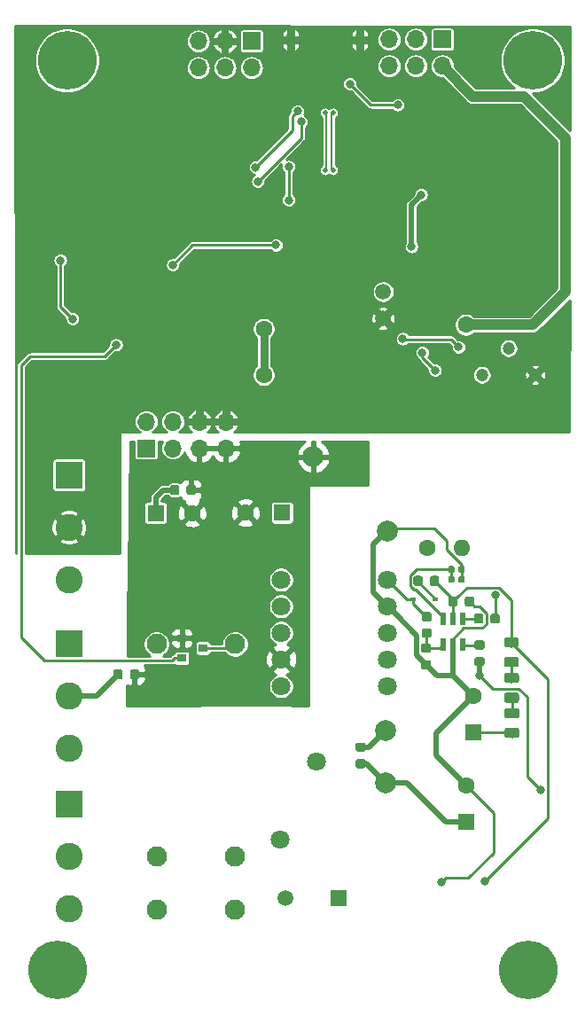
<source format=gbr>
G04 #@! TF.GenerationSoftware,KiCad,Pcbnew,(5.1.0)-1*
G04 #@! TF.CreationDate,2019-11-06T10:51:47-08:00*
G04 #@! TF.ProjectId,SLS_rev1,534c535f-7265-4763-912e-6b696361645f,rev?*
G04 #@! TF.SameCoordinates,Original*
G04 #@! TF.FileFunction,Copper,L2,Bot*
G04 #@! TF.FilePolarity,Positive*
%FSLAX46Y46*%
G04 Gerber Fmt 4.6, Leading zero omitted, Abs format (unit mm)*
G04 Created by KiCad (PCBNEW (5.1.0)-1) date 2019-11-06 10:51:47*
%MOMM*%
%LPD*%
G04 APERTURE LIST*
%ADD10C,1.800000*%
%ADD11C,2.000000*%
%ADD12C,1.500000*%
%ADD13R,1.500000X1.500000*%
%ADD14C,1.200000*%
%ADD15O,1.700000X1.700000*%
%ADD16R,1.700000X1.700000*%
%ADD17C,1.600000*%
%ADD18R,1.600000X1.600000*%
%ADD19C,5.600000*%
%ADD20C,2.600000*%
%ADD21R,2.600000X2.600000*%
%ADD22R,0.600000X1.200000*%
%ADD23C,0.100000*%
%ADD24C,0.590000*%
%ADD25C,0.875000*%
%ADD26O,1.600000X1.600000*%
%ADD27C,0.975000*%
%ADD28R,0.900000X0.800000*%
%ADD29C,1.950000*%
%ADD30O,0.900000X1.600000*%
%ADD31R,0.590000X0.450000*%
%ADD32C,0.800000*%
%ADD33C,0.500000*%
%ADD34C,0.500000*%
%ADD35C,0.250000*%
%ADD36C,0.800000*%
%ADD37C,1.000000*%
%ADD38C,0.200000*%
%ADD39C,0.254000*%
G04 APERTURE END LIST*
D10*
X102754000Y-134037000D03*
X99254000Y-141537000D03*
D11*
X109350000Y-131100000D03*
X109350000Y-136100000D03*
D12*
X99800000Y-147125000D03*
D13*
X104880000Y-147125000D03*
D14*
X123634000Y-97132000D03*
X121094000Y-94592000D03*
X118554000Y-97132000D03*
D15*
X94104000Y-101602000D03*
X94104000Y-104142000D03*
X91564000Y-101602000D03*
X91564000Y-104142000D03*
X89024000Y-101602000D03*
X89024000Y-104142000D03*
X86484000Y-101602000D03*
D16*
X86484000Y-104142000D03*
D17*
X95964000Y-110302000D03*
D18*
X99464000Y-110302000D03*
D15*
X91464000Y-67797000D03*
X91464000Y-65257000D03*
X94004000Y-67797000D03*
X94004000Y-65257000D03*
X96544000Y-67797000D03*
D16*
X96544000Y-65257000D03*
D15*
X109684000Y-67637000D03*
X109684000Y-65097000D03*
X112224000Y-67637000D03*
X112224000Y-65097000D03*
X114764000Y-67637000D03*
D16*
X114764000Y-65097000D03*
D19*
X78926000Y-67107000D03*
X123000000Y-154000000D03*
X123400000Y-67107000D03*
X78000000Y-154000000D03*
D20*
X79104000Y-116692000D03*
X79104000Y-111692000D03*
D21*
X79104000Y-106692000D03*
D20*
X79125000Y-132800000D03*
X79125000Y-127800000D03*
D21*
X79125000Y-122800000D03*
D20*
X79135000Y-148125000D03*
X79135000Y-143125000D03*
D21*
X79135000Y-138125000D03*
D22*
X114825000Y-122895000D03*
X115775000Y-122895000D03*
X116725000Y-122895000D03*
X116725000Y-120395000D03*
X115775000Y-120395000D03*
X114825000Y-120395000D03*
D12*
X109124000Y-89202000D03*
X109124000Y-91742000D03*
D23*
G36*
X116761958Y-115395710D02*
G01*
X116776276Y-115397834D01*
X116790317Y-115401351D01*
X116803946Y-115406228D01*
X116817031Y-115412417D01*
X116829447Y-115419858D01*
X116841073Y-115428481D01*
X116851798Y-115438202D01*
X116861519Y-115448927D01*
X116870142Y-115460553D01*
X116877583Y-115472969D01*
X116883772Y-115486054D01*
X116888649Y-115499683D01*
X116892166Y-115513724D01*
X116894290Y-115528042D01*
X116895000Y-115542500D01*
X116895000Y-115887500D01*
X116894290Y-115901958D01*
X116892166Y-115916276D01*
X116888649Y-115930317D01*
X116883772Y-115943946D01*
X116877583Y-115957031D01*
X116870142Y-115969447D01*
X116861519Y-115981073D01*
X116851798Y-115991798D01*
X116841073Y-116001519D01*
X116829447Y-116010142D01*
X116817031Y-116017583D01*
X116803946Y-116023772D01*
X116790317Y-116028649D01*
X116776276Y-116032166D01*
X116761958Y-116034290D01*
X116747500Y-116035000D01*
X116452500Y-116035000D01*
X116438042Y-116034290D01*
X116423724Y-116032166D01*
X116409683Y-116028649D01*
X116396054Y-116023772D01*
X116382969Y-116017583D01*
X116370553Y-116010142D01*
X116358927Y-116001519D01*
X116348202Y-115991798D01*
X116338481Y-115981073D01*
X116329858Y-115969447D01*
X116322417Y-115957031D01*
X116316228Y-115943946D01*
X116311351Y-115930317D01*
X116307834Y-115916276D01*
X116305710Y-115901958D01*
X116305000Y-115887500D01*
X116305000Y-115542500D01*
X116305710Y-115528042D01*
X116307834Y-115513724D01*
X116311351Y-115499683D01*
X116316228Y-115486054D01*
X116322417Y-115472969D01*
X116329858Y-115460553D01*
X116338481Y-115448927D01*
X116348202Y-115438202D01*
X116358927Y-115428481D01*
X116370553Y-115419858D01*
X116382969Y-115412417D01*
X116396054Y-115406228D01*
X116409683Y-115401351D01*
X116423724Y-115397834D01*
X116438042Y-115395710D01*
X116452500Y-115395000D01*
X116747500Y-115395000D01*
X116761958Y-115395710D01*
X116761958Y-115395710D01*
G37*
D24*
X116600000Y-115715000D03*
D23*
G36*
X115791958Y-115395710D02*
G01*
X115806276Y-115397834D01*
X115820317Y-115401351D01*
X115833946Y-115406228D01*
X115847031Y-115412417D01*
X115859447Y-115419858D01*
X115871073Y-115428481D01*
X115881798Y-115438202D01*
X115891519Y-115448927D01*
X115900142Y-115460553D01*
X115907583Y-115472969D01*
X115913772Y-115486054D01*
X115918649Y-115499683D01*
X115922166Y-115513724D01*
X115924290Y-115528042D01*
X115925000Y-115542500D01*
X115925000Y-115887500D01*
X115924290Y-115901958D01*
X115922166Y-115916276D01*
X115918649Y-115930317D01*
X115913772Y-115943946D01*
X115907583Y-115957031D01*
X115900142Y-115969447D01*
X115891519Y-115981073D01*
X115881798Y-115991798D01*
X115871073Y-116001519D01*
X115859447Y-116010142D01*
X115847031Y-116017583D01*
X115833946Y-116023772D01*
X115820317Y-116028649D01*
X115806276Y-116032166D01*
X115791958Y-116034290D01*
X115777500Y-116035000D01*
X115482500Y-116035000D01*
X115468042Y-116034290D01*
X115453724Y-116032166D01*
X115439683Y-116028649D01*
X115426054Y-116023772D01*
X115412969Y-116017583D01*
X115400553Y-116010142D01*
X115388927Y-116001519D01*
X115378202Y-115991798D01*
X115368481Y-115981073D01*
X115359858Y-115969447D01*
X115352417Y-115957031D01*
X115346228Y-115943946D01*
X115341351Y-115930317D01*
X115337834Y-115916276D01*
X115335710Y-115901958D01*
X115335000Y-115887500D01*
X115335000Y-115542500D01*
X115335710Y-115528042D01*
X115337834Y-115513724D01*
X115341351Y-115499683D01*
X115346228Y-115486054D01*
X115352417Y-115472969D01*
X115359858Y-115460553D01*
X115368481Y-115448927D01*
X115378202Y-115438202D01*
X115388927Y-115428481D01*
X115400553Y-115419858D01*
X115412969Y-115412417D01*
X115426054Y-115406228D01*
X115439683Y-115401351D01*
X115453724Y-115397834D01*
X115468042Y-115395710D01*
X115482500Y-115395000D01*
X115777500Y-115395000D01*
X115791958Y-115395710D01*
X115791958Y-115395710D01*
G37*
D24*
X115630000Y-115715000D03*
D10*
X99370000Y-116695000D03*
X99370000Y-119235000D03*
X99370000Y-121775000D03*
X99370000Y-124315000D03*
X99370000Y-126855000D03*
X109530000Y-126855000D03*
X109530000Y-124315000D03*
X109530000Y-121775000D03*
X109530000Y-119235000D03*
X109530000Y-116695000D03*
D23*
G36*
X85621691Y-125258053D02*
G01*
X85642926Y-125261203D01*
X85663750Y-125266419D01*
X85683962Y-125273651D01*
X85703368Y-125282830D01*
X85721781Y-125293866D01*
X85739024Y-125306654D01*
X85754930Y-125321070D01*
X85769346Y-125336976D01*
X85782134Y-125354219D01*
X85793170Y-125372632D01*
X85802349Y-125392038D01*
X85809581Y-125412250D01*
X85814797Y-125433074D01*
X85817947Y-125454309D01*
X85819000Y-125475750D01*
X85819000Y-125988250D01*
X85817947Y-126009691D01*
X85814797Y-126030926D01*
X85809581Y-126051750D01*
X85802349Y-126071962D01*
X85793170Y-126091368D01*
X85782134Y-126109781D01*
X85769346Y-126127024D01*
X85754930Y-126142930D01*
X85739024Y-126157346D01*
X85721781Y-126170134D01*
X85703368Y-126181170D01*
X85683962Y-126190349D01*
X85663750Y-126197581D01*
X85642926Y-126202797D01*
X85621691Y-126205947D01*
X85600250Y-126207000D01*
X85162750Y-126207000D01*
X85141309Y-126205947D01*
X85120074Y-126202797D01*
X85099250Y-126197581D01*
X85079038Y-126190349D01*
X85059632Y-126181170D01*
X85041219Y-126170134D01*
X85023976Y-126157346D01*
X85008070Y-126142930D01*
X84993654Y-126127024D01*
X84980866Y-126109781D01*
X84969830Y-126091368D01*
X84960651Y-126071962D01*
X84953419Y-126051750D01*
X84948203Y-126030926D01*
X84945053Y-126009691D01*
X84944000Y-125988250D01*
X84944000Y-125475750D01*
X84945053Y-125454309D01*
X84948203Y-125433074D01*
X84953419Y-125412250D01*
X84960651Y-125392038D01*
X84969830Y-125372632D01*
X84980866Y-125354219D01*
X84993654Y-125336976D01*
X85008070Y-125321070D01*
X85023976Y-125306654D01*
X85041219Y-125293866D01*
X85059632Y-125282830D01*
X85079038Y-125273651D01*
X85099250Y-125266419D01*
X85120074Y-125261203D01*
X85141309Y-125258053D01*
X85162750Y-125257000D01*
X85600250Y-125257000D01*
X85621691Y-125258053D01*
X85621691Y-125258053D01*
G37*
D25*
X85381500Y-125732000D03*
D23*
G36*
X84046691Y-125258053D02*
G01*
X84067926Y-125261203D01*
X84088750Y-125266419D01*
X84108962Y-125273651D01*
X84128368Y-125282830D01*
X84146781Y-125293866D01*
X84164024Y-125306654D01*
X84179930Y-125321070D01*
X84194346Y-125336976D01*
X84207134Y-125354219D01*
X84218170Y-125372632D01*
X84227349Y-125392038D01*
X84234581Y-125412250D01*
X84239797Y-125433074D01*
X84242947Y-125454309D01*
X84244000Y-125475750D01*
X84244000Y-125988250D01*
X84242947Y-126009691D01*
X84239797Y-126030926D01*
X84234581Y-126051750D01*
X84227349Y-126071962D01*
X84218170Y-126091368D01*
X84207134Y-126109781D01*
X84194346Y-126127024D01*
X84179930Y-126142930D01*
X84164024Y-126157346D01*
X84146781Y-126170134D01*
X84128368Y-126181170D01*
X84108962Y-126190349D01*
X84088750Y-126197581D01*
X84067926Y-126202797D01*
X84046691Y-126205947D01*
X84025250Y-126207000D01*
X83587750Y-126207000D01*
X83566309Y-126205947D01*
X83545074Y-126202797D01*
X83524250Y-126197581D01*
X83504038Y-126190349D01*
X83484632Y-126181170D01*
X83466219Y-126170134D01*
X83448976Y-126157346D01*
X83433070Y-126142930D01*
X83418654Y-126127024D01*
X83405866Y-126109781D01*
X83394830Y-126091368D01*
X83385651Y-126071962D01*
X83378419Y-126051750D01*
X83373203Y-126030926D01*
X83370053Y-126009691D01*
X83369000Y-125988250D01*
X83369000Y-125475750D01*
X83370053Y-125454309D01*
X83373203Y-125433074D01*
X83378419Y-125412250D01*
X83385651Y-125392038D01*
X83394830Y-125372632D01*
X83405866Y-125354219D01*
X83418654Y-125336976D01*
X83433070Y-125321070D01*
X83448976Y-125306654D01*
X83466219Y-125293866D01*
X83484632Y-125282830D01*
X83504038Y-125273651D01*
X83524250Y-125266419D01*
X83545074Y-125261203D01*
X83566309Y-125258053D01*
X83587750Y-125257000D01*
X84025250Y-125257000D01*
X84046691Y-125258053D01*
X84046691Y-125258053D01*
G37*
D25*
X83806500Y-125732000D03*
D23*
G36*
X89446691Y-107658053D02*
G01*
X89467926Y-107661203D01*
X89488750Y-107666419D01*
X89508962Y-107673651D01*
X89528368Y-107682830D01*
X89546781Y-107693866D01*
X89564024Y-107706654D01*
X89579930Y-107721070D01*
X89594346Y-107736976D01*
X89607134Y-107754219D01*
X89618170Y-107772632D01*
X89627349Y-107792038D01*
X89634581Y-107812250D01*
X89639797Y-107833074D01*
X89642947Y-107854309D01*
X89644000Y-107875750D01*
X89644000Y-108388250D01*
X89642947Y-108409691D01*
X89639797Y-108430926D01*
X89634581Y-108451750D01*
X89627349Y-108471962D01*
X89618170Y-108491368D01*
X89607134Y-108509781D01*
X89594346Y-108527024D01*
X89579930Y-108542930D01*
X89564024Y-108557346D01*
X89546781Y-108570134D01*
X89528368Y-108581170D01*
X89508962Y-108590349D01*
X89488750Y-108597581D01*
X89467926Y-108602797D01*
X89446691Y-108605947D01*
X89425250Y-108607000D01*
X88987750Y-108607000D01*
X88966309Y-108605947D01*
X88945074Y-108602797D01*
X88924250Y-108597581D01*
X88904038Y-108590349D01*
X88884632Y-108581170D01*
X88866219Y-108570134D01*
X88848976Y-108557346D01*
X88833070Y-108542930D01*
X88818654Y-108527024D01*
X88805866Y-108509781D01*
X88794830Y-108491368D01*
X88785651Y-108471962D01*
X88778419Y-108451750D01*
X88773203Y-108430926D01*
X88770053Y-108409691D01*
X88769000Y-108388250D01*
X88769000Y-107875750D01*
X88770053Y-107854309D01*
X88773203Y-107833074D01*
X88778419Y-107812250D01*
X88785651Y-107792038D01*
X88794830Y-107772632D01*
X88805866Y-107754219D01*
X88818654Y-107736976D01*
X88833070Y-107721070D01*
X88848976Y-107706654D01*
X88866219Y-107693866D01*
X88884632Y-107682830D01*
X88904038Y-107673651D01*
X88924250Y-107666419D01*
X88945074Y-107661203D01*
X88966309Y-107658053D01*
X88987750Y-107657000D01*
X89425250Y-107657000D01*
X89446691Y-107658053D01*
X89446691Y-107658053D01*
G37*
D25*
X89206500Y-108132000D03*
D23*
G36*
X91021691Y-107658053D02*
G01*
X91042926Y-107661203D01*
X91063750Y-107666419D01*
X91083962Y-107673651D01*
X91103368Y-107682830D01*
X91121781Y-107693866D01*
X91139024Y-107706654D01*
X91154930Y-107721070D01*
X91169346Y-107736976D01*
X91182134Y-107754219D01*
X91193170Y-107772632D01*
X91202349Y-107792038D01*
X91209581Y-107812250D01*
X91214797Y-107833074D01*
X91217947Y-107854309D01*
X91219000Y-107875750D01*
X91219000Y-108388250D01*
X91217947Y-108409691D01*
X91214797Y-108430926D01*
X91209581Y-108451750D01*
X91202349Y-108471962D01*
X91193170Y-108491368D01*
X91182134Y-108509781D01*
X91169346Y-108527024D01*
X91154930Y-108542930D01*
X91139024Y-108557346D01*
X91121781Y-108570134D01*
X91103368Y-108581170D01*
X91083962Y-108590349D01*
X91063750Y-108597581D01*
X91042926Y-108602797D01*
X91021691Y-108605947D01*
X91000250Y-108607000D01*
X90562750Y-108607000D01*
X90541309Y-108605947D01*
X90520074Y-108602797D01*
X90499250Y-108597581D01*
X90479038Y-108590349D01*
X90459632Y-108581170D01*
X90441219Y-108570134D01*
X90423976Y-108557346D01*
X90408070Y-108542930D01*
X90393654Y-108527024D01*
X90380866Y-108509781D01*
X90369830Y-108491368D01*
X90360651Y-108471962D01*
X90353419Y-108451750D01*
X90348203Y-108430926D01*
X90345053Y-108409691D01*
X90344000Y-108388250D01*
X90344000Y-107875750D01*
X90345053Y-107854309D01*
X90348203Y-107833074D01*
X90353419Y-107812250D01*
X90360651Y-107792038D01*
X90369830Y-107772632D01*
X90380866Y-107754219D01*
X90393654Y-107736976D01*
X90408070Y-107721070D01*
X90423976Y-107706654D01*
X90441219Y-107693866D01*
X90459632Y-107682830D01*
X90479038Y-107673651D01*
X90499250Y-107666419D01*
X90520074Y-107661203D01*
X90541309Y-107658053D01*
X90562750Y-107657000D01*
X91000250Y-107657000D01*
X91021691Y-107658053D01*
X91021691Y-107658053D01*
G37*
D25*
X90781500Y-108132000D03*
D23*
G36*
X113502691Y-122801053D02*
G01*
X113523926Y-122804203D01*
X113544750Y-122809419D01*
X113564962Y-122816651D01*
X113584368Y-122825830D01*
X113602781Y-122836866D01*
X113620024Y-122849654D01*
X113635930Y-122864070D01*
X113650346Y-122879976D01*
X113663134Y-122897219D01*
X113674170Y-122915632D01*
X113683349Y-122935038D01*
X113690581Y-122955250D01*
X113695797Y-122976074D01*
X113698947Y-122997309D01*
X113700000Y-123018750D01*
X113700000Y-123456250D01*
X113698947Y-123477691D01*
X113695797Y-123498926D01*
X113690581Y-123519750D01*
X113683349Y-123539962D01*
X113674170Y-123559368D01*
X113663134Y-123577781D01*
X113650346Y-123595024D01*
X113635930Y-123610930D01*
X113620024Y-123625346D01*
X113602781Y-123638134D01*
X113584368Y-123649170D01*
X113564962Y-123658349D01*
X113544750Y-123665581D01*
X113523926Y-123670797D01*
X113502691Y-123673947D01*
X113481250Y-123675000D01*
X112968750Y-123675000D01*
X112947309Y-123673947D01*
X112926074Y-123670797D01*
X112905250Y-123665581D01*
X112885038Y-123658349D01*
X112865632Y-123649170D01*
X112847219Y-123638134D01*
X112829976Y-123625346D01*
X112814070Y-123610930D01*
X112799654Y-123595024D01*
X112786866Y-123577781D01*
X112775830Y-123559368D01*
X112766651Y-123539962D01*
X112759419Y-123519750D01*
X112754203Y-123498926D01*
X112751053Y-123477691D01*
X112750000Y-123456250D01*
X112750000Y-123018750D01*
X112751053Y-122997309D01*
X112754203Y-122976074D01*
X112759419Y-122955250D01*
X112766651Y-122935038D01*
X112775830Y-122915632D01*
X112786866Y-122897219D01*
X112799654Y-122879976D01*
X112814070Y-122864070D01*
X112829976Y-122849654D01*
X112847219Y-122836866D01*
X112865632Y-122825830D01*
X112885038Y-122816651D01*
X112905250Y-122809419D01*
X112926074Y-122804203D01*
X112947309Y-122801053D01*
X112968750Y-122800000D01*
X113481250Y-122800000D01*
X113502691Y-122801053D01*
X113502691Y-122801053D01*
G37*
D25*
X113225000Y-123237500D03*
D23*
G36*
X113502691Y-124376053D02*
G01*
X113523926Y-124379203D01*
X113544750Y-124384419D01*
X113564962Y-124391651D01*
X113584368Y-124400830D01*
X113602781Y-124411866D01*
X113620024Y-124424654D01*
X113635930Y-124439070D01*
X113650346Y-124454976D01*
X113663134Y-124472219D01*
X113674170Y-124490632D01*
X113683349Y-124510038D01*
X113690581Y-124530250D01*
X113695797Y-124551074D01*
X113698947Y-124572309D01*
X113700000Y-124593750D01*
X113700000Y-125031250D01*
X113698947Y-125052691D01*
X113695797Y-125073926D01*
X113690581Y-125094750D01*
X113683349Y-125114962D01*
X113674170Y-125134368D01*
X113663134Y-125152781D01*
X113650346Y-125170024D01*
X113635930Y-125185930D01*
X113620024Y-125200346D01*
X113602781Y-125213134D01*
X113584368Y-125224170D01*
X113564962Y-125233349D01*
X113544750Y-125240581D01*
X113523926Y-125245797D01*
X113502691Y-125248947D01*
X113481250Y-125250000D01*
X112968750Y-125250000D01*
X112947309Y-125248947D01*
X112926074Y-125245797D01*
X112905250Y-125240581D01*
X112885038Y-125233349D01*
X112865632Y-125224170D01*
X112847219Y-125213134D01*
X112829976Y-125200346D01*
X112814070Y-125185930D01*
X112799654Y-125170024D01*
X112786866Y-125152781D01*
X112775830Y-125134368D01*
X112766651Y-125114962D01*
X112759419Y-125094750D01*
X112754203Y-125073926D01*
X112751053Y-125052691D01*
X112750000Y-125031250D01*
X112750000Y-124593750D01*
X112751053Y-124572309D01*
X112754203Y-124551074D01*
X112759419Y-124530250D01*
X112766651Y-124510038D01*
X112775830Y-124490632D01*
X112786866Y-124472219D01*
X112799654Y-124454976D01*
X112814070Y-124439070D01*
X112829976Y-124424654D01*
X112847219Y-124411866D01*
X112865632Y-124400830D01*
X112885038Y-124391651D01*
X112905250Y-124384419D01*
X112926074Y-124379203D01*
X112947309Y-124376053D01*
X112968750Y-124375000D01*
X113481250Y-124375000D01*
X113502691Y-124376053D01*
X113502691Y-124376053D01*
G37*
D25*
X113225000Y-124812500D03*
D23*
G36*
X113552691Y-119801053D02*
G01*
X113573926Y-119804203D01*
X113594750Y-119809419D01*
X113614962Y-119816651D01*
X113634368Y-119825830D01*
X113652781Y-119836866D01*
X113670024Y-119849654D01*
X113685930Y-119864070D01*
X113700346Y-119879976D01*
X113713134Y-119897219D01*
X113724170Y-119915632D01*
X113733349Y-119935038D01*
X113740581Y-119955250D01*
X113745797Y-119976074D01*
X113748947Y-119997309D01*
X113750000Y-120018750D01*
X113750000Y-120456250D01*
X113748947Y-120477691D01*
X113745797Y-120498926D01*
X113740581Y-120519750D01*
X113733349Y-120539962D01*
X113724170Y-120559368D01*
X113713134Y-120577781D01*
X113700346Y-120595024D01*
X113685930Y-120610930D01*
X113670024Y-120625346D01*
X113652781Y-120638134D01*
X113634368Y-120649170D01*
X113614962Y-120658349D01*
X113594750Y-120665581D01*
X113573926Y-120670797D01*
X113552691Y-120673947D01*
X113531250Y-120675000D01*
X113018750Y-120675000D01*
X112997309Y-120673947D01*
X112976074Y-120670797D01*
X112955250Y-120665581D01*
X112935038Y-120658349D01*
X112915632Y-120649170D01*
X112897219Y-120638134D01*
X112879976Y-120625346D01*
X112864070Y-120610930D01*
X112849654Y-120595024D01*
X112836866Y-120577781D01*
X112825830Y-120559368D01*
X112816651Y-120539962D01*
X112809419Y-120519750D01*
X112804203Y-120498926D01*
X112801053Y-120477691D01*
X112800000Y-120456250D01*
X112800000Y-120018750D01*
X112801053Y-119997309D01*
X112804203Y-119976074D01*
X112809419Y-119955250D01*
X112816651Y-119935038D01*
X112825830Y-119915632D01*
X112836866Y-119897219D01*
X112849654Y-119879976D01*
X112864070Y-119864070D01*
X112879976Y-119849654D01*
X112897219Y-119836866D01*
X112915632Y-119825830D01*
X112935038Y-119816651D01*
X112955250Y-119809419D01*
X112976074Y-119804203D01*
X112997309Y-119801053D01*
X113018750Y-119800000D01*
X113531250Y-119800000D01*
X113552691Y-119801053D01*
X113552691Y-119801053D01*
G37*
D25*
X113275000Y-120237500D03*
D23*
G36*
X113552691Y-121376053D02*
G01*
X113573926Y-121379203D01*
X113594750Y-121384419D01*
X113614962Y-121391651D01*
X113634368Y-121400830D01*
X113652781Y-121411866D01*
X113670024Y-121424654D01*
X113685930Y-121439070D01*
X113700346Y-121454976D01*
X113713134Y-121472219D01*
X113724170Y-121490632D01*
X113733349Y-121510038D01*
X113740581Y-121530250D01*
X113745797Y-121551074D01*
X113748947Y-121572309D01*
X113750000Y-121593750D01*
X113750000Y-122031250D01*
X113748947Y-122052691D01*
X113745797Y-122073926D01*
X113740581Y-122094750D01*
X113733349Y-122114962D01*
X113724170Y-122134368D01*
X113713134Y-122152781D01*
X113700346Y-122170024D01*
X113685930Y-122185930D01*
X113670024Y-122200346D01*
X113652781Y-122213134D01*
X113634368Y-122224170D01*
X113614962Y-122233349D01*
X113594750Y-122240581D01*
X113573926Y-122245797D01*
X113552691Y-122248947D01*
X113531250Y-122250000D01*
X113018750Y-122250000D01*
X112997309Y-122248947D01*
X112976074Y-122245797D01*
X112955250Y-122240581D01*
X112935038Y-122233349D01*
X112915632Y-122224170D01*
X112897219Y-122213134D01*
X112879976Y-122200346D01*
X112864070Y-122185930D01*
X112849654Y-122170024D01*
X112836866Y-122152781D01*
X112825830Y-122134368D01*
X112816651Y-122114962D01*
X112809419Y-122094750D01*
X112804203Y-122073926D01*
X112801053Y-122052691D01*
X112800000Y-122031250D01*
X112800000Y-121593750D01*
X112801053Y-121572309D01*
X112804203Y-121551074D01*
X112809419Y-121530250D01*
X112816651Y-121510038D01*
X112825830Y-121490632D01*
X112836866Y-121472219D01*
X112849654Y-121454976D01*
X112864070Y-121439070D01*
X112879976Y-121424654D01*
X112897219Y-121411866D01*
X112915632Y-121400830D01*
X112935038Y-121391651D01*
X112955250Y-121384419D01*
X112976074Y-121379203D01*
X112997309Y-121376053D01*
X113018750Y-121375000D01*
X113531250Y-121375000D01*
X113552691Y-121376053D01*
X113552691Y-121376053D01*
G37*
D25*
X113275000Y-121812500D03*
D23*
G36*
X118602691Y-122501053D02*
G01*
X118623926Y-122504203D01*
X118644750Y-122509419D01*
X118664962Y-122516651D01*
X118684368Y-122525830D01*
X118702781Y-122536866D01*
X118720024Y-122549654D01*
X118735930Y-122564070D01*
X118750346Y-122579976D01*
X118763134Y-122597219D01*
X118774170Y-122615632D01*
X118783349Y-122635038D01*
X118790581Y-122655250D01*
X118795797Y-122676074D01*
X118798947Y-122697309D01*
X118800000Y-122718750D01*
X118800000Y-123156250D01*
X118798947Y-123177691D01*
X118795797Y-123198926D01*
X118790581Y-123219750D01*
X118783349Y-123239962D01*
X118774170Y-123259368D01*
X118763134Y-123277781D01*
X118750346Y-123295024D01*
X118735930Y-123310930D01*
X118720024Y-123325346D01*
X118702781Y-123338134D01*
X118684368Y-123349170D01*
X118664962Y-123358349D01*
X118644750Y-123365581D01*
X118623926Y-123370797D01*
X118602691Y-123373947D01*
X118581250Y-123375000D01*
X118068750Y-123375000D01*
X118047309Y-123373947D01*
X118026074Y-123370797D01*
X118005250Y-123365581D01*
X117985038Y-123358349D01*
X117965632Y-123349170D01*
X117947219Y-123338134D01*
X117929976Y-123325346D01*
X117914070Y-123310930D01*
X117899654Y-123295024D01*
X117886866Y-123277781D01*
X117875830Y-123259368D01*
X117866651Y-123239962D01*
X117859419Y-123219750D01*
X117854203Y-123198926D01*
X117851053Y-123177691D01*
X117850000Y-123156250D01*
X117850000Y-122718750D01*
X117851053Y-122697309D01*
X117854203Y-122676074D01*
X117859419Y-122655250D01*
X117866651Y-122635038D01*
X117875830Y-122615632D01*
X117886866Y-122597219D01*
X117899654Y-122579976D01*
X117914070Y-122564070D01*
X117929976Y-122549654D01*
X117947219Y-122536866D01*
X117965632Y-122525830D01*
X117985038Y-122516651D01*
X118005250Y-122509419D01*
X118026074Y-122504203D01*
X118047309Y-122501053D01*
X118068750Y-122500000D01*
X118581250Y-122500000D01*
X118602691Y-122501053D01*
X118602691Y-122501053D01*
G37*
D25*
X118325000Y-122937500D03*
D23*
G36*
X118602691Y-124076053D02*
G01*
X118623926Y-124079203D01*
X118644750Y-124084419D01*
X118664962Y-124091651D01*
X118684368Y-124100830D01*
X118702781Y-124111866D01*
X118720024Y-124124654D01*
X118735930Y-124139070D01*
X118750346Y-124154976D01*
X118763134Y-124172219D01*
X118774170Y-124190632D01*
X118783349Y-124210038D01*
X118790581Y-124230250D01*
X118795797Y-124251074D01*
X118798947Y-124272309D01*
X118800000Y-124293750D01*
X118800000Y-124731250D01*
X118798947Y-124752691D01*
X118795797Y-124773926D01*
X118790581Y-124794750D01*
X118783349Y-124814962D01*
X118774170Y-124834368D01*
X118763134Y-124852781D01*
X118750346Y-124870024D01*
X118735930Y-124885930D01*
X118720024Y-124900346D01*
X118702781Y-124913134D01*
X118684368Y-124924170D01*
X118664962Y-124933349D01*
X118644750Y-124940581D01*
X118623926Y-124945797D01*
X118602691Y-124948947D01*
X118581250Y-124950000D01*
X118068750Y-124950000D01*
X118047309Y-124948947D01*
X118026074Y-124945797D01*
X118005250Y-124940581D01*
X117985038Y-124933349D01*
X117965632Y-124924170D01*
X117947219Y-124913134D01*
X117929976Y-124900346D01*
X117914070Y-124885930D01*
X117899654Y-124870024D01*
X117886866Y-124852781D01*
X117875830Y-124834368D01*
X117866651Y-124814962D01*
X117859419Y-124794750D01*
X117854203Y-124773926D01*
X117851053Y-124752691D01*
X117850000Y-124731250D01*
X117850000Y-124293750D01*
X117851053Y-124272309D01*
X117854203Y-124251074D01*
X117859419Y-124230250D01*
X117866651Y-124210038D01*
X117875830Y-124190632D01*
X117886866Y-124172219D01*
X117899654Y-124154976D01*
X117914070Y-124139070D01*
X117929976Y-124124654D01*
X117947219Y-124111866D01*
X117965632Y-124100830D01*
X117985038Y-124091651D01*
X118005250Y-124084419D01*
X118026074Y-124079203D01*
X118047309Y-124076053D01*
X118068750Y-124075000D01*
X118581250Y-124075000D01*
X118602691Y-124076053D01*
X118602691Y-124076053D01*
G37*
D25*
X118325000Y-124512500D03*
D23*
G36*
X118477691Y-119951053D02*
G01*
X118498926Y-119954203D01*
X118519750Y-119959419D01*
X118539962Y-119966651D01*
X118559368Y-119975830D01*
X118577781Y-119986866D01*
X118595024Y-119999654D01*
X118610930Y-120014070D01*
X118625346Y-120029976D01*
X118638134Y-120047219D01*
X118649170Y-120065632D01*
X118658349Y-120085038D01*
X118665581Y-120105250D01*
X118670797Y-120126074D01*
X118673947Y-120147309D01*
X118675000Y-120168750D01*
X118675000Y-120681250D01*
X118673947Y-120702691D01*
X118670797Y-120723926D01*
X118665581Y-120744750D01*
X118658349Y-120764962D01*
X118649170Y-120784368D01*
X118638134Y-120802781D01*
X118625346Y-120820024D01*
X118610930Y-120835930D01*
X118595024Y-120850346D01*
X118577781Y-120863134D01*
X118559368Y-120874170D01*
X118539962Y-120883349D01*
X118519750Y-120890581D01*
X118498926Y-120895797D01*
X118477691Y-120898947D01*
X118456250Y-120900000D01*
X118018750Y-120900000D01*
X117997309Y-120898947D01*
X117976074Y-120895797D01*
X117955250Y-120890581D01*
X117935038Y-120883349D01*
X117915632Y-120874170D01*
X117897219Y-120863134D01*
X117879976Y-120850346D01*
X117864070Y-120835930D01*
X117849654Y-120820024D01*
X117836866Y-120802781D01*
X117825830Y-120784368D01*
X117816651Y-120764962D01*
X117809419Y-120744750D01*
X117804203Y-120723926D01*
X117801053Y-120702691D01*
X117800000Y-120681250D01*
X117800000Y-120168750D01*
X117801053Y-120147309D01*
X117804203Y-120126074D01*
X117809419Y-120105250D01*
X117816651Y-120085038D01*
X117825830Y-120065632D01*
X117836866Y-120047219D01*
X117849654Y-120029976D01*
X117864070Y-120014070D01*
X117879976Y-119999654D01*
X117897219Y-119986866D01*
X117915632Y-119975830D01*
X117935038Y-119966651D01*
X117955250Y-119959419D01*
X117976074Y-119954203D01*
X117997309Y-119951053D01*
X118018750Y-119950000D01*
X118456250Y-119950000D01*
X118477691Y-119951053D01*
X118477691Y-119951053D01*
G37*
D25*
X118237500Y-120425000D03*
D23*
G36*
X120052691Y-119951053D02*
G01*
X120073926Y-119954203D01*
X120094750Y-119959419D01*
X120114962Y-119966651D01*
X120134368Y-119975830D01*
X120152781Y-119986866D01*
X120170024Y-119999654D01*
X120185930Y-120014070D01*
X120200346Y-120029976D01*
X120213134Y-120047219D01*
X120224170Y-120065632D01*
X120233349Y-120085038D01*
X120240581Y-120105250D01*
X120245797Y-120126074D01*
X120248947Y-120147309D01*
X120250000Y-120168750D01*
X120250000Y-120681250D01*
X120248947Y-120702691D01*
X120245797Y-120723926D01*
X120240581Y-120744750D01*
X120233349Y-120764962D01*
X120224170Y-120784368D01*
X120213134Y-120802781D01*
X120200346Y-120820024D01*
X120185930Y-120835930D01*
X120170024Y-120850346D01*
X120152781Y-120863134D01*
X120134368Y-120874170D01*
X120114962Y-120883349D01*
X120094750Y-120890581D01*
X120073926Y-120895797D01*
X120052691Y-120898947D01*
X120031250Y-120900000D01*
X119593750Y-120900000D01*
X119572309Y-120898947D01*
X119551074Y-120895797D01*
X119530250Y-120890581D01*
X119510038Y-120883349D01*
X119490632Y-120874170D01*
X119472219Y-120863134D01*
X119454976Y-120850346D01*
X119439070Y-120835930D01*
X119424654Y-120820024D01*
X119411866Y-120802781D01*
X119400830Y-120784368D01*
X119391651Y-120764962D01*
X119384419Y-120744750D01*
X119379203Y-120723926D01*
X119376053Y-120702691D01*
X119375000Y-120681250D01*
X119375000Y-120168750D01*
X119376053Y-120147309D01*
X119379203Y-120126074D01*
X119384419Y-120105250D01*
X119391651Y-120085038D01*
X119400830Y-120065632D01*
X119411866Y-120047219D01*
X119424654Y-120029976D01*
X119439070Y-120014070D01*
X119454976Y-119999654D01*
X119472219Y-119986866D01*
X119490632Y-119975830D01*
X119510038Y-119966651D01*
X119530250Y-119959419D01*
X119551074Y-119954203D01*
X119572309Y-119951053D01*
X119593750Y-119950000D01*
X120031250Y-119950000D01*
X120052691Y-119951053D01*
X120052691Y-119951053D01*
G37*
D25*
X119812500Y-120425000D03*
D26*
X116650000Y-113650000D03*
D17*
X113350000Y-113650000D03*
D23*
G36*
X114262691Y-116331053D02*
G01*
X114283926Y-116334203D01*
X114304750Y-116339419D01*
X114324962Y-116346651D01*
X114344368Y-116355830D01*
X114362781Y-116366866D01*
X114380024Y-116379654D01*
X114395930Y-116394070D01*
X114410346Y-116409976D01*
X114423134Y-116427219D01*
X114434170Y-116445632D01*
X114443349Y-116465038D01*
X114450581Y-116485250D01*
X114455797Y-116506074D01*
X114458947Y-116527309D01*
X114460000Y-116548750D01*
X114460000Y-117061250D01*
X114458947Y-117082691D01*
X114455797Y-117103926D01*
X114450581Y-117124750D01*
X114443349Y-117144962D01*
X114434170Y-117164368D01*
X114423134Y-117182781D01*
X114410346Y-117200024D01*
X114395930Y-117215930D01*
X114380024Y-117230346D01*
X114362781Y-117243134D01*
X114344368Y-117254170D01*
X114324962Y-117263349D01*
X114304750Y-117270581D01*
X114283926Y-117275797D01*
X114262691Y-117278947D01*
X114241250Y-117280000D01*
X113803750Y-117280000D01*
X113782309Y-117278947D01*
X113761074Y-117275797D01*
X113740250Y-117270581D01*
X113720038Y-117263349D01*
X113700632Y-117254170D01*
X113682219Y-117243134D01*
X113664976Y-117230346D01*
X113649070Y-117215930D01*
X113634654Y-117200024D01*
X113621866Y-117182781D01*
X113610830Y-117164368D01*
X113601651Y-117144962D01*
X113594419Y-117124750D01*
X113589203Y-117103926D01*
X113586053Y-117082691D01*
X113585000Y-117061250D01*
X113585000Y-116548750D01*
X113586053Y-116527309D01*
X113589203Y-116506074D01*
X113594419Y-116485250D01*
X113601651Y-116465038D01*
X113610830Y-116445632D01*
X113621866Y-116427219D01*
X113634654Y-116409976D01*
X113649070Y-116394070D01*
X113664976Y-116379654D01*
X113682219Y-116366866D01*
X113700632Y-116355830D01*
X113720038Y-116346651D01*
X113740250Y-116339419D01*
X113761074Y-116334203D01*
X113782309Y-116331053D01*
X113803750Y-116330000D01*
X114241250Y-116330000D01*
X114262691Y-116331053D01*
X114262691Y-116331053D01*
G37*
D25*
X114022500Y-116805000D03*
D23*
G36*
X112687691Y-116331053D02*
G01*
X112708926Y-116334203D01*
X112729750Y-116339419D01*
X112749962Y-116346651D01*
X112769368Y-116355830D01*
X112787781Y-116366866D01*
X112805024Y-116379654D01*
X112820930Y-116394070D01*
X112835346Y-116409976D01*
X112848134Y-116427219D01*
X112859170Y-116445632D01*
X112868349Y-116465038D01*
X112875581Y-116485250D01*
X112880797Y-116506074D01*
X112883947Y-116527309D01*
X112885000Y-116548750D01*
X112885000Y-117061250D01*
X112883947Y-117082691D01*
X112880797Y-117103926D01*
X112875581Y-117124750D01*
X112868349Y-117144962D01*
X112859170Y-117164368D01*
X112848134Y-117182781D01*
X112835346Y-117200024D01*
X112820930Y-117215930D01*
X112805024Y-117230346D01*
X112787781Y-117243134D01*
X112769368Y-117254170D01*
X112749962Y-117263349D01*
X112729750Y-117270581D01*
X112708926Y-117275797D01*
X112687691Y-117278947D01*
X112666250Y-117280000D01*
X112228750Y-117280000D01*
X112207309Y-117278947D01*
X112186074Y-117275797D01*
X112165250Y-117270581D01*
X112145038Y-117263349D01*
X112125632Y-117254170D01*
X112107219Y-117243134D01*
X112089976Y-117230346D01*
X112074070Y-117215930D01*
X112059654Y-117200024D01*
X112046866Y-117182781D01*
X112035830Y-117164368D01*
X112026651Y-117144962D01*
X112019419Y-117124750D01*
X112014203Y-117103926D01*
X112011053Y-117082691D01*
X112010000Y-117061250D01*
X112010000Y-116548750D01*
X112011053Y-116527309D01*
X112014203Y-116506074D01*
X112019419Y-116485250D01*
X112026651Y-116465038D01*
X112035830Y-116445632D01*
X112046866Y-116427219D01*
X112059654Y-116409976D01*
X112074070Y-116394070D01*
X112089976Y-116379654D01*
X112107219Y-116366866D01*
X112125632Y-116355830D01*
X112145038Y-116346651D01*
X112165250Y-116339419D01*
X112186074Y-116334203D01*
X112207309Y-116331053D01*
X112228750Y-116330000D01*
X112666250Y-116330000D01*
X112687691Y-116331053D01*
X112687691Y-116331053D01*
G37*
D25*
X112447500Y-116805000D03*
D23*
G36*
X121850142Y-124071174D02*
G01*
X121873803Y-124074684D01*
X121897007Y-124080496D01*
X121919529Y-124088554D01*
X121941153Y-124098782D01*
X121961670Y-124111079D01*
X121980883Y-124125329D01*
X121998607Y-124141393D01*
X122014671Y-124159117D01*
X122028921Y-124178330D01*
X122041218Y-124198847D01*
X122051446Y-124220471D01*
X122059504Y-124242993D01*
X122065316Y-124266197D01*
X122068826Y-124289858D01*
X122070000Y-124313750D01*
X122070000Y-124801250D01*
X122068826Y-124825142D01*
X122065316Y-124848803D01*
X122059504Y-124872007D01*
X122051446Y-124894529D01*
X122041218Y-124916153D01*
X122028921Y-124936670D01*
X122014671Y-124955883D01*
X121998607Y-124973607D01*
X121980883Y-124989671D01*
X121961670Y-125003921D01*
X121941153Y-125016218D01*
X121919529Y-125026446D01*
X121897007Y-125034504D01*
X121873803Y-125040316D01*
X121850142Y-125043826D01*
X121826250Y-125045000D01*
X120913750Y-125045000D01*
X120889858Y-125043826D01*
X120866197Y-125040316D01*
X120842993Y-125034504D01*
X120820471Y-125026446D01*
X120798847Y-125016218D01*
X120778330Y-125003921D01*
X120759117Y-124989671D01*
X120741393Y-124973607D01*
X120725329Y-124955883D01*
X120711079Y-124936670D01*
X120698782Y-124916153D01*
X120688554Y-124894529D01*
X120680496Y-124872007D01*
X120674684Y-124848803D01*
X120671174Y-124825142D01*
X120670000Y-124801250D01*
X120670000Y-124313750D01*
X120671174Y-124289858D01*
X120674684Y-124266197D01*
X120680496Y-124242993D01*
X120688554Y-124220471D01*
X120698782Y-124198847D01*
X120711079Y-124178330D01*
X120725329Y-124159117D01*
X120741393Y-124141393D01*
X120759117Y-124125329D01*
X120778330Y-124111079D01*
X120798847Y-124098782D01*
X120820471Y-124088554D01*
X120842993Y-124080496D01*
X120866197Y-124074684D01*
X120889858Y-124071174D01*
X120913750Y-124070000D01*
X121826250Y-124070000D01*
X121850142Y-124071174D01*
X121850142Y-124071174D01*
G37*
D27*
X121370000Y-124557500D03*
D23*
G36*
X121850142Y-122196174D02*
G01*
X121873803Y-122199684D01*
X121897007Y-122205496D01*
X121919529Y-122213554D01*
X121941153Y-122223782D01*
X121961670Y-122236079D01*
X121980883Y-122250329D01*
X121998607Y-122266393D01*
X122014671Y-122284117D01*
X122028921Y-122303330D01*
X122041218Y-122323847D01*
X122051446Y-122345471D01*
X122059504Y-122367993D01*
X122065316Y-122391197D01*
X122068826Y-122414858D01*
X122070000Y-122438750D01*
X122070000Y-122926250D01*
X122068826Y-122950142D01*
X122065316Y-122973803D01*
X122059504Y-122997007D01*
X122051446Y-123019529D01*
X122041218Y-123041153D01*
X122028921Y-123061670D01*
X122014671Y-123080883D01*
X121998607Y-123098607D01*
X121980883Y-123114671D01*
X121961670Y-123128921D01*
X121941153Y-123141218D01*
X121919529Y-123151446D01*
X121897007Y-123159504D01*
X121873803Y-123165316D01*
X121850142Y-123168826D01*
X121826250Y-123170000D01*
X120913750Y-123170000D01*
X120889858Y-123168826D01*
X120866197Y-123165316D01*
X120842993Y-123159504D01*
X120820471Y-123151446D01*
X120798847Y-123141218D01*
X120778330Y-123128921D01*
X120759117Y-123114671D01*
X120741393Y-123098607D01*
X120725329Y-123080883D01*
X120711079Y-123061670D01*
X120698782Y-123041153D01*
X120688554Y-123019529D01*
X120680496Y-122997007D01*
X120674684Y-122973803D01*
X120671174Y-122950142D01*
X120670000Y-122926250D01*
X120670000Y-122438750D01*
X120671174Y-122414858D01*
X120674684Y-122391197D01*
X120680496Y-122367993D01*
X120688554Y-122345471D01*
X120698782Y-122323847D01*
X120711079Y-122303330D01*
X120725329Y-122284117D01*
X120741393Y-122266393D01*
X120759117Y-122250329D01*
X120778330Y-122236079D01*
X120798847Y-122223782D01*
X120820471Y-122213554D01*
X120842993Y-122205496D01*
X120866197Y-122199684D01*
X120889858Y-122196174D01*
X120913750Y-122195000D01*
X121826250Y-122195000D01*
X121850142Y-122196174D01*
X121850142Y-122196174D01*
G37*
D27*
X121370000Y-122682500D03*
D23*
G36*
X121880142Y-127471174D02*
G01*
X121903803Y-127474684D01*
X121927007Y-127480496D01*
X121949529Y-127488554D01*
X121971153Y-127498782D01*
X121991670Y-127511079D01*
X122010883Y-127525329D01*
X122028607Y-127541393D01*
X122044671Y-127559117D01*
X122058921Y-127578330D01*
X122071218Y-127598847D01*
X122081446Y-127620471D01*
X122089504Y-127642993D01*
X122095316Y-127666197D01*
X122098826Y-127689858D01*
X122100000Y-127713750D01*
X122100000Y-128201250D01*
X122098826Y-128225142D01*
X122095316Y-128248803D01*
X122089504Y-128272007D01*
X122081446Y-128294529D01*
X122071218Y-128316153D01*
X122058921Y-128336670D01*
X122044671Y-128355883D01*
X122028607Y-128373607D01*
X122010883Y-128389671D01*
X121991670Y-128403921D01*
X121971153Y-128416218D01*
X121949529Y-128426446D01*
X121927007Y-128434504D01*
X121903803Y-128440316D01*
X121880142Y-128443826D01*
X121856250Y-128445000D01*
X120943750Y-128445000D01*
X120919858Y-128443826D01*
X120896197Y-128440316D01*
X120872993Y-128434504D01*
X120850471Y-128426446D01*
X120828847Y-128416218D01*
X120808330Y-128403921D01*
X120789117Y-128389671D01*
X120771393Y-128373607D01*
X120755329Y-128355883D01*
X120741079Y-128336670D01*
X120728782Y-128316153D01*
X120718554Y-128294529D01*
X120710496Y-128272007D01*
X120704684Y-128248803D01*
X120701174Y-128225142D01*
X120700000Y-128201250D01*
X120700000Y-127713750D01*
X120701174Y-127689858D01*
X120704684Y-127666197D01*
X120710496Y-127642993D01*
X120718554Y-127620471D01*
X120728782Y-127598847D01*
X120741079Y-127578330D01*
X120755329Y-127559117D01*
X120771393Y-127541393D01*
X120789117Y-127525329D01*
X120808330Y-127511079D01*
X120828847Y-127498782D01*
X120850471Y-127488554D01*
X120872993Y-127480496D01*
X120896197Y-127474684D01*
X120919858Y-127471174D01*
X120943750Y-127470000D01*
X121856250Y-127470000D01*
X121880142Y-127471174D01*
X121880142Y-127471174D01*
G37*
D27*
X121400000Y-127957500D03*
D23*
G36*
X121880142Y-125596174D02*
G01*
X121903803Y-125599684D01*
X121927007Y-125605496D01*
X121949529Y-125613554D01*
X121971153Y-125623782D01*
X121991670Y-125636079D01*
X122010883Y-125650329D01*
X122028607Y-125666393D01*
X122044671Y-125684117D01*
X122058921Y-125703330D01*
X122071218Y-125723847D01*
X122081446Y-125745471D01*
X122089504Y-125767993D01*
X122095316Y-125791197D01*
X122098826Y-125814858D01*
X122100000Y-125838750D01*
X122100000Y-126326250D01*
X122098826Y-126350142D01*
X122095316Y-126373803D01*
X122089504Y-126397007D01*
X122081446Y-126419529D01*
X122071218Y-126441153D01*
X122058921Y-126461670D01*
X122044671Y-126480883D01*
X122028607Y-126498607D01*
X122010883Y-126514671D01*
X121991670Y-126528921D01*
X121971153Y-126541218D01*
X121949529Y-126551446D01*
X121927007Y-126559504D01*
X121903803Y-126565316D01*
X121880142Y-126568826D01*
X121856250Y-126570000D01*
X120943750Y-126570000D01*
X120919858Y-126568826D01*
X120896197Y-126565316D01*
X120872993Y-126559504D01*
X120850471Y-126551446D01*
X120828847Y-126541218D01*
X120808330Y-126528921D01*
X120789117Y-126514671D01*
X120771393Y-126498607D01*
X120755329Y-126480883D01*
X120741079Y-126461670D01*
X120728782Y-126441153D01*
X120718554Y-126419529D01*
X120710496Y-126397007D01*
X120704684Y-126373803D01*
X120701174Y-126350142D01*
X120700000Y-126326250D01*
X120700000Y-125838750D01*
X120701174Y-125814858D01*
X120704684Y-125791197D01*
X120710496Y-125767993D01*
X120718554Y-125745471D01*
X120728782Y-125723847D01*
X120741079Y-125703330D01*
X120755329Y-125684117D01*
X120771393Y-125666393D01*
X120789117Y-125650329D01*
X120808330Y-125636079D01*
X120828847Y-125623782D01*
X120850471Y-125613554D01*
X120872993Y-125605496D01*
X120896197Y-125599684D01*
X120919858Y-125596174D01*
X120943750Y-125595000D01*
X121856250Y-125595000D01*
X121880142Y-125596174D01*
X121880142Y-125596174D01*
G37*
D27*
X121400000Y-126082500D03*
D23*
G36*
X121900142Y-130831174D02*
G01*
X121923803Y-130834684D01*
X121947007Y-130840496D01*
X121969529Y-130848554D01*
X121991153Y-130858782D01*
X122011670Y-130871079D01*
X122030883Y-130885329D01*
X122048607Y-130901393D01*
X122064671Y-130919117D01*
X122078921Y-130938330D01*
X122091218Y-130958847D01*
X122101446Y-130980471D01*
X122109504Y-131002993D01*
X122115316Y-131026197D01*
X122118826Y-131049858D01*
X122120000Y-131073750D01*
X122120000Y-131561250D01*
X122118826Y-131585142D01*
X122115316Y-131608803D01*
X122109504Y-131632007D01*
X122101446Y-131654529D01*
X122091218Y-131676153D01*
X122078921Y-131696670D01*
X122064671Y-131715883D01*
X122048607Y-131733607D01*
X122030883Y-131749671D01*
X122011670Y-131763921D01*
X121991153Y-131776218D01*
X121969529Y-131786446D01*
X121947007Y-131794504D01*
X121923803Y-131800316D01*
X121900142Y-131803826D01*
X121876250Y-131805000D01*
X120963750Y-131805000D01*
X120939858Y-131803826D01*
X120916197Y-131800316D01*
X120892993Y-131794504D01*
X120870471Y-131786446D01*
X120848847Y-131776218D01*
X120828330Y-131763921D01*
X120809117Y-131749671D01*
X120791393Y-131733607D01*
X120775329Y-131715883D01*
X120761079Y-131696670D01*
X120748782Y-131676153D01*
X120738554Y-131654529D01*
X120730496Y-131632007D01*
X120724684Y-131608803D01*
X120721174Y-131585142D01*
X120720000Y-131561250D01*
X120720000Y-131073750D01*
X120721174Y-131049858D01*
X120724684Y-131026197D01*
X120730496Y-131002993D01*
X120738554Y-130980471D01*
X120748782Y-130958847D01*
X120761079Y-130938330D01*
X120775329Y-130919117D01*
X120791393Y-130901393D01*
X120809117Y-130885329D01*
X120828330Y-130871079D01*
X120848847Y-130858782D01*
X120870471Y-130848554D01*
X120892993Y-130840496D01*
X120916197Y-130834684D01*
X120939858Y-130831174D01*
X120963750Y-130830000D01*
X121876250Y-130830000D01*
X121900142Y-130831174D01*
X121900142Y-130831174D01*
G37*
D27*
X121420000Y-131317500D03*
D23*
G36*
X121900142Y-128956174D02*
G01*
X121923803Y-128959684D01*
X121947007Y-128965496D01*
X121969529Y-128973554D01*
X121991153Y-128983782D01*
X122011670Y-128996079D01*
X122030883Y-129010329D01*
X122048607Y-129026393D01*
X122064671Y-129044117D01*
X122078921Y-129063330D01*
X122091218Y-129083847D01*
X122101446Y-129105471D01*
X122109504Y-129127993D01*
X122115316Y-129151197D01*
X122118826Y-129174858D01*
X122120000Y-129198750D01*
X122120000Y-129686250D01*
X122118826Y-129710142D01*
X122115316Y-129733803D01*
X122109504Y-129757007D01*
X122101446Y-129779529D01*
X122091218Y-129801153D01*
X122078921Y-129821670D01*
X122064671Y-129840883D01*
X122048607Y-129858607D01*
X122030883Y-129874671D01*
X122011670Y-129888921D01*
X121991153Y-129901218D01*
X121969529Y-129911446D01*
X121947007Y-129919504D01*
X121923803Y-129925316D01*
X121900142Y-129928826D01*
X121876250Y-129930000D01*
X120963750Y-129930000D01*
X120939858Y-129928826D01*
X120916197Y-129925316D01*
X120892993Y-129919504D01*
X120870471Y-129911446D01*
X120848847Y-129901218D01*
X120828330Y-129888921D01*
X120809117Y-129874671D01*
X120791393Y-129858607D01*
X120775329Y-129840883D01*
X120761079Y-129821670D01*
X120748782Y-129801153D01*
X120738554Y-129779529D01*
X120730496Y-129757007D01*
X120724684Y-129733803D01*
X120721174Y-129710142D01*
X120720000Y-129686250D01*
X120720000Y-129198750D01*
X120721174Y-129174858D01*
X120724684Y-129151197D01*
X120730496Y-129127993D01*
X120738554Y-129105471D01*
X120748782Y-129083847D01*
X120761079Y-129063330D01*
X120775329Y-129044117D01*
X120791393Y-129026393D01*
X120809117Y-129010329D01*
X120828330Y-128996079D01*
X120848847Y-128983782D01*
X120870471Y-128973554D01*
X120892993Y-128965496D01*
X120916197Y-128959684D01*
X120939858Y-128956174D01*
X120963750Y-128955000D01*
X121876250Y-128955000D01*
X121900142Y-128956174D01*
X121900142Y-128956174D01*
G37*
D27*
X121420000Y-129442500D03*
D23*
G36*
X107257691Y-133831053D02*
G01*
X107278926Y-133834203D01*
X107299750Y-133839419D01*
X107319962Y-133846651D01*
X107339368Y-133855830D01*
X107357781Y-133866866D01*
X107375024Y-133879654D01*
X107390930Y-133894070D01*
X107405346Y-133909976D01*
X107418134Y-133927219D01*
X107429170Y-133945632D01*
X107438349Y-133965038D01*
X107445581Y-133985250D01*
X107450797Y-134006074D01*
X107453947Y-134027309D01*
X107455000Y-134048750D01*
X107455000Y-134486250D01*
X107453947Y-134507691D01*
X107450797Y-134528926D01*
X107445581Y-134549750D01*
X107438349Y-134569962D01*
X107429170Y-134589368D01*
X107418134Y-134607781D01*
X107405346Y-134625024D01*
X107390930Y-134640930D01*
X107375024Y-134655346D01*
X107357781Y-134668134D01*
X107339368Y-134679170D01*
X107319962Y-134688349D01*
X107299750Y-134695581D01*
X107278926Y-134700797D01*
X107257691Y-134703947D01*
X107236250Y-134705000D01*
X106723750Y-134705000D01*
X106702309Y-134703947D01*
X106681074Y-134700797D01*
X106660250Y-134695581D01*
X106640038Y-134688349D01*
X106620632Y-134679170D01*
X106602219Y-134668134D01*
X106584976Y-134655346D01*
X106569070Y-134640930D01*
X106554654Y-134625024D01*
X106541866Y-134607781D01*
X106530830Y-134589368D01*
X106521651Y-134569962D01*
X106514419Y-134549750D01*
X106509203Y-134528926D01*
X106506053Y-134507691D01*
X106505000Y-134486250D01*
X106505000Y-134048750D01*
X106506053Y-134027309D01*
X106509203Y-134006074D01*
X106514419Y-133985250D01*
X106521651Y-133965038D01*
X106530830Y-133945632D01*
X106541866Y-133927219D01*
X106554654Y-133909976D01*
X106569070Y-133894070D01*
X106584976Y-133879654D01*
X106602219Y-133866866D01*
X106620632Y-133855830D01*
X106640038Y-133846651D01*
X106660250Y-133839419D01*
X106681074Y-133834203D01*
X106702309Y-133831053D01*
X106723750Y-133830000D01*
X107236250Y-133830000D01*
X107257691Y-133831053D01*
X107257691Y-133831053D01*
G37*
D25*
X106980000Y-134267500D03*
D23*
G36*
X107257691Y-132256053D02*
G01*
X107278926Y-132259203D01*
X107299750Y-132264419D01*
X107319962Y-132271651D01*
X107339368Y-132280830D01*
X107357781Y-132291866D01*
X107375024Y-132304654D01*
X107390930Y-132319070D01*
X107405346Y-132334976D01*
X107418134Y-132352219D01*
X107429170Y-132370632D01*
X107438349Y-132390038D01*
X107445581Y-132410250D01*
X107450797Y-132431074D01*
X107453947Y-132452309D01*
X107455000Y-132473750D01*
X107455000Y-132911250D01*
X107453947Y-132932691D01*
X107450797Y-132953926D01*
X107445581Y-132974750D01*
X107438349Y-132994962D01*
X107429170Y-133014368D01*
X107418134Y-133032781D01*
X107405346Y-133050024D01*
X107390930Y-133065930D01*
X107375024Y-133080346D01*
X107357781Y-133093134D01*
X107339368Y-133104170D01*
X107319962Y-133113349D01*
X107299750Y-133120581D01*
X107278926Y-133125797D01*
X107257691Y-133128947D01*
X107236250Y-133130000D01*
X106723750Y-133130000D01*
X106702309Y-133128947D01*
X106681074Y-133125797D01*
X106660250Y-133120581D01*
X106640038Y-133113349D01*
X106620632Y-133104170D01*
X106602219Y-133093134D01*
X106584976Y-133080346D01*
X106569070Y-133065930D01*
X106554654Y-133050024D01*
X106541866Y-133032781D01*
X106530830Y-133014368D01*
X106521651Y-132994962D01*
X106514419Y-132974750D01*
X106509203Y-132953926D01*
X106506053Y-132932691D01*
X106505000Y-132911250D01*
X106505000Y-132473750D01*
X106506053Y-132452309D01*
X106509203Y-132431074D01*
X106514419Y-132410250D01*
X106521651Y-132390038D01*
X106530830Y-132370632D01*
X106541866Y-132352219D01*
X106554654Y-132334976D01*
X106569070Y-132319070D01*
X106584976Y-132304654D01*
X106602219Y-132291866D01*
X106620632Y-132280830D01*
X106640038Y-132271651D01*
X106660250Y-132264419D01*
X106681074Y-132259203D01*
X106702309Y-132256053D01*
X106723750Y-132255000D01*
X107236250Y-132255000D01*
X107257691Y-132256053D01*
X107257691Y-132256053D01*
G37*
D25*
X106980000Y-132692500D03*
D28*
X91894000Y-123232000D03*
X89894000Y-122282000D03*
X89894000Y-124182000D03*
D29*
X94975000Y-122850000D03*
X94975000Y-143150000D03*
X94975000Y-148190000D03*
X87475000Y-148190000D03*
X87475000Y-143150000D03*
X87475000Y-122850000D03*
D30*
X106894000Y-65157000D03*
X100294000Y-65157000D03*
D31*
X112020000Y-118575000D03*
X114130000Y-118575000D03*
D11*
X102452932Y-104950932D03*
X109524000Y-112022000D03*
D17*
X90884000Y-110332000D03*
D18*
X87384000Y-110332000D03*
D23*
G36*
X116766958Y-116350710D02*
G01*
X116781276Y-116352834D01*
X116795317Y-116356351D01*
X116808946Y-116361228D01*
X116822031Y-116367417D01*
X116834447Y-116374858D01*
X116846073Y-116383481D01*
X116856798Y-116393202D01*
X116866519Y-116403927D01*
X116875142Y-116415553D01*
X116882583Y-116427969D01*
X116888772Y-116441054D01*
X116893649Y-116454683D01*
X116897166Y-116468724D01*
X116899290Y-116483042D01*
X116900000Y-116497500D01*
X116900000Y-116842500D01*
X116899290Y-116856958D01*
X116897166Y-116871276D01*
X116893649Y-116885317D01*
X116888772Y-116898946D01*
X116882583Y-116912031D01*
X116875142Y-116924447D01*
X116866519Y-116936073D01*
X116856798Y-116946798D01*
X116846073Y-116956519D01*
X116834447Y-116965142D01*
X116822031Y-116972583D01*
X116808946Y-116978772D01*
X116795317Y-116983649D01*
X116781276Y-116987166D01*
X116766958Y-116989290D01*
X116752500Y-116990000D01*
X116457500Y-116990000D01*
X116443042Y-116989290D01*
X116428724Y-116987166D01*
X116414683Y-116983649D01*
X116401054Y-116978772D01*
X116387969Y-116972583D01*
X116375553Y-116965142D01*
X116363927Y-116956519D01*
X116353202Y-116946798D01*
X116343481Y-116936073D01*
X116334858Y-116924447D01*
X116327417Y-116912031D01*
X116321228Y-116898946D01*
X116316351Y-116885317D01*
X116312834Y-116871276D01*
X116310710Y-116856958D01*
X116310000Y-116842500D01*
X116310000Y-116497500D01*
X116310710Y-116483042D01*
X116312834Y-116468724D01*
X116316351Y-116454683D01*
X116321228Y-116441054D01*
X116327417Y-116427969D01*
X116334858Y-116415553D01*
X116343481Y-116403927D01*
X116353202Y-116393202D01*
X116363927Y-116383481D01*
X116375553Y-116374858D01*
X116387969Y-116367417D01*
X116401054Y-116361228D01*
X116414683Y-116356351D01*
X116428724Y-116352834D01*
X116443042Y-116350710D01*
X116457500Y-116350000D01*
X116752500Y-116350000D01*
X116766958Y-116350710D01*
X116766958Y-116350710D01*
G37*
D24*
X116605000Y-116670000D03*
D23*
G36*
X115796958Y-116350710D02*
G01*
X115811276Y-116352834D01*
X115825317Y-116356351D01*
X115838946Y-116361228D01*
X115852031Y-116367417D01*
X115864447Y-116374858D01*
X115876073Y-116383481D01*
X115886798Y-116393202D01*
X115896519Y-116403927D01*
X115905142Y-116415553D01*
X115912583Y-116427969D01*
X115918772Y-116441054D01*
X115923649Y-116454683D01*
X115927166Y-116468724D01*
X115929290Y-116483042D01*
X115930000Y-116497500D01*
X115930000Y-116842500D01*
X115929290Y-116856958D01*
X115927166Y-116871276D01*
X115923649Y-116885317D01*
X115918772Y-116898946D01*
X115912583Y-116912031D01*
X115905142Y-116924447D01*
X115896519Y-116936073D01*
X115886798Y-116946798D01*
X115876073Y-116956519D01*
X115864447Y-116965142D01*
X115852031Y-116972583D01*
X115838946Y-116978772D01*
X115825317Y-116983649D01*
X115811276Y-116987166D01*
X115796958Y-116989290D01*
X115782500Y-116990000D01*
X115487500Y-116990000D01*
X115473042Y-116989290D01*
X115458724Y-116987166D01*
X115444683Y-116983649D01*
X115431054Y-116978772D01*
X115417969Y-116972583D01*
X115405553Y-116965142D01*
X115393927Y-116956519D01*
X115383202Y-116946798D01*
X115373481Y-116936073D01*
X115364858Y-116924447D01*
X115357417Y-116912031D01*
X115351228Y-116898946D01*
X115346351Y-116885317D01*
X115342834Y-116871276D01*
X115340710Y-116856958D01*
X115340000Y-116842500D01*
X115340000Y-116497500D01*
X115340710Y-116483042D01*
X115342834Y-116468724D01*
X115346351Y-116454683D01*
X115351228Y-116441054D01*
X115357417Y-116427969D01*
X115364858Y-116415553D01*
X115373481Y-116403927D01*
X115383202Y-116393202D01*
X115393927Y-116383481D01*
X115405553Y-116374858D01*
X115417969Y-116367417D01*
X115431054Y-116361228D01*
X115444683Y-116356351D01*
X115458724Y-116352834D01*
X115473042Y-116350710D01*
X115487500Y-116350000D01*
X115782500Y-116350000D01*
X115796958Y-116350710D01*
X115796958Y-116350710D01*
G37*
D24*
X115635000Y-116670000D03*
D23*
G36*
X117597691Y-118306053D02*
G01*
X117618926Y-118309203D01*
X117639750Y-118314419D01*
X117659962Y-118321651D01*
X117679368Y-118330830D01*
X117697781Y-118341866D01*
X117715024Y-118354654D01*
X117730930Y-118369070D01*
X117745346Y-118384976D01*
X117758134Y-118402219D01*
X117769170Y-118420632D01*
X117778349Y-118440038D01*
X117785581Y-118460250D01*
X117790797Y-118481074D01*
X117793947Y-118502309D01*
X117795000Y-118523750D01*
X117795000Y-119036250D01*
X117793947Y-119057691D01*
X117790797Y-119078926D01*
X117785581Y-119099750D01*
X117778349Y-119119962D01*
X117769170Y-119139368D01*
X117758134Y-119157781D01*
X117745346Y-119175024D01*
X117730930Y-119190930D01*
X117715024Y-119205346D01*
X117697781Y-119218134D01*
X117679368Y-119229170D01*
X117659962Y-119238349D01*
X117639750Y-119245581D01*
X117618926Y-119250797D01*
X117597691Y-119253947D01*
X117576250Y-119255000D01*
X117138750Y-119255000D01*
X117117309Y-119253947D01*
X117096074Y-119250797D01*
X117075250Y-119245581D01*
X117055038Y-119238349D01*
X117035632Y-119229170D01*
X117017219Y-119218134D01*
X116999976Y-119205346D01*
X116984070Y-119190930D01*
X116969654Y-119175024D01*
X116956866Y-119157781D01*
X116945830Y-119139368D01*
X116936651Y-119119962D01*
X116929419Y-119099750D01*
X116924203Y-119078926D01*
X116921053Y-119057691D01*
X116920000Y-119036250D01*
X116920000Y-118523750D01*
X116921053Y-118502309D01*
X116924203Y-118481074D01*
X116929419Y-118460250D01*
X116936651Y-118440038D01*
X116945830Y-118420632D01*
X116956866Y-118402219D01*
X116969654Y-118384976D01*
X116984070Y-118369070D01*
X116999976Y-118354654D01*
X117017219Y-118341866D01*
X117035632Y-118330830D01*
X117055038Y-118321651D01*
X117075250Y-118314419D01*
X117096074Y-118309203D01*
X117117309Y-118306053D01*
X117138750Y-118305000D01*
X117576250Y-118305000D01*
X117597691Y-118306053D01*
X117597691Y-118306053D01*
G37*
D25*
X117357500Y-118780000D03*
D23*
G36*
X116022691Y-118306053D02*
G01*
X116043926Y-118309203D01*
X116064750Y-118314419D01*
X116084962Y-118321651D01*
X116104368Y-118330830D01*
X116122781Y-118341866D01*
X116140024Y-118354654D01*
X116155930Y-118369070D01*
X116170346Y-118384976D01*
X116183134Y-118402219D01*
X116194170Y-118420632D01*
X116203349Y-118440038D01*
X116210581Y-118460250D01*
X116215797Y-118481074D01*
X116218947Y-118502309D01*
X116220000Y-118523750D01*
X116220000Y-119036250D01*
X116218947Y-119057691D01*
X116215797Y-119078926D01*
X116210581Y-119099750D01*
X116203349Y-119119962D01*
X116194170Y-119139368D01*
X116183134Y-119157781D01*
X116170346Y-119175024D01*
X116155930Y-119190930D01*
X116140024Y-119205346D01*
X116122781Y-119218134D01*
X116104368Y-119229170D01*
X116084962Y-119238349D01*
X116064750Y-119245581D01*
X116043926Y-119250797D01*
X116022691Y-119253947D01*
X116001250Y-119255000D01*
X115563750Y-119255000D01*
X115542309Y-119253947D01*
X115521074Y-119250797D01*
X115500250Y-119245581D01*
X115480038Y-119238349D01*
X115460632Y-119229170D01*
X115442219Y-119218134D01*
X115424976Y-119205346D01*
X115409070Y-119190930D01*
X115394654Y-119175024D01*
X115381866Y-119157781D01*
X115370830Y-119139368D01*
X115361651Y-119119962D01*
X115354419Y-119099750D01*
X115349203Y-119078926D01*
X115346053Y-119057691D01*
X115345000Y-119036250D01*
X115345000Y-118523750D01*
X115346053Y-118502309D01*
X115349203Y-118481074D01*
X115354419Y-118460250D01*
X115361651Y-118440038D01*
X115370830Y-118420632D01*
X115381866Y-118402219D01*
X115394654Y-118384976D01*
X115409070Y-118369070D01*
X115424976Y-118354654D01*
X115442219Y-118341866D01*
X115460632Y-118330830D01*
X115480038Y-118321651D01*
X115500250Y-118314419D01*
X115521074Y-118309203D01*
X115542309Y-118306053D01*
X115563750Y-118305000D01*
X116001250Y-118305000D01*
X116022691Y-118306053D01*
X116022691Y-118306053D01*
G37*
D25*
X115782500Y-118780000D03*
D17*
X117750000Y-127800000D03*
D18*
X117750000Y-131300000D03*
D17*
X117025000Y-136350000D03*
D18*
X117025000Y-139850000D03*
D32*
X82134000Y-82347000D03*
X84194000Y-84417000D03*
X80024000Y-84407000D03*
X84214000Y-80287000D03*
X80094000Y-80307000D03*
D33*
X103944000Y-69657000D03*
X102794000Y-74007000D03*
X102794000Y-75357000D03*
X102694000Y-77157000D03*
X104944000Y-72607000D03*
D32*
X96944000Y-75807000D03*
X105044000Y-78807000D03*
X122644000Y-89707000D03*
X116244000Y-85107000D03*
X117694000Y-81682000D03*
X117719000Y-74757000D03*
X87694000Y-99132000D03*
X78494000Y-99857000D03*
X74644000Y-88282000D03*
X74894000Y-92557000D03*
X108024000Y-75987000D03*
X105584000Y-86797000D03*
X109724000Y-85677000D03*
X101474000Y-78517000D03*
X124614000Y-87107000D03*
X82164000Y-91827000D03*
X93414000Y-97997000D03*
X78054000Y-92547000D03*
X93844000Y-87007000D03*
X74614000Y-74637000D03*
D17*
X117024000Y-92352000D03*
X97724000Y-97142000D03*
X97724000Y-92742000D03*
D32*
X112754000Y-79937000D03*
X111824000Y-84887000D03*
X98884888Y-84746112D03*
X89024000Y-86637000D03*
X112854000Y-94997000D03*
X114083607Y-96706607D03*
X83614000Y-94267000D03*
X78284000Y-86197000D03*
X79454000Y-91787000D03*
X119820000Y-118175002D03*
X118320000Y-125850000D03*
X124140000Y-136760000D03*
X118870000Y-145500000D03*
X110504000Y-71347000D03*
X105944000Y-69357000D03*
D33*
X104319000Y-72107002D03*
X104319000Y-77582002D03*
X103569000Y-72107002D03*
X103569000Y-77582002D03*
D32*
X101294000Y-72957000D03*
X97144000Y-78657000D03*
X116318607Y-94471607D03*
X110974000Y-93687000D03*
X96944000Y-77307000D03*
X100944000Y-71957000D03*
X114700000Y-145600000D03*
X100104000Y-80447000D03*
X100104000Y-77247000D03*
X91044000Y-115292000D03*
X106044000Y-103832000D03*
D34*
X81738500Y-127800000D02*
X83806500Y-125732000D01*
X79125000Y-127800000D02*
X81738500Y-127800000D01*
X117025000Y-139850000D02*
X115100000Y-139850000D01*
X111350000Y-136100000D02*
X109350000Y-136100000D01*
X115100000Y-139850000D02*
X111350000Y-136100000D01*
X107517500Y-134267500D02*
X109350000Y-136100000D01*
X106980000Y-134267500D02*
X107517500Y-134267500D01*
D35*
X114825000Y-120395000D02*
X114825000Y-120375002D01*
X115235000Y-115715000D02*
X115630000Y-115715000D01*
X112293506Y-115715000D02*
X115235000Y-115715000D01*
X111684990Y-116323516D02*
X112293506Y-115715000D01*
X111684990Y-117286484D02*
X111684990Y-116323516D01*
X112068506Y-117670000D02*
X111684990Y-117286484D01*
X112119998Y-117670000D02*
X112068506Y-117670000D01*
X115635000Y-115720000D02*
X115630000Y-115715000D01*
X115635000Y-116670000D02*
X115635000Y-115720000D01*
X112220002Y-117670000D02*
X112068506Y-117670000D01*
X114825000Y-120274998D02*
X112220002Y-117670000D01*
X114825000Y-120395000D02*
X114825000Y-120274998D01*
D36*
X97724000Y-97142000D02*
X97724000Y-92742000D01*
D37*
X117667000Y-70540000D02*
X114764000Y-67637000D01*
X122540000Y-70540000D02*
X117667000Y-70540000D01*
X126544990Y-74544990D02*
X122540000Y-70540000D01*
X126544990Y-89226010D02*
X126544990Y-74544990D01*
X117024000Y-92352000D02*
X123419000Y-92352000D01*
X123419000Y-92352000D02*
X126544990Y-89226010D01*
D34*
X111824000Y-80867000D02*
X112754000Y-79937000D01*
X111824000Y-84887000D02*
X111824000Y-80867000D01*
D35*
X98884888Y-84746112D02*
X90914888Y-84746112D01*
X90914888Y-84746112D02*
X89024000Y-86637000D01*
X112854000Y-94997000D02*
X112854000Y-95477000D01*
X112854000Y-95477000D02*
X114083607Y-96706607D01*
X89194000Y-124182000D02*
X89894000Y-124182000D01*
X83614000Y-94267000D02*
X82524000Y-95357000D01*
X82524000Y-95357000D02*
X75364000Y-95357000D01*
X75364000Y-95357000D02*
X74514000Y-96207000D01*
X74514000Y-96207000D02*
X74514000Y-122197000D01*
X88950999Y-124425001D02*
X89194000Y-124182000D01*
X74514000Y-122197000D02*
X76742001Y-124425001D01*
X76742001Y-124425001D02*
X88950999Y-124425001D01*
X78284000Y-86197000D02*
X78284000Y-90617000D01*
X78284000Y-90617000D02*
X79454000Y-91787000D01*
X94593000Y-123232000D02*
X94975000Y-122850000D01*
X91894000Y-123232000D02*
X94593000Y-123232000D01*
X121400000Y-124587500D02*
X121370000Y-124557500D01*
X121400000Y-126082500D02*
X121400000Y-124587500D01*
X116767500Y-122937500D02*
X116725000Y-122895000D01*
X118325000Y-122937500D02*
X116767500Y-122937500D01*
X121420000Y-127977500D02*
X121400000Y-127957500D01*
X121420000Y-129442500D02*
X121420000Y-127977500D01*
X116755000Y-120425000D02*
X116725000Y-120395000D01*
X118237500Y-120425000D02*
X116755000Y-120425000D01*
X121402500Y-131300000D02*
X121420000Y-131317500D01*
X117750000Y-131300000D02*
X121402500Y-131300000D01*
D34*
X107757500Y-132692500D02*
X109350000Y-131100000D01*
X106980000Y-132692500D02*
X107757500Y-132692500D01*
D35*
X111410000Y-118575000D02*
X109530000Y-116695000D01*
X112020000Y-118575000D02*
X111410000Y-118575000D01*
X112020000Y-118982500D02*
X113275000Y-120237500D01*
X112020000Y-118575000D02*
X112020000Y-118982500D01*
X119820000Y-120417500D02*
X119812500Y-120425000D01*
X119820000Y-118175002D02*
X119820000Y-120417500D01*
X118312500Y-124500000D02*
X118325000Y-124512500D01*
D34*
X118320000Y-124517500D02*
X118325000Y-124512500D01*
X118320000Y-125850000D02*
X118320000Y-124517500D01*
D35*
X122091840Y-127144990D02*
X122870000Y-127923150D01*
X118320000Y-125850000D02*
X119614990Y-127144990D01*
X119614990Y-127144990D02*
X122091840Y-127144990D01*
X122870000Y-127923150D02*
X122870000Y-135490000D01*
X122870000Y-135490000D02*
X124140000Y-136760000D01*
X115775000Y-118787500D02*
X115782500Y-118780000D01*
X115775000Y-120395000D02*
X115775000Y-118787500D01*
X115782500Y-118565000D02*
X115782500Y-118780000D01*
X114022500Y-116805000D02*
X115782500Y-118565000D01*
X116244112Y-118318388D02*
X115782500Y-118780000D01*
X117112499Y-117450001D02*
X116244112Y-118318388D01*
X120168001Y-117450001D02*
X117112499Y-117450001D01*
X121370000Y-118652000D02*
X120168001Y-117450001D01*
X121370000Y-122682500D02*
X121370000Y-118652000D01*
X121926237Y-123238737D02*
X121370000Y-122682500D01*
X124865001Y-126177501D02*
X121926237Y-123238737D01*
X124865001Y-139504999D02*
X124865001Y-126177501D01*
X118870000Y-145500000D02*
X124865001Y-139504999D01*
X114482500Y-123237500D02*
X114825000Y-122895000D01*
X113225000Y-123237500D02*
X114482500Y-123237500D01*
X113275000Y-123187500D02*
X113225000Y-123237500D01*
X113275000Y-121812500D02*
X113275000Y-123187500D01*
X107934000Y-71347000D02*
X105944000Y-69357000D01*
X110504000Y-71347000D02*
X107934000Y-71347000D01*
D38*
X104319000Y-72107002D02*
X104169000Y-72257002D01*
X104169000Y-77432002D02*
X104319000Y-77582002D01*
X104169000Y-72257002D02*
X104169000Y-77432002D01*
X103569000Y-72107002D02*
X103719000Y-72257002D01*
X103719000Y-77432002D02*
X103569000Y-77582002D01*
X103719000Y-72257002D02*
X103719000Y-77432002D01*
D35*
X101294000Y-72957000D02*
X101294000Y-74507000D01*
X101294000Y-74507000D02*
X97144000Y-78657000D01*
X116318607Y-94471607D02*
X115584000Y-93737000D01*
X115584000Y-93737000D02*
X111024000Y-93737000D01*
X111024000Y-93737000D02*
X110974000Y-93687000D01*
X96944000Y-77307000D02*
X100444000Y-73807000D01*
X100444000Y-72457000D02*
X100944000Y-71957000D01*
X100444000Y-73807000D02*
X100444000Y-72457000D01*
D34*
X115775000Y-125825000D02*
X115775000Y-122895000D01*
X117750000Y-127800000D02*
X115775000Y-125825000D01*
X114237500Y-125825000D02*
X113225000Y-124812500D01*
X115775000Y-125825000D02*
X114237500Y-125825000D01*
D35*
X117819112Y-119241612D02*
X117357500Y-118780000D01*
X118298106Y-119241612D02*
X117819112Y-119241612D01*
X119000010Y-119943516D02*
X118298106Y-119241612D01*
X119000010Y-120906484D02*
X119000010Y-119943516D01*
X118586493Y-121320001D02*
X119000010Y-120906484D01*
X116814997Y-121320001D02*
X118586493Y-121320001D01*
X115775000Y-122359998D02*
X116814997Y-121320001D01*
X115775000Y-122895000D02*
X115775000Y-122359998D01*
D34*
X110429999Y-120134999D02*
X109530000Y-119235000D01*
X112299990Y-122004990D02*
X110429999Y-120134999D01*
X112299990Y-123887490D02*
X112299990Y-122004990D01*
X113225000Y-124812500D02*
X112299990Y-123887490D01*
X117025000Y-136350000D02*
X114190000Y-133515000D01*
X114190000Y-131360000D02*
X117750000Y-127800000D01*
X114190000Y-133515000D02*
X114190000Y-131360000D01*
D35*
X115099999Y-145200001D02*
X117219999Y-145200001D01*
X114700000Y-145600000D02*
X115099999Y-145200001D01*
X117219999Y-145200001D02*
X119650000Y-142770000D01*
X119650000Y-138975000D02*
X117025000Y-136350000D01*
X119650000Y-142770000D02*
X119650000Y-138975000D01*
X116605000Y-115720000D02*
X116600000Y-115715000D01*
X116605000Y-116670000D02*
X116605000Y-115720000D01*
X116600000Y-115295000D02*
X116600000Y-115715000D01*
X115180000Y-113875000D02*
X116600000Y-115295000D01*
X115180000Y-112990000D02*
X115180000Y-113875000D01*
X109660000Y-111810000D02*
X114000000Y-111810000D01*
X114000000Y-111810000D02*
X115180000Y-112990000D01*
D34*
X108660001Y-112809999D02*
X109660000Y-111810000D01*
X108179999Y-113290001D02*
X108660001Y-112809999D01*
X108179999Y-117884999D02*
X108179999Y-113290001D01*
X109530000Y-119235000D02*
X108179999Y-117884999D01*
D35*
X100104000Y-80447000D02*
X100104000Y-77247000D01*
X112447500Y-116892500D02*
X114130000Y-118575000D01*
X112447500Y-116805000D02*
X112447500Y-116892500D01*
D34*
X89206500Y-108132000D02*
X88094000Y-108132000D01*
X87384000Y-108842000D02*
X87384000Y-110332000D01*
X88094000Y-108132000D02*
X87384000Y-108842000D01*
D39*
G36*
X85305418Y-103504950D02*
G01*
X85305418Y-104992000D01*
X85311732Y-105056103D01*
X85330430Y-105117743D01*
X85360794Y-105174550D01*
X85401657Y-105224343D01*
X85451450Y-105265206D01*
X85508257Y-105295570D01*
X85569897Y-105314268D01*
X85634000Y-105320582D01*
X87334000Y-105320582D01*
X87398103Y-105314268D01*
X87459743Y-105295570D01*
X87516550Y-105265206D01*
X87566343Y-105224343D01*
X87607206Y-105174550D01*
X87637570Y-105117743D01*
X87656268Y-105056103D01*
X87662582Y-104992000D01*
X87662582Y-103507260D01*
X88028498Y-103507619D01*
X87931333Y-103689403D01*
X87864031Y-103911268D01*
X87841306Y-104142000D01*
X87864031Y-104372732D01*
X87931333Y-104594597D01*
X88040626Y-104799070D01*
X88187709Y-104978291D01*
X88366930Y-105125374D01*
X88571403Y-105234667D01*
X88793268Y-105301969D01*
X88966188Y-105319000D01*
X89081812Y-105319000D01*
X89254732Y-105301969D01*
X89476597Y-105234667D01*
X89681070Y-105125374D01*
X89860291Y-104978291D01*
X90007374Y-104799070D01*
X90116667Y-104594597D01*
X90135014Y-104534115D01*
X90219843Y-104773252D01*
X90368822Y-105023355D01*
X90563731Y-105239588D01*
X90797080Y-105413641D01*
X91059901Y-105538825D01*
X91207110Y-105583476D01*
X91437000Y-105462155D01*
X91437000Y-104269000D01*
X91691000Y-104269000D01*
X91691000Y-105462155D01*
X91920890Y-105583476D01*
X92068099Y-105538825D01*
X92330920Y-105413641D01*
X92564269Y-105239588D01*
X92759178Y-105023355D01*
X92834000Y-104897745D01*
X92908822Y-105023355D01*
X93103731Y-105239588D01*
X93337080Y-105413641D01*
X93599901Y-105538825D01*
X93747110Y-105583476D01*
X93977000Y-105462155D01*
X93977000Y-104269000D01*
X94231000Y-104269000D01*
X94231000Y-105462155D01*
X94460890Y-105583476D01*
X94608099Y-105538825D01*
X94870920Y-105413641D01*
X94979560Y-105332607D01*
X100854971Y-105332607D01*
X100960136Y-105637020D01*
X101122669Y-105915067D01*
X101336323Y-106156063D01*
X101592888Y-106350746D01*
X101882504Y-106491635D01*
X102071257Y-106548893D01*
X102325932Y-106429649D01*
X102325932Y-105077932D01*
X102579932Y-105077932D01*
X102579932Y-106429649D01*
X102834607Y-106548893D01*
X103139020Y-106443728D01*
X103417067Y-106281195D01*
X103658063Y-106067541D01*
X103852746Y-105810976D01*
X103993635Y-105521360D01*
X104050893Y-105332607D01*
X103931649Y-105077932D01*
X102579932Y-105077932D01*
X102325932Y-105077932D01*
X100974215Y-105077932D01*
X100854971Y-105332607D01*
X94979560Y-105332607D01*
X95104269Y-105239588D01*
X95299178Y-105023355D01*
X95448157Y-104773252D01*
X95545481Y-104498891D01*
X95424814Y-104269000D01*
X94231000Y-104269000D01*
X93977000Y-104269000D01*
X91691000Y-104269000D01*
X91437000Y-104269000D01*
X91417000Y-104269000D01*
X91417000Y-104015000D01*
X91437000Y-104015000D01*
X91437000Y-103995000D01*
X91691000Y-103995000D01*
X91691000Y-104015000D01*
X93977000Y-104015000D01*
X93977000Y-103995000D01*
X94231000Y-103995000D01*
X94231000Y-104015000D01*
X95424814Y-104015000D01*
X95545481Y-103785109D01*
X95449628Y-103514894D01*
X101659335Y-103520981D01*
X101488797Y-103620669D01*
X101247801Y-103834323D01*
X101053118Y-104090888D01*
X100912229Y-104380504D01*
X100854971Y-104569257D01*
X100974215Y-104823932D01*
X102325932Y-104823932D01*
X102325932Y-103521634D01*
X102579932Y-103521883D01*
X102579932Y-104823932D01*
X103931649Y-104823932D01*
X104050893Y-104569257D01*
X103945728Y-104264844D01*
X103783195Y-103986797D01*
X103569541Y-103745801D01*
X103312976Y-103551118D01*
X103254239Y-103522544D01*
X107673403Y-103526876D01*
X107686596Y-107675000D01*
X102084000Y-107675000D01*
X102059224Y-107677440D01*
X102035399Y-107684667D01*
X102013443Y-107696403D01*
X101994197Y-107712197D01*
X101978403Y-107731443D01*
X101966667Y-107753399D01*
X101959440Y-107777224D01*
X101957000Y-107802060D01*
X101966939Y-128694557D01*
X98684442Y-128683139D01*
X98683804Y-128683138D01*
X84622800Y-128704801D01*
X84650001Y-126769873D01*
X84699820Y-126796502D01*
X84819518Y-126832812D01*
X84944000Y-126845072D01*
X85095750Y-126842000D01*
X85254500Y-126683250D01*
X85254500Y-125859000D01*
X85508500Y-125859000D01*
X85508500Y-126683250D01*
X85667250Y-126842000D01*
X85819000Y-126845072D01*
X85943482Y-126832812D01*
X86063180Y-126796502D01*
X86173494Y-126737537D01*
X86177619Y-126734151D01*
X98143000Y-126734151D01*
X98143000Y-126975849D01*
X98190153Y-127212903D01*
X98282647Y-127436202D01*
X98416927Y-127637167D01*
X98587833Y-127808073D01*
X98788798Y-127942353D01*
X99012097Y-128034847D01*
X99249151Y-128082000D01*
X99490849Y-128082000D01*
X99727903Y-128034847D01*
X99951202Y-127942353D01*
X100152167Y-127808073D01*
X100323073Y-127637167D01*
X100457353Y-127436202D01*
X100549847Y-127212903D01*
X100597000Y-126975849D01*
X100597000Y-126734151D01*
X100549847Y-126497097D01*
X100457353Y-126273798D01*
X100323073Y-126072833D01*
X100152167Y-125901927D01*
X99951202Y-125767647D01*
X99912204Y-125751493D01*
X100021199Y-125713222D01*
X100170792Y-125633261D01*
X100254475Y-125379080D01*
X99370000Y-124494605D01*
X98485525Y-125379080D01*
X98569208Y-125633261D01*
X98821142Y-125754249D01*
X98788798Y-125767647D01*
X98587833Y-125901927D01*
X98416927Y-126072833D01*
X98282647Y-126273798D01*
X98190153Y-126497097D01*
X98143000Y-126734151D01*
X86177619Y-126734151D01*
X86270185Y-126658185D01*
X86349537Y-126561494D01*
X86408502Y-126451180D01*
X86444812Y-126331482D01*
X86457072Y-126207000D01*
X86454000Y-126017750D01*
X86295250Y-125859000D01*
X85508500Y-125859000D01*
X85254500Y-125859000D01*
X85234500Y-125859000D01*
X85234500Y-125605000D01*
X85254500Y-125605000D01*
X85254500Y-125585000D01*
X85508500Y-125585000D01*
X85508500Y-125605000D01*
X86295250Y-125605000D01*
X86454000Y-125446250D01*
X86457072Y-125257000D01*
X86444812Y-125132518D01*
X86408502Y-125012820D01*
X86349537Y-124902506D01*
X86328606Y-124877001D01*
X88928794Y-124877001D01*
X88950999Y-124879188D01*
X88973204Y-124877001D01*
X89039606Y-124870461D01*
X89124809Y-124844615D01*
X89202445Y-124803118D01*
X89211657Y-124814343D01*
X89261450Y-124855206D01*
X89318257Y-124885570D01*
X89379897Y-124904268D01*
X89444000Y-124910582D01*
X90344000Y-124910582D01*
X90408103Y-124904268D01*
X90469743Y-124885570D01*
X90526550Y-124855206D01*
X90576343Y-124814343D01*
X90617206Y-124764550D01*
X90647570Y-124707743D01*
X90666268Y-124646103D01*
X90672582Y-124582000D01*
X90672582Y-124381553D01*
X97829009Y-124381553D01*
X97871603Y-124680907D01*
X97971778Y-124966199D01*
X98051739Y-125115792D01*
X98305920Y-125199475D01*
X99190395Y-124315000D01*
X99549605Y-124315000D01*
X100434080Y-125199475D01*
X100688261Y-125115792D01*
X100819158Y-124843225D01*
X100894365Y-124550358D01*
X100910991Y-124248447D01*
X100868397Y-123949093D01*
X100768222Y-123663801D01*
X100688261Y-123514208D01*
X100434080Y-123430525D01*
X99549605Y-124315000D01*
X99190395Y-124315000D01*
X98305920Y-123430525D01*
X98051739Y-123514208D01*
X97920842Y-123786775D01*
X97845635Y-124079642D01*
X97829009Y-124381553D01*
X90672582Y-124381553D01*
X90672582Y-123782000D01*
X90666268Y-123717897D01*
X90647570Y-123656257D01*
X90617206Y-123599450D01*
X90576343Y-123549657D01*
X90526550Y-123508794D01*
X90469743Y-123478430D01*
X90408103Y-123459732D01*
X90344000Y-123453418D01*
X89444000Y-123453418D01*
X89379897Y-123459732D01*
X89318257Y-123478430D01*
X89261450Y-123508794D01*
X89211657Y-123549657D01*
X89170794Y-123599450D01*
X89140430Y-123656257D01*
X89121732Y-123717897D01*
X89120038Y-123735098D01*
X89105392Y-123736540D01*
X89085562Y-123742556D01*
X89020190Y-123762386D01*
X88941667Y-123804357D01*
X88872841Y-123860841D01*
X88858681Y-123878096D01*
X88763775Y-123973001D01*
X88137849Y-123973001D01*
X88304977Y-123861330D01*
X88486330Y-123679977D01*
X88628818Y-123466728D01*
X88726965Y-123229779D01*
X88777000Y-122978236D01*
X88777000Y-122721764D01*
X88769091Y-122682000D01*
X88805928Y-122682000D01*
X88818188Y-122806482D01*
X88854498Y-122926180D01*
X88913463Y-123036494D01*
X88992815Y-123133185D01*
X89089506Y-123212537D01*
X89199820Y-123271502D01*
X89319518Y-123307812D01*
X89444000Y-123320072D01*
X89608250Y-123317000D01*
X89767000Y-123158250D01*
X89767000Y-122409000D01*
X90021000Y-122409000D01*
X90021000Y-123158250D01*
X90179750Y-123317000D01*
X90344000Y-123320072D01*
X90468482Y-123307812D01*
X90588180Y-123271502D01*
X90698494Y-123212537D01*
X90795185Y-123133185D01*
X90874537Y-123036494D01*
X90933502Y-122926180D01*
X90962071Y-122832000D01*
X91115418Y-122832000D01*
X91115418Y-123632000D01*
X91121732Y-123696103D01*
X91140430Y-123757743D01*
X91170794Y-123814550D01*
X91211657Y-123864343D01*
X91261450Y-123905206D01*
X91318257Y-123935570D01*
X91379897Y-123954268D01*
X91444000Y-123960582D01*
X92344000Y-123960582D01*
X92408103Y-123954268D01*
X92469743Y-123935570D01*
X92526550Y-123905206D01*
X92576343Y-123864343D01*
X92617206Y-123814550D01*
X92647570Y-123757743D01*
X92666268Y-123696103D01*
X92667460Y-123684000D01*
X93967693Y-123684000D01*
X94145023Y-123861330D01*
X94358272Y-124003818D01*
X94595221Y-124101965D01*
X94846764Y-124152000D01*
X95103236Y-124152000D01*
X95354779Y-124101965D01*
X95591728Y-124003818D01*
X95804977Y-123861330D01*
X95986330Y-123679977D01*
X96128818Y-123466728D01*
X96226965Y-123229779D01*
X96277000Y-122978236D01*
X96277000Y-122721764D01*
X96226965Y-122470221D01*
X96128818Y-122233272D01*
X95986330Y-122020023D01*
X95804977Y-121838670D01*
X95591728Y-121696182D01*
X95490256Y-121654151D01*
X98143000Y-121654151D01*
X98143000Y-121895849D01*
X98190153Y-122132903D01*
X98282647Y-122356202D01*
X98416927Y-122557167D01*
X98587833Y-122728073D01*
X98788798Y-122862353D01*
X98827796Y-122878507D01*
X98718801Y-122916778D01*
X98569208Y-122996739D01*
X98485525Y-123250920D01*
X99370000Y-124135395D01*
X100254475Y-123250920D01*
X100170792Y-122996739D01*
X99918858Y-122875751D01*
X99951202Y-122862353D01*
X100152167Y-122728073D01*
X100323073Y-122557167D01*
X100457353Y-122356202D01*
X100549847Y-122132903D01*
X100597000Y-121895849D01*
X100597000Y-121654151D01*
X100549847Y-121417097D01*
X100457353Y-121193798D01*
X100323073Y-120992833D01*
X100152167Y-120821927D01*
X99951202Y-120687647D01*
X99727903Y-120595153D01*
X99490849Y-120548000D01*
X99249151Y-120548000D01*
X99012097Y-120595153D01*
X98788798Y-120687647D01*
X98587833Y-120821927D01*
X98416927Y-120992833D01*
X98282647Y-121193798D01*
X98190153Y-121417097D01*
X98143000Y-121654151D01*
X95490256Y-121654151D01*
X95354779Y-121598035D01*
X95103236Y-121548000D01*
X94846764Y-121548000D01*
X94595221Y-121598035D01*
X94358272Y-121696182D01*
X94145023Y-121838670D01*
X93963670Y-122020023D01*
X93821182Y-122233272D01*
X93723035Y-122470221D01*
X93673000Y-122721764D01*
X93673000Y-122780000D01*
X92667460Y-122780000D01*
X92666268Y-122767897D01*
X92647570Y-122706257D01*
X92617206Y-122649450D01*
X92576343Y-122599657D01*
X92526550Y-122558794D01*
X92469743Y-122528430D01*
X92408103Y-122509732D01*
X92344000Y-122503418D01*
X91444000Y-122503418D01*
X91379897Y-122509732D01*
X91318257Y-122528430D01*
X91261450Y-122558794D01*
X91211657Y-122599657D01*
X91170794Y-122649450D01*
X91140430Y-122706257D01*
X91121732Y-122767897D01*
X91115418Y-122832000D01*
X90962071Y-122832000D01*
X90969812Y-122806482D01*
X90982072Y-122682000D01*
X90979000Y-122567750D01*
X90820250Y-122409000D01*
X90021000Y-122409000D01*
X89767000Y-122409000D01*
X88967750Y-122409000D01*
X88809000Y-122567750D01*
X88805928Y-122682000D01*
X88769091Y-122682000D01*
X88726965Y-122470221D01*
X88628818Y-122233272D01*
X88486330Y-122020023D01*
X88348307Y-121882000D01*
X88805928Y-121882000D01*
X88809000Y-121996250D01*
X88967750Y-122155000D01*
X89767000Y-122155000D01*
X89767000Y-121405750D01*
X90021000Y-121405750D01*
X90021000Y-122155000D01*
X90820250Y-122155000D01*
X90979000Y-121996250D01*
X90982072Y-121882000D01*
X90969812Y-121757518D01*
X90933502Y-121637820D01*
X90874537Y-121527506D01*
X90795185Y-121430815D01*
X90698494Y-121351463D01*
X90588180Y-121292498D01*
X90468482Y-121256188D01*
X90344000Y-121243928D01*
X90179750Y-121247000D01*
X90021000Y-121405750D01*
X89767000Y-121405750D01*
X89608250Y-121247000D01*
X89444000Y-121243928D01*
X89319518Y-121256188D01*
X89199820Y-121292498D01*
X89089506Y-121351463D01*
X88992815Y-121430815D01*
X88913463Y-121527506D01*
X88854498Y-121637820D01*
X88818188Y-121757518D01*
X88805928Y-121882000D01*
X88348307Y-121882000D01*
X88304977Y-121838670D01*
X88091728Y-121696182D01*
X87854779Y-121598035D01*
X87603236Y-121548000D01*
X87346764Y-121548000D01*
X87095221Y-121598035D01*
X86858272Y-121696182D01*
X86645023Y-121838670D01*
X86463670Y-122020023D01*
X86321182Y-122233272D01*
X86223035Y-122470221D01*
X86173000Y-122721764D01*
X86173000Y-122978236D01*
X86223035Y-123229779D01*
X86321182Y-123466728D01*
X86463670Y-123679977D01*
X86645023Y-123861330D01*
X86812151Y-123973001D01*
X84689319Y-123973001D01*
X84757624Y-119114151D01*
X98143000Y-119114151D01*
X98143000Y-119355849D01*
X98190153Y-119592903D01*
X98282647Y-119816202D01*
X98416927Y-120017167D01*
X98587833Y-120188073D01*
X98788798Y-120322353D01*
X99012097Y-120414847D01*
X99249151Y-120462000D01*
X99490849Y-120462000D01*
X99727903Y-120414847D01*
X99951202Y-120322353D01*
X100152167Y-120188073D01*
X100323073Y-120017167D01*
X100457353Y-119816202D01*
X100549847Y-119592903D01*
X100597000Y-119355849D01*
X100597000Y-119114151D01*
X100549847Y-118877097D01*
X100457353Y-118653798D01*
X100323073Y-118452833D01*
X100152167Y-118281927D01*
X99951202Y-118147647D01*
X99727903Y-118055153D01*
X99490849Y-118008000D01*
X99249151Y-118008000D01*
X99012097Y-118055153D01*
X98788798Y-118147647D01*
X98587833Y-118281927D01*
X98416927Y-118452833D01*
X98282647Y-118653798D01*
X98190153Y-118877097D01*
X98143000Y-119114151D01*
X84757624Y-119114151D01*
X84793331Y-116574151D01*
X98143000Y-116574151D01*
X98143000Y-116815849D01*
X98190153Y-117052903D01*
X98282647Y-117276202D01*
X98416927Y-117477167D01*
X98587833Y-117648073D01*
X98788798Y-117782353D01*
X99012097Y-117874847D01*
X99249151Y-117922000D01*
X99490849Y-117922000D01*
X99727903Y-117874847D01*
X99951202Y-117782353D01*
X100152167Y-117648073D01*
X100323073Y-117477167D01*
X100457353Y-117276202D01*
X100549847Y-117052903D01*
X100597000Y-116815849D01*
X100597000Y-116574151D01*
X100549847Y-116337097D01*
X100457353Y-116113798D01*
X100323073Y-115912833D01*
X100152167Y-115741927D01*
X99951202Y-115607647D01*
X99727903Y-115515153D01*
X99490849Y-115468000D01*
X99249151Y-115468000D01*
X99012097Y-115515153D01*
X98788798Y-115607647D01*
X98587833Y-115741927D01*
X98416927Y-115912833D01*
X98282647Y-116113798D01*
X98190153Y-116337097D01*
X98143000Y-116574151D01*
X84793331Y-116574151D01*
X84892330Y-109532000D01*
X86255418Y-109532000D01*
X86255418Y-111132000D01*
X86261732Y-111196103D01*
X86280430Y-111257743D01*
X86310794Y-111314550D01*
X86351657Y-111364343D01*
X86401450Y-111405206D01*
X86458257Y-111435570D01*
X86519897Y-111454268D01*
X86584000Y-111460582D01*
X88184000Y-111460582D01*
X88248103Y-111454268D01*
X88309743Y-111435570D01*
X88366550Y-111405206D01*
X88416343Y-111364343D01*
X88448874Y-111324702D01*
X90070903Y-111324702D01*
X90142486Y-111568671D01*
X90397996Y-111689571D01*
X90672184Y-111758300D01*
X90954512Y-111772217D01*
X91234130Y-111730787D01*
X91500292Y-111635603D01*
X91625514Y-111568671D01*
X91697097Y-111324702D01*
X91667097Y-111294702D01*
X95150903Y-111294702D01*
X95222486Y-111538671D01*
X95477996Y-111659571D01*
X95752184Y-111728300D01*
X96034512Y-111742217D01*
X96314130Y-111700787D01*
X96580292Y-111605603D01*
X96705514Y-111538671D01*
X96777097Y-111294702D01*
X95964000Y-110481605D01*
X95150903Y-111294702D01*
X91667097Y-111294702D01*
X90884000Y-110511605D01*
X90070903Y-111324702D01*
X88448874Y-111324702D01*
X88457206Y-111314550D01*
X88487570Y-111257743D01*
X88506268Y-111196103D01*
X88512582Y-111132000D01*
X88512582Y-110402512D01*
X89443783Y-110402512D01*
X89485213Y-110682130D01*
X89580397Y-110948292D01*
X89647329Y-111073514D01*
X89891298Y-111145097D01*
X90704395Y-110332000D01*
X91063605Y-110332000D01*
X91876702Y-111145097D01*
X92120671Y-111073514D01*
X92241571Y-110818004D01*
X92310300Y-110543816D01*
X92318744Y-110372512D01*
X94523783Y-110372512D01*
X94565213Y-110652130D01*
X94660397Y-110918292D01*
X94727329Y-111043514D01*
X94971298Y-111115097D01*
X95784395Y-110302000D01*
X96143605Y-110302000D01*
X96956702Y-111115097D01*
X97200671Y-111043514D01*
X97321571Y-110788004D01*
X97390300Y-110513816D01*
X97404217Y-110231488D01*
X97362787Y-109951870D01*
X97267603Y-109685708D01*
X97200671Y-109560486D01*
X97001340Y-109502000D01*
X98335418Y-109502000D01*
X98335418Y-111102000D01*
X98341732Y-111166103D01*
X98360430Y-111227743D01*
X98390794Y-111284550D01*
X98431657Y-111334343D01*
X98481450Y-111375206D01*
X98538257Y-111405570D01*
X98599897Y-111424268D01*
X98664000Y-111430582D01*
X100264000Y-111430582D01*
X100328103Y-111424268D01*
X100389743Y-111405570D01*
X100446550Y-111375206D01*
X100496343Y-111334343D01*
X100537206Y-111284550D01*
X100567570Y-111227743D01*
X100586268Y-111166103D01*
X100592582Y-111102000D01*
X100592582Y-109502000D01*
X100586268Y-109437897D01*
X100567570Y-109376257D01*
X100537206Y-109319450D01*
X100496343Y-109269657D01*
X100446550Y-109228794D01*
X100389743Y-109198430D01*
X100328103Y-109179732D01*
X100264000Y-109173418D01*
X98664000Y-109173418D01*
X98599897Y-109179732D01*
X98538257Y-109198430D01*
X98481450Y-109228794D01*
X98431657Y-109269657D01*
X98390794Y-109319450D01*
X98360430Y-109376257D01*
X98341732Y-109437897D01*
X98335418Y-109502000D01*
X97001340Y-109502000D01*
X96956702Y-109488903D01*
X96143605Y-110302000D01*
X95784395Y-110302000D01*
X94971298Y-109488903D01*
X94727329Y-109560486D01*
X94606429Y-109815996D01*
X94537700Y-110090184D01*
X94523783Y-110372512D01*
X92318744Y-110372512D01*
X92324217Y-110261488D01*
X92282787Y-109981870D01*
X92187603Y-109715708D01*
X92120671Y-109590486D01*
X91876702Y-109518903D01*
X91063605Y-110332000D01*
X90704395Y-110332000D01*
X89891298Y-109518903D01*
X89647329Y-109590486D01*
X89526429Y-109845996D01*
X89457700Y-110120184D01*
X89443783Y-110402512D01*
X88512582Y-110402512D01*
X88512582Y-109532000D01*
X88506268Y-109467897D01*
X88487570Y-109406257D01*
X88457206Y-109349450D01*
X88416343Y-109299657D01*
X88366550Y-109258794D01*
X88309743Y-109228430D01*
X88248103Y-109209732D01*
X88184000Y-109203418D01*
X87961000Y-109203418D01*
X87961000Y-109081001D01*
X88333001Y-108709000D01*
X88546340Y-108709000D01*
X88600728Y-108775272D01*
X88683669Y-108843340D01*
X88778295Y-108893919D01*
X88880971Y-108925065D01*
X88987750Y-108935582D01*
X89425250Y-108935582D01*
X89532029Y-108925065D01*
X89634705Y-108893919D01*
X89729331Y-108843340D01*
X89747577Y-108828366D01*
X89754498Y-108851180D01*
X89813463Y-108961494D01*
X89892815Y-109058185D01*
X89989506Y-109137537D01*
X90099820Y-109196502D01*
X90111740Y-109200118D01*
X90070903Y-109339298D01*
X90884000Y-110152395D01*
X91697097Y-109339298D01*
X91688295Y-109309298D01*
X95150903Y-109309298D01*
X95964000Y-110122395D01*
X96777097Y-109309298D01*
X96705514Y-109065329D01*
X96450004Y-108944429D01*
X96175816Y-108875700D01*
X95893488Y-108861783D01*
X95613870Y-108903213D01*
X95347708Y-108998397D01*
X95222486Y-109065329D01*
X95150903Y-109309298D01*
X91688295Y-109309298D01*
X91625514Y-109095329D01*
X91625140Y-109095152D01*
X91670185Y-109058185D01*
X91749537Y-108961494D01*
X91808502Y-108851180D01*
X91844812Y-108731482D01*
X91857072Y-108607000D01*
X91854000Y-108417750D01*
X91695250Y-108259000D01*
X90908500Y-108259000D01*
X90908500Y-108279000D01*
X90654500Y-108279000D01*
X90654500Y-108259000D01*
X90634500Y-108259000D01*
X90634500Y-108005000D01*
X90654500Y-108005000D01*
X90654500Y-107180750D01*
X90908500Y-107180750D01*
X90908500Y-108005000D01*
X91695250Y-108005000D01*
X91854000Y-107846250D01*
X91857072Y-107657000D01*
X91844812Y-107532518D01*
X91808502Y-107412820D01*
X91749537Y-107302506D01*
X91670185Y-107205815D01*
X91573494Y-107126463D01*
X91463180Y-107067498D01*
X91343482Y-107031188D01*
X91219000Y-107018928D01*
X91067250Y-107022000D01*
X90908500Y-107180750D01*
X90654500Y-107180750D01*
X90495750Y-107022000D01*
X90344000Y-107018928D01*
X90219518Y-107031188D01*
X90099820Y-107067498D01*
X89989506Y-107126463D01*
X89892815Y-107205815D01*
X89813463Y-107302506D01*
X89754498Y-107412820D01*
X89747577Y-107435634D01*
X89729331Y-107420660D01*
X89634705Y-107370081D01*
X89532029Y-107338935D01*
X89425250Y-107328418D01*
X88987750Y-107328418D01*
X88880971Y-107338935D01*
X88778295Y-107370081D01*
X88683669Y-107420660D01*
X88600728Y-107488728D01*
X88546340Y-107555000D01*
X88122339Y-107555000D01*
X88094000Y-107552209D01*
X87980888Y-107563349D01*
X87916782Y-107582796D01*
X87872124Y-107596343D01*
X87771885Y-107649921D01*
X87684026Y-107722026D01*
X87665961Y-107744038D01*
X86996038Y-108413961D01*
X86974026Y-108432026D01*
X86901921Y-108519886D01*
X86848343Y-108620125D01*
X86834796Y-108664783D01*
X86815349Y-108728889D01*
X86804210Y-108842000D01*
X86807000Y-108870331D01*
X86807000Y-109203418D01*
X86584000Y-109203418D01*
X86519897Y-109209732D01*
X86458257Y-109228430D01*
X86401450Y-109258794D01*
X86351657Y-109299657D01*
X86310794Y-109349450D01*
X86280430Y-109406257D01*
X86261732Y-109467897D01*
X86255418Y-109532000D01*
X84892330Y-109532000D01*
X84977063Y-103504628D01*
X85305418Y-103504950D01*
X85305418Y-103504950D01*
G37*
X85305418Y-103504950D02*
X85305418Y-104992000D01*
X85311732Y-105056103D01*
X85330430Y-105117743D01*
X85360794Y-105174550D01*
X85401657Y-105224343D01*
X85451450Y-105265206D01*
X85508257Y-105295570D01*
X85569897Y-105314268D01*
X85634000Y-105320582D01*
X87334000Y-105320582D01*
X87398103Y-105314268D01*
X87459743Y-105295570D01*
X87516550Y-105265206D01*
X87566343Y-105224343D01*
X87607206Y-105174550D01*
X87637570Y-105117743D01*
X87656268Y-105056103D01*
X87662582Y-104992000D01*
X87662582Y-103507260D01*
X88028498Y-103507619D01*
X87931333Y-103689403D01*
X87864031Y-103911268D01*
X87841306Y-104142000D01*
X87864031Y-104372732D01*
X87931333Y-104594597D01*
X88040626Y-104799070D01*
X88187709Y-104978291D01*
X88366930Y-105125374D01*
X88571403Y-105234667D01*
X88793268Y-105301969D01*
X88966188Y-105319000D01*
X89081812Y-105319000D01*
X89254732Y-105301969D01*
X89476597Y-105234667D01*
X89681070Y-105125374D01*
X89860291Y-104978291D01*
X90007374Y-104799070D01*
X90116667Y-104594597D01*
X90135014Y-104534115D01*
X90219843Y-104773252D01*
X90368822Y-105023355D01*
X90563731Y-105239588D01*
X90797080Y-105413641D01*
X91059901Y-105538825D01*
X91207110Y-105583476D01*
X91437000Y-105462155D01*
X91437000Y-104269000D01*
X91691000Y-104269000D01*
X91691000Y-105462155D01*
X91920890Y-105583476D01*
X92068099Y-105538825D01*
X92330920Y-105413641D01*
X92564269Y-105239588D01*
X92759178Y-105023355D01*
X92834000Y-104897745D01*
X92908822Y-105023355D01*
X93103731Y-105239588D01*
X93337080Y-105413641D01*
X93599901Y-105538825D01*
X93747110Y-105583476D01*
X93977000Y-105462155D01*
X93977000Y-104269000D01*
X94231000Y-104269000D01*
X94231000Y-105462155D01*
X94460890Y-105583476D01*
X94608099Y-105538825D01*
X94870920Y-105413641D01*
X94979560Y-105332607D01*
X100854971Y-105332607D01*
X100960136Y-105637020D01*
X101122669Y-105915067D01*
X101336323Y-106156063D01*
X101592888Y-106350746D01*
X101882504Y-106491635D01*
X102071257Y-106548893D01*
X102325932Y-106429649D01*
X102325932Y-105077932D01*
X102579932Y-105077932D01*
X102579932Y-106429649D01*
X102834607Y-106548893D01*
X103139020Y-106443728D01*
X103417067Y-106281195D01*
X103658063Y-106067541D01*
X103852746Y-105810976D01*
X103993635Y-105521360D01*
X104050893Y-105332607D01*
X103931649Y-105077932D01*
X102579932Y-105077932D01*
X102325932Y-105077932D01*
X100974215Y-105077932D01*
X100854971Y-105332607D01*
X94979560Y-105332607D01*
X95104269Y-105239588D01*
X95299178Y-105023355D01*
X95448157Y-104773252D01*
X95545481Y-104498891D01*
X95424814Y-104269000D01*
X94231000Y-104269000D01*
X93977000Y-104269000D01*
X91691000Y-104269000D01*
X91437000Y-104269000D01*
X91417000Y-104269000D01*
X91417000Y-104015000D01*
X91437000Y-104015000D01*
X91437000Y-103995000D01*
X91691000Y-103995000D01*
X91691000Y-104015000D01*
X93977000Y-104015000D01*
X93977000Y-103995000D01*
X94231000Y-103995000D01*
X94231000Y-104015000D01*
X95424814Y-104015000D01*
X95545481Y-103785109D01*
X95449628Y-103514894D01*
X101659335Y-103520981D01*
X101488797Y-103620669D01*
X101247801Y-103834323D01*
X101053118Y-104090888D01*
X100912229Y-104380504D01*
X100854971Y-104569257D01*
X100974215Y-104823932D01*
X102325932Y-104823932D01*
X102325932Y-103521634D01*
X102579932Y-103521883D01*
X102579932Y-104823932D01*
X103931649Y-104823932D01*
X104050893Y-104569257D01*
X103945728Y-104264844D01*
X103783195Y-103986797D01*
X103569541Y-103745801D01*
X103312976Y-103551118D01*
X103254239Y-103522544D01*
X107673403Y-103526876D01*
X107686596Y-107675000D01*
X102084000Y-107675000D01*
X102059224Y-107677440D01*
X102035399Y-107684667D01*
X102013443Y-107696403D01*
X101994197Y-107712197D01*
X101978403Y-107731443D01*
X101966667Y-107753399D01*
X101959440Y-107777224D01*
X101957000Y-107802060D01*
X101966939Y-128694557D01*
X98684442Y-128683139D01*
X98683804Y-128683138D01*
X84622800Y-128704801D01*
X84650001Y-126769873D01*
X84699820Y-126796502D01*
X84819518Y-126832812D01*
X84944000Y-126845072D01*
X85095750Y-126842000D01*
X85254500Y-126683250D01*
X85254500Y-125859000D01*
X85508500Y-125859000D01*
X85508500Y-126683250D01*
X85667250Y-126842000D01*
X85819000Y-126845072D01*
X85943482Y-126832812D01*
X86063180Y-126796502D01*
X86173494Y-126737537D01*
X86177619Y-126734151D01*
X98143000Y-126734151D01*
X98143000Y-126975849D01*
X98190153Y-127212903D01*
X98282647Y-127436202D01*
X98416927Y-127637167D01*
X98587833Y-127808073D01*
X98788798Y-127942353D01*
X99012097Y-128034847D01*
X99249151Y-128082000D01*
X99490849Y-128082000D01*
X99727903Y-128034847D01*
X99951202Y-127942353D01*
X100152167Y-127808073D01*
X100323073Y-127637167D01*
X100457353Y-127436202D01*
X100549847Y-127212903D01*
X100597000Y-126975849D01*
X100597000Y-126734151D01*
X100549847Y-126497097D01*
X100457353Y-126273798D01*
X100323073Y-126072833D01*
X100152167Y-125901927D01*
X99951202Y-125767647D01*
X99912204Y-125751493D01*
X100021199Y-125713222D01*
X100170792Y-125633261D01*
X100254475Y-125379080D01*
X99370000Y-124494605D01*
X98485525Y-125379080D01*
X98569208Y-125633261D01*
X98821142Y-125754249D01*
X98788798Y-125767647D01*
X98587833Y-125901927D01*
X98416927Y-126072833D01*
X98282647Y-126273798D01*
X98190153Y-126497097D01*
X98143000Y-126734151D01*
X86177619Y-126734151D01*
X86270185Y-126658185D01*
X86349537Y-126561494D01*
X86408502Y-126451180D01*
X86444812Y-126331482D01*
X86457072Y-126207000D01*
X86454000Y-126017750D01*
X86295250Y-125859000D01*
X85508500Y-125859000D01*
X85254500Y-125859000D01*
X85234500Y-125859000D01*
X85234500Y-125605000D01*
X85254500Y-125605000D01*
X85254500Y-125585000D01*
X85508500Y-125585000D01*
X85508500Y-125605000D01*
X86295250Y-125605000D01*
X86454000Y-125446250D01*
X86457072Y-125257000D01*
X86444812Y-125132518D01*
X86408502Y-125012820D01*
X86349537Y-124902506D01*
X86328606Y-124877001D01*
X88928794Y-124877001D01*
X88950999Y-124879188D01*
X88973204Y-124877001D01*
X89039606Y-124870461D01*
X89124809Y-124844615D01*
X89202445Y-124803118D01*
X89211657Y-124814343D01*
X89261450Y-124855206D01*
X89318257Y-124885570D01*
X89379897Y-124904268D01*
X89444000Y-124910582D01*
X90344000Y-124910582D01*
X90408103Y-124904268D01*
X90469743Y-124885570D01*
X90526550Y-124855206D01*
X90576343Y-124814343D01*
X90617206Y-124764550D01*
X90647570Y-124707743D01*
X90666268Y-124646103D01*
X90672582Y-124582000D01*
X90672582Y-124381553D01*
X97829009Y-124381553D01*
X97871603Y-124680907D01*
X97971778Y-124966199D01*
X98051739Y-125115792D01*
X98305920Y-125199475D01*
X99190395Y-124315000D01*
X99549605Y-124315000D01*
X100434080Y-125199475D01*
X100688261Y-125115792D01*
X100819158Y-124843225D01*
X100894365Y-124550358D01*
X100910991Y-124248447D01*
X100868397Y-123949093D01*
X100768222Y-123663801D01*
X100688261Y-123514208D01*
X100434080Y-123430525D01*
X99549605Y-124315000D01*
X99190395Y-124315000D01*
X98305920Y-123430525D01*
X98051739Y-123514208D01*
X97920842Y-123786775D01*
X97845635Y-124079642D01*
X97829009Y-124381553D01*
X90672582Y-124381553D01*
X90672582Y-123782000D01*
X90666268Y-123717897D01*
X90647570Y-123656257D01*
X90617206Y-123599450D01*
X90576343Y-123549657D01*
X90526550Y-123508794D01*
X90469743Y-123478430D01*
X90408103Y-123459732D01*
X90344000Y-123453418D01*
X89444000Y-123453418D01*
X89379897Y-123459732D01*
X89318257Y-123478430D01*
X89261450Y-123508794D01*
X89211657Y-123549657D01*
X89170794Y-123599450D01*
X89140430Y-123656257D01*
X89121732Y-123717897D01*
X89120038Y-123735098D01*
X89105392Y-123736540D01*
X89085562Y-123742556D01*
X89020190Y-123762386D01*
X88941667Y-123804357D01*
X88872841Y-123860841D01*
X88858681Y-123878096D01*
X88763775Y-123973001D01*
X88137849Y-123973001D01*
X88304977Y-123861330D01*
X88486330Y-123679977D01*
X88628818Y-123466728D01*
X88726965Y-123229779D01*
X88777000Y-122978236D01*
X88777000Y-122721764D01*
X88769091Y-122682000D01*
X88805928Y-122682000D01*
X88818188Y-122806482D01*
X88854498Y-122926180D01*
X88913463Y-123036494D01*
X88992815Y-123133185D01*
X89089506Y-123212537D01*
X89199820Y-123271502D01*
X89319518Y-123307812D01*
X89444000Y-123320072D01*
X89608250Y-123317000D01*
X89767000Y-123158250D01*
X89767000Y-122409000D01*
X90021000Y-122409000D01*
X90021000Y-123158250D01*
X90179750Y-123317000D01*
X90344000Y-123320072D01*
X90468482Y-123307812D01*
X90588180Y-123271502D01*
X90698494Y-123212537D01*
X90795185Y-123133185D01*
X90874537Y-123036494D01*
X90933502Y-122926180D01*
X90962071Y-122832000D01*
X91115418Y-122832000D01*
X91115418Y-123632000D01*
X91121732Y-123696103D01*
X91140430Y-123757743D01*
X91170794Y-123814550D01*
X91211657Y-123864343D01*
X91261450Y-123905206D01*
X91318257Y-123935570D01*
X91379897Y-123954268D01*
X91444000Y-123960582D01*
X92344000Y-123960582D01*
X92408103Y-123954268D01*
X92469743Y-123935570D01*
X92526550Y-123905206D01*
X92576343Y-123864343D01*
X92617206Y-123814550D01*
X92647570Y-123757743D01*
X92666268Y-123696103D01*
X92667460Y-123684000D01*
X93967693Y-123684000D01*
X94145023Y-123861330D01*
X94358272Y-124003818D01*
X94595221Y-124101965D01*
X94846764Y-124152000D01*
X95103236Y-124152000D01*
X95354779Y-124101965D01*
X95591728Y-124003818D01*
X95804977Y-123861330D01*
X95986330Y-123679977D01*
X96128818Y-123466728D01*
X96226965Y-123229779D01*
X96277000Y-122978236D01*
X96277000Y-122721764D01*
X96226965Y-122470221D01*
X96128818Y-122233272D01*
X95986330Y-122020023D01*
X95804977Y-121838670D01*
X95591728Y-121696182D01*
X95490256Y-121654151D01*
X98143000Y-121654151D01*
X98143000Y-121895849D01*
X98190153Y-122132903D01*
X98282647Y-122356202D01*
X98416927Y-122557167D01*
X98587833Y-122728073D01*
X98788798Y-122862353D01*
X98827796Y-122878507D01*
X98718801Y-122916778D01*
X98569208Y-122996739D01*
X98485525Y-123250920D01*
X99370000Y-124135395D01*
X100254475Y-123250920D01*
X100170792Y-122996739D01*
X99918858Y-122875751D01*
X99951202Y-122862353D01*
X100152167Y-122728073D01*
X100323073Y-122557167D01*
X100457353Y-122356202D01*
X100549847Y-122132903D01*
X100597000Y-121895849D01*
X100597000Y-121654151D01*
X100549847Y-121417097D01*
X100457353Y-121193798D01*
X100323073Y-120992833D01*
X100152167Y-120821927D01*
X99951202Y-120687647D01*
X99727903Y-120595153D01*
X99490849Y-120548000D01*
X99249151Y-120548000D01*
X99012097Y-120595153D01*
X98788798Y-120687647D01*
X98587833Y-120821927D01*
X98416927Y-120992833D01*
X98282647Y-121193798D01*
X98190153Y-121417097D01*
X98143000Y-121654151D01*
X95490256Y-121654151D01*
X95354779Y-121598035D01*
X95103236Y-121548000D01*
X94846764Y-121548000D01*
X94595221Y-121598035D01*
X94358272Y-121696182D01*
X94145023Y-121838670D01*
X93963670Y-122020023D01*
X93821182Y-122233272D01*
X93723035Y-122470221D01*
X93673000Y-122721764D01*
X93673000Y-122780000D01*
X92667460Y-122780000D01*
X92666268Y-122767897D01*
X92647570Y-122706257D01*
X92617206Y-122649450D01*
X92576343Y-122599657D01*
X92526550Y-122558794D01*
X92469743Y-122528430D01*
X92408103Y-122509732D01*
X92344000Y-122503418D01*
X91444000Y-122503418D01*
X91379897Y-122509732D01*
X91318257Y-122528430D01*
X91261450Y-122558794D01*
X91211657Y-122599657D01*
X91170794Y-122649450D01*
X91140430Y-122706257D01*
X91121732Y-122767897D01*
X91115418Y-122832000D01*
X90962071Y-122832000D01*
X90969812Y-122806482D01*
X90982072Y-122682000D01*
X90979000Y-122567750D01*
X90820250Y-122409000D01*
X90021000Y-122409000D01*
X89767000Y-122409000D01*
X88967750Y-122409000D01*
X88809000Y-122567750D01*
X88805928Y-122682000D01*
X88769091Y-122682000D01*
X88726965Y-122470221D01*
X88628818Y-122233272D01*
X88486330Y-122020023D01*
X88348307Y-121882000D01*
X88805928Y-121882000D01*
X88809000Y-121996250D01*
X88967750Y-122155000D01*
X89767000Y-122155000D01*
X89767000Y-121405750D01*
X90021000Y-121405750D01*
X90021000Y-122155000D01*
X90820250Y-122155000D01*
X90979000Y-121996250D01*
X90982072Y-121882000D01*
X90969812Y-121757518D01*
X90933502Y-121637820D01*
X90874537Y-121527506D01*
X90795185Y-121430815D01*
X90698494Y-121351463D01*
X90588180Y-121292498D01*
X90468482Y-121256188D01*
X90344000Y-121243928D01*
X90179750Y-121247000D01*
X90021000Y-121405750D01*
X89767000Y-121405750D01*
X89608250Y-121247000D01*
X89444000Y-121243928D01*
X89319518Y-121256188D01*
X89199820Y-121292498D01*
X89089506Y-121351463D01*
X88992815Y-121430815D01*
X88913463Y-121527506D01*
X88854498Y-121637820D01*
X88818188Y-121757518D01*
X88805928Y-121882000D01*
X88348307Y-121882000D01*
X88304977Y-121838670D01*
X88091728Y-121696182D01*
X87854779Y-121598035D01*
X87603236Y-121548000D01*
X87346764Y-121548000D01*
X87095221Y-121598035D01*
X86858272Y-121696182D01*
X86645023Y-121838670D01*
X86463670Y-122020023D01*
X86321182Y-122233272D01*
X86223035Y-122470221D01*
X86173000Y-122721764D01*
X86173000Y-122978236D01*
X86223035Y-123229779D01*
X86321182Y-123466728D01*
X86463670Y-123679977D01*
X86645023Y-123861330D01*
X86812151Y-123973001D01*
X84689319Y-123973001D01*
X84757624Y-119114151D01*
X98143000Y-119114151D01*
X98143000Y-119355849D01*
X98190153Y-119592903D01*
X98282647Y-119816202D01*
X98416927Y-120017167D01*
X98587833Y-120188073D01*
X98788798Y-120322353D01*
X99012097Y-120414847D01*
X99249151Y-120462000D01*
X99490849Y-120462000D01*
X99727903Y-120414847D01*
X99951202Y-120322353D01*
X100152167Y-120188073D01*
X100323073Y-120017167D01*
X100457353Y-119816202D01*
X100549847Y-119592903D01*
X100597000Y-119355849D01*
X100597000Y-119114151D01*
X100549847Y-118877097D01*
X100457353Y-118653798D01*
X100323073Y-118452833D01*
X100152167Y-118281927D01*
X99951202Y-118147647D01*
X99727903Y-118055153D01*
X99490849Y-118008000D01*
X99249151Y-118008000D01*
X99012097Y-118055153D01*
X98788798Y-118147647D01*
X98587833Y-118281927D01*
X98416927Y-118452833D01*
X98282647Y-118653798D01*
X98190153Y-118877097D01*
X98143000Y-119114151D01*
X84757624Y-119114151D01*
X84793331Y-116574151D01*
X98143000Y-116574151D01*
X98143000Y-116815849D01*
X98190153Y-117052903D01*
X98282647Y-117276202D01*
X98416927Y-117477167D01*
X98587833Y-117648073D01*
X98788798Y-117782353D01*
X99012097Y-117874847D01*
X99249151Y-117922000D01*
X99490849Y-117922000D01*
X99727903Y-117874847D01*
X99951202Y-117782353D01*
X100152167Y-117648073D01*
X100323073Y-117477167D01*
X100457353Y-117276202D01*
X100549847Y-117052903D01*
X100597000Y-116815849D01*
X100597000Y-116574151D01*
X100549847Y-116337097D01*
X100457353Y-116113798D01*
X100323073Y-115912833D01*
X100152167Y-115741927D01*
X99951202Y-115607647D01*
X99727903Y-115515153D01*
X99490849Y-115468000D01*
X99249151Y-115468000D01*
X99012097Y-115515153D01*
X98788798Y-115607647D01*
X98587833Y-115741927D01*
X98416927Y-115912833D01*
X98282647Y-116113798D01*
X98190153Y-116337097D01*
X98143000Y-116574151D01*
X84793331Y-116574151D01*
X84892330Y-109532000D01*
X86255418Y-109532000D01*
X86255418Y-111132000D01*
X86261732Y-111196103D01*
X86280430Y-111257743D01*
X86310794Y-111314550D01*
X86351657Y-111364343D01*
X86401450Y-111405206D01*
X86458257Y-111435570D01*
X86519897Y-111454268D01*
X86584000Y-111460582D01*
X88184000Y-111460582D01*
X88248103Y-111454268D01*
X88309743Y-111435570D01*
X88366550Y-111405206D01*
X88416343Y-111364343D01*
X88448874Y-111324702D01*
X90070903Y-111324702D01*
X90142486Y-111568671D01*
X90397996Y-111689571D01*
X90672184Y-111758300D01*
X90954512Y-111772217D01*
X91234130Y-111730787D01*
X91500292Y-111635603D01*
X91625514Y-111568671D01*
X91697097Y-111324702D01*
X91667097Y-111294702D01*
X95150903Y-111294702D01*
X95222486Y-111538671D01*
X95477996Y-111659571D01*
X95752184Y-111728300D01*
X96034512Y-111742217D01*
X96314130Y-111700787D01*
X96580292Y-111605603D01*
X96705514Y-111538671D01*
X96777097Y-111294702D01*
X95964000Y-110481605D01*
X95150903Y-111294702D01*
X91667097Y-111294702D01*
X90884000Y-110511605D01*
X90070903Y-111324702D01*
X88448874Y-111324702D01*
X88457206Y-111314550D01*
X88487570Y-111257743D01*
X88506268Y-111196103D01*
X88512582Y-111132000D01*
X88512582Y-110402512D01*
X89443783Y-110402512D01*
X89485213Y-110682130D01*
X89580397Y-110948292D01*
X89647329Y-111073514D01*
X89891298Y-111145097D01*
X90704395Y-110332000D01*
X91063605Y-110332000D01*
X91876702Y-111145097D01*
X92120671Y-111073514D01*
X92241571Y-110818004D01*
X92310300Y-110543816D01*
X92318744Y-110372512D01*
X94523783Y-110372512D01*
X94565213Y-110652130D01*
X94660397Y-110918292D01*
X94727329Y-111043514D01*
X94971298Y-111115097D01*
X95784395Y-110302000D01*
X96143605Y-110302000D01*
X96956702Y-111115097D01*
X97200671Y-111043514D01*
X97321571Y-110788004D01*
X97390300Y-110513816D01*
X97404217Y-110231488D01*
X97362787Y-109951870D01*
X97267603Y-109685708D01*
X97200671Y-109560486D01*
X97001340Y-109502000D01*
X98335418Y-109502000D01*
X98335418Y-111102000D01*
X98341732Y-111166103D01*
X98360430Y-111227743D01*
X98390794Y-111284550D01*
X98431657Y-111334343D01*
X98481450Y-111375206D01*
X98538257Y-111405570D01*
X98599897Y-111424268D01*
X98664000Y-111430582D01*
X100264000Y-111430582D01*
X100328103Y-111424268D01*
X100389743Y-111405570D01*
X100446550Y-111375206D01*
X100496343Y-111334343D01*
X100537206Y-111284550D01*
X100567570Y-111227743D01*
X100586268Y-111166103D01*
X100592582Y-111102000D01*
X100592582Y-109502000D01*
X100586268Y-109437897D01*
X100567570Y-109376257D01*
X100537206Y-109319450D01*
X100496343Y-109269657D01*
X100446550Y-109228794D01*
X100389743Y-109198430D01*
X100328103Y-109179732D01*
X100264000Y-109173418D01*
X98664000Y-109173418D01*
X98599897Y-109179732D01*
X98538257Y-109198430D01*
X98481450Y-109228794D01*
X98431657Y-109269657D01*
X98390794Y-109319450D01*
X98360430Y-109376257D01*
X98341732Y-109437897D01*
X98335418Y-109502000D01*
X97001340Y-109502000D01*
X96956702Y-109488903D01*
X96143605Y-110302000D01*
X95784395Y-110302000D01*
X94971298Y-109488903D01*
X94727329Y-109560486D01*
X94606429Y-109815996D01*
X94537700Y-110090184D01*
X94523783Y-110372512D01*
X92318744Y-110372512D01*
X92324217Y-110261488D01*
X92282787Y-109981870D01*
X92187603Y-109715708D01*
X92120671Y-109590486D01*
X91876702Y-109518903D01*
X91063605Y-110332000D01*
X90704395Y-110332000D01*
X89891298Y-109518903D01*
X89647329Y-109590486D01*
X89526429Y-109845996D01*
X89457700Y-110120184D01*
X89443783Y-110402512D01*
X88512582Y-110402512D01*
X88512582Y-109532000D01*
X88506268Y-109467897D01*
X88487570Y-109406257D01*
X88457206Y-109349450D01*
X88416343Y-109299657D01*
X88366550Y-109258794D01*
X88309743Y-109228430D01*
X88248103Y-109209732D01*
X88184000Y-109203418D01*
X87961000Y-109203418D01*
X87961000Y-109081001D01*
X88333001Y-108709000D01*
X88546340Y-108709000D01*
X88600728Y-108775272D01*
X88683669Y-108843340D01*
X88778295Y-108893919D01*
X88880971Y-108925065D01*
X88987750Y-108935582D01*
X89425250Y-108935582D01*
X89532029Y-108925065D01*
X89634705Y-108893919D01*
X89729331Y-108843340D01*
X89747577Y-108828366D01*
X89754498Y-108851180D01*
X89813463Y-108961494D01*
X89892815Y-109058185D01*
X89989506Y-109137537D01*
X90099820Y-109196502D01*
X90111740Y-109200118D01*
X90070903Y-109339298D01*
X90884000Y-110152395D01*
X91697097Y-109339298D01*
X91688295Y-109309298D01*
X95150903Y-109309298D01*
X95964000Y-110122395D01*
X96777097Y-109309298D01*
X96705514Y-109065329D01*
X96450004Y-108944429D01*
X96175816Y-108875700D01*
X95893488Y-108861783D01*
X95613870Y-108903213D01*
X95347708Y-108998397D01*
X95222486Y-109065329D01*
X95150903Y-109309298D01*
X91688295Y-109309298D01*
X91625514Y-109095329D01*
X91625140Y-109095152D01*
X91670185Y-109058185D01*
X91749537Y-108961494D01*
X91808502Y-108851180D01*
X91844812Y-108731482D01*
X91857072Y-108607000D01*
X91854000Y-108417750D01*
X91695250Y-108259000D01*
X90908500Y-108259000D01*
X90908500Y-108279000D01*
X90654500Y-108279000D01*
X90654500Y-108259000D01*
X90634500Y-108259000D01*
X90634500Y-108005000D01*
X90654500Y-108005000D01*
X90654500Y-107180750D01*
X90908500Y-107180750D01*
X90908500Y-108005000D01*
X91695250Y-108005000D01*
X91854000Y-107846250D01*
X91857072Y-107657000D01*
X91844812Y-107532518D01*
X91808502Y-107412820D01*
X91749537Y-107302506D01*
X91670185Y-107205815D01*
X91573494Y-107126463D01*
X91463180Y-107067498D01*
X91343482Y-107031188D01*
X91219000Y-107018928D01*
X91067250Y-107022000D01*
X90908500Y-107180750D01*
X90654500Y-107180750D01*
X90495750Y-107022000D01*
X90344000Y-107018928D01*
X90219518Y-107031188D01*
X90099820Y-107067498D01*
X89989506Y-107126463D01*
X89892815Y-107205815D01*
X89813463Y-107302506D01*
X89754498Y-107412820D01*
X89747577Y-107435634D01*
X89729331Y-107420660D01*
X89634705Y-107370081D01*
X89532029Y-107338935D01*
X89425250Y-107328418D01*
X88987750Y-107328418D01*
X88880971Y-107338935D01*
X88778295Y-107370081D01*
X88683669Y-107420660D01*
X88600728Y-107488728D01*
X88546340Y-107555000D01*
X88122339Y-107555000D01*
X88094000Y-107552209D01*
X87980888Y-107563349D01*
X87916782Y-107582796D01*
X87872124Y-107596343D01*
X87771885Y-107649921D01*
X87684026Y-107722026D01*
X87665961Y-107744038D01*
X86996038Y-108413961D01*
X86974026Y-108432026D01*
X86901921Y-108519886D01*
X86848343Y-108620125D01*
X86834796Y-108664783D01*
X86815349Y-108728889D01*
X86804210Y-108842000D01*
X86807000Y-108870331D01*
X86807000Y-109203418D01*
X86584000Y-109203418D01*
X86519897Y-109209732D01*
X86458257Y-109228430D01*
X86401450Y-109258794D01*
X86351657Y-109299657D01*
X86310794Y-109349450D01*
X86280430Y-109406257D01*
X86261732Y-109467897D01*
X86255418Y-109532000D01*
X84892330Y-109532000D01*
X84977063Y-103504628D01*
X85305418Y-103504950D01*
G36*
X126956215Y-63908642D02*
G01*
X126945383Y-73775829D01*
X123403553Y-70234000D01*
X123707983Y-70234000D01*
X124312112Y-70113831D01*
X124881190Y-69878111D01*
X125393346Y-69535899D01*
X125828899Y-69100346D01*
X126171111Y-68588190D01*
X126406831Y-68019112D01*
X126527000Y-67414983D01*
X126527000Y-66799017D01*
X126406831Y-66194888D01*
X126171111Y-65625810D01*
X125828899Y-65113654D01*
X125393346Y-64678101D01*
X124881190Y-64335889D01*
X124312112Y-64100169D01*
X123707983Y-63980000D01*
X123092017Y-63980000D01*
X122487888Y-64100169D01*
X121918810Y-64335889D01*
X121406654Y-64678101D01*
X120971101Y-65113654D01*
X120628889Y-65625810D01*
X120393169Y-66194888D01*
X120273000Y-66799017D01*
X120273000Y-67414983D01*
X120393169Y-68019112D01*
X120628889Y-68588190D01*
X120971101Y-69100346D01*
X121406654Y-69535899D01*
X121671704Y-69713000D01*
X118009554Y-69713000D01*
X115945516Y-67648963D01*
X115946694Y-67637000D01*
X115923969Y-67406268D01*
X115856667Y-67184403D01*
X115747374Y-66979930D01*
X115600291Y-66800709D01*
X115421070Y-66653626D01*
X115216597Y-66544333D01*
X114994732Y-66477031D01*
X114821812Y-66460000D01*
X114706188Y-66460000D01*
X114533268Y-66477031D01*
X114311403Y-66544333D01*
X114106930Y-66653626D01*
X113927709Y-66800709D01*
X113780626Y-66979930D01*
X113671333Y-67184403D01*
X113604031Y-67406268D01*
X113581306Y-67637000D01*
X113604031Y-67867732D01*
X113671333Y-68089597D01*
X113780626Y-68294070D01*
X113927709Y-68473291D01*
X114106930Y-68620374D01*
X114311403Y-68729667D01*
X114533268Y-68796969D01*
X114706188Y-68814000D01*
X114771447Y-68814000D01*
X117053497Y-71096051D01*
X117079394Y-71127606D01*
X117110947Y-71153501D01*
X117110948Y-71153502D01*
X117205320Y-71230952D01*
X117255808Y-71257938D01*
X117348990Y-71307745D01*
X117504880Y-71355034D01*
X117626376Y-71367000D01*
X117626386Y-71367000D01*
X117667000Y-71371000D01*
X117707614Y-71367000D01*
X122197447Y-71367000D01*
X125717991Y-74887545D01*
X125717990Y-88883455D01*
X123076447Y-91525000D01*
X117790819Y-91525000D01*
X117742421Y-91476602D01*
X117557835Y-91353266D01*
X117352734Y-91268310D01*
X117135000Y-91225000D01*
X116913000Y-91225000D01*
X116695266Y-91268310D01*
X116490165Y-91353266D01*
X116305579Y-91476602D01*
X116148602Y-91633579D01*
X116025266Y-91818165D01*
X115940310Y-92023266D01*
X115897000Y-92241000D01*
X115897000Y-92463000D01*
X115940310Y-92680734D01*
X116025266Y-92885835D01*
X116148602Y-93070421D01*
X116305579Y-93227398D01*
X116490165Y-93350734D01*
X116695266Y-93435690D01*
X116913000Y-93479000D01*
X117135000Y-93479000D01*
X117352734Y-93435690D01*
X117557835Y-93350734D01*
X117742421Y-93227398D01*
X117790819Y-93179000D01*
X123378386Y-93179000D01*
X123419000Y-93183000D01*
X123459614Y-93179000D01*
X123459624Y-93179000D01*
X123581120Y-93167034D01*
X123737010Y-93119745D01*
X123880679Y-93042952D01*
X124006606Y-92939606D01*
X124032505Y-92908048D01*
X126927559Y-90012996D01*
X126917001Y-99630934D01*
X126870907Y-102605000D01*
X94891356Y-102605000D01*
X95059583Y-102449122D01*
X95206487Y-102246420D01*
X95311023Y-102018953D01*
X95254638Y-101825000D01*
X94327000Y-101825000D01*
X94327000Y-101845000D01*
X93881000Y-101845000D01*
X93881000Y-101825000D01*
X92953362Y-101825000D01*
X92896977Y-102018953D01*
X93001513Y-102246420D01*
X93148417Y-102449122D01*
X93316644Y-102605000D01*
X92351356Y-102605000D01*
X92519583Y-102449122D01*
X92666487Y-102246420D01*
X92771023Y-102018953D01*
X92714638Y-101825000D01*
X91787000Y-101825000D01*
X91787000Y-101845000D01*
X91341000Y-101845000D01*
X91341000Y-101825000D01*
X90413362Y-101825000D01*
X90356977Y-102018953D01*
X90461513Y-102246420D01*
X90608417Y-102449122D01*
X90776644Y-102605000D01*
X89644352Y-102605000D01*
X89681070Y-102585374D01*
X89860291Y-102438291D01*
X90007374Y-102259070D01*
X90116667Y-102054597D01*
X90183969Y-101832732D01*
X90206694Y-101602000D01*
X90183969Y-101371268D01*
X90127480Y-101185047D01*
X90356977Y-101185047D01*
X90413362Y-101379000D01*
X91341000Y-101379000D01*
X91341000Y-100453194D01*
X91787000Y-100453194D01*
X91787000Y-101379000D01*
X92714638Y-101379000D01*
X92771023Y-101185047D01*
X92896977Y-101185047D01*
X92953362Y-101379000D01*
X93881000Y-101379000D01*
X93881000Y-100453194D01*
X94327000Y-100453194D01*
X94327000Y-101379000D01*
X95254638Y-101379000D01*
X95311023Y-101185047D01*
X95206487Y-100957580D01*
X95059583Y-100754878D01*
X94875956Y-100584730D01*
X94662664Y-100453675D01*
X94520952Y-100394987D01*
X94327000Y-100453194D01*
X93881000Y-100453194D01*
X93687048Y-100394987D01*
X93545336Y-100453675D01*
X93332044Y-100584730D01*
X93148417Y-100754878D01*
X93001513Y-100957580D01*
X92896977Y-101185047D01*
X92771023Y-101185047D01*
X92666487Y-100957580D01*
X92519583Y-100754878D01*
X92335956Y-100584730D01*
X92122664Y-100453675D01*
X91980952Y-100394987D01*
X91787000Y-100453194D01*
X91341000Y-100453194D01*
X91147048Y-100394987D01*
X91005336Y-100453675D01*
X90792044Y-100584730D01*
X90608417Y-100754878D01*
X90461513Y-100957580D01*
X90356977Y-101185047D01*
X90127480Y-101185047D01*
X90116667Y-101149403D01*
X90007374Y-100944930D01*
X89860291Y-100765709D01*
X89681070Y-100618626D01*
X89476597Y-100509333D01*
X89254732Y-100442031D01*
X89081812Y-100425000D01*
X88966188Y-100425000D01*
X88793268Y-100442031D01*
X88571403Y-100509333D01*
X88366930Y-100618626D01*
X88187709Y-100765709D01*
X88040626Y-100944930D01*
X87931333Y-101149403D01*
X87864031Y-101371268D01*
X87841306Y-101602000D01*
X87864031Y-101832732D01*
X87931333Y-102054597D01*
X88040626Y-102259070D01*
X88187709Y-102438291D01*
X88366930Y-102585374D01*
X88403648Y-102605000D01*
X87104352Y-102605000D01*
X87141070Y-102585374D01*
X87320291Y-102438291D01*
X87467374Y-102259070D01*
X87576667Y-102054597D01*
X87643969Y-101832732D01*
X87666694Y-101602000D01*
X87643969Y-101371268D01*
X87576667Y-101149403D01*
X87467374Y-100944930D01*
X87320291Y-100765709D01*
X87141070Y-100618626D01*
X86936597Y-100509333D01*
X86714732Y-100442031D01*
X86541812Y-100425000D01*
X86426188Y-100425000D01*
X86253268Y-100442031D01*
X86031403Y-100509333D01*
X85826930Y-100618626D01*
X85647709Y-100765709D01*
X85500626Y-100944930D01*
X85391333Y-101149403D01*
X85324031Y-101371268D01*
X85301306Y-101602000D01*
X85324031Y-101832732D01*
X85391333Y-102054597D01*
X85500626Y-102259070D01*
X85647709Y-102438291D01*
X85826930Y-102585374D01*
X85863648Y-102605000D01*
X84069000Y-102605000D01*
X84044224Y-102607440D01*
X84020399Y-102614667D01*
X83998443Y-102626403D01*
X83979197Y-102642197D01*
X83963403Y-102661443D01*
X83951667Y-102683399D01*
X83944440Y-102707224D01*
X83942000Y-102732274D01*
X83966726Y-114205000D01*
X74966000Y-114205000D01*
X74966000Y-112990436D01*
X78120933Y-112990436D01*
X78272851Y-113215368D01*
X78586016Y-113348246D01*
X78919087Y-113417476D01*
X79259263Y-113420396D01*
X79593473Y-113356895D01*
X79908873Y-113229413D01*
X79935149Y-113215368D01*
X80087067Y-112990436D01*
X79104000Y-112007370D01*
X78120933Y-112990436D01*
X74966000Y-112990436D01*
X74966000Y-111847263D01*
X77375604Y-111847263D01*
X77439105Y-112181473D01*
X77566587Y-112496873D01*
X77580632Y-112523149D01*
X77805564Y-112675067D01*
X78788630Y-111692000D01*
X79419370Y-111692000D01*
X80402436Y-112675067D01*
X80627368Y-112523149D01*
X80760246Y-112209984D01*
X80829476Y-111876913D01*
X80832396Y-111536737D01*
X80768895Y-111202527D01*
X80641413Y-110887127D01*
X80627368Y-110860851D01*
X80402436Y-110708933D01*
X79419370Y-111692000D01*
X78788630Y-111692000D01*
X77805564Y-110708933D01*
X77580632Y-110860851D01*
X77447754Y-111174016D01*
X77378524Y-111507087D01*
X77375604Y-111847263D01*
X74966000Y-111847263D01*
X74966000Y-110393564D01*
X78120933Y-110393564D01*
X79104000Y-111376630D01*
X80087067Y-110393564D01*
X79935149Y-110168632D01*
X79621984Y-110035754D01*
X79288913Y-109966524D01*
X78948737Y-109963604D01*
X78614527Y-110027105D01*
X78299127Y-110154587D01*
X78272851Y-110168632D01*
X78120933Y-110393564D01*
X74966000Y-110393564D01*
X74966000Y-105392000D01*
X77475418Y-105392000D01*
X77475418Y-107992000D01*
X77481732Y-108056103D01*
X77500430Y-108117743D01*
X77530794Y-108174550D01*
X77571657Y-108224343D01*
X77621450Y-108265206D01*
X77678257Y-108295570D01*
X77739897Y-108314268D01*
X77804000Y-108320582D01*
X80404000Y-108320582D01*
X80468103Y-108314268D01*
X80529743Y-108295570D01*
X80586550Y-108265206D01*
X80636343Y-108224343D01*
X80677206Y-108174550D01*
X80707570Y-108117743D01*
X80726268Y-108056103D01*
X80732582Y-107992000D01*
X80732582Y-105392000D01*
X80726268Y-105327897D01*
X80707570Y-105266257D01*
X80677206Y-105209450D01*
X80636343Y-105159657D01*
X80586550Y-105118794D01*
X80529743Y-105088430D01*
X80468103Y-105069732D01*
X80404000Y-105063418D01*
X77804000Y-105063418D01*
X77739897Y-105069732D01*
X77678257Y-105088430D01*
X77621450Y-105118794D01*
X77571657Y-105159657D01*
X77530794Y-105209450D01*
X77500430Y-105266257D01*
X77481732Y-105327897D01*
X77475418Y-105392000D01*
X74966000Y-105392000D01*
X74966000Y-96394223D01*
X75551224Y-95809000D01*
X82501795Y-95809000D01*
X82524000Y-95811187D01*
X82546205Y-95809000D01*
X82612607Y-95802460D01*
X82697810Y-95776614D01*
X82776333Y-95734643D01*
X82845159Y-95678159D01*
X82859323Y-95660900D01*
X83528907Y-94991317D01*
X83542397Y-94994000D01*
X83685603Y-94994000D01*
X83826058Y-94966062D01*
X83958364Y-94911259D01*
X84077436Y-94831698D01*
X84178698Y-94730436D01*
X84258259Y-94611364D01*
X84313062Y-94479058D01*
X84341000Y-94338603D01*
X84341000Y-94195397D01*
X84313062Y-94054942D01*
X84258259Y-93922636D01*
X84178698Y-93803564D01*
X84077436Y-93702302D01*
X83958364Y-93622741D01*
X83826058Y-93567938D01*
X83685603Y-93540000D01*
X83542397Y-93540000D01*
X83401942Y-93567938D01*
X83269636Y-93622741D01*
X83150564Y-93702302D01*
X83049302Y-93803564D01*
X82969741Y-93922636D01*
X82914938Y-94054942D01*
X82887000Y-94195397D01*
X82887000Y-94338603D01*
X82889683Y-94352093D01*
X82336777Y-94905000D01*
X75386205Y-94905000D01*
X75364000Y-94902813D01*
X75275392Y-94911540D01*
X75197914Y-94935043D01*
X75190190Y-94937386D01*
X75111667Y-94979357D01*
X75042841Y-95035841D01*
X75028681Y-95053095D01*
X74210100Y-95871677D01*
X74192841Y-95885841D01*
X74136358Y-95954667D01*
X74094386Y-96033191D01*
X74068540Y-96118393D01*
X74059813Y-96207000D01*
X74062000Y-96229205D01*
X74062001Y-114205000D01*
X74045839Y-114205000D01*
X74018457Y-92631000D01*
X96597000Y-92631000D01*
X96597000Y-92853000D01*
X96640310Y-93070734D01*
X96725266Y-93275835D01*
X96848602Y-93460421D01*
X96997001Y-93608820D01*
X96997000Y-96275181D01*
X96848602Y-96423579D01*
X96725266Y-96608165D01*
X96640310Y-96813266D01*
X96597000Y-97031000D01*
X96597000Y-97253000D01*
X96640310Y-97470734D01*
X96725266Y-97675835D01*
X96848602Y-97860421D01*
X97005579Y-98017398D01*
X97190165Y-98140734D01*
X97395266Y-98225690D01*
X97613000Y-98269000D01*
X97835000Y-98269000D01*
X98052734Y-98225690D01*
X98257835Y-98140734D01*
X98442421Y-98017398D01*
X98599398Y-97860421D01*
X98722734Y-97675835D01*
X98807690Y-97470734D01*
X98851000Y-97253000D01*
X98851000Y-97031000D01*
X98807690Y-96813266D01*
X98722734Y-96608165D01*
X98599398Y-96423579D01*
X98451000Y-96275181D01*
X98451000Y-94925397D01*
X112127000Y-94925397D01*
X112127000Y-95068603D01*
X112154938Y-95209058D01*
X112209741Y-95341364D01*
X112289302Y-95460436D01*
X112390564Y-95561698D01*
X112411623Y-95575769D01*
X112434386Y-95650809D01*
X112458574Y-95696062D01*
X112476358Y-95729333D01*
X112532842Y-95798159D01*
X112550096Y-95812319D01*
X113359290Y-96621514D01*
X113356607Y-96635004D01*
X113356607Y-96778210D01*
X113384545Y-96918665D01*
X113439348Y-97050971D01*
X113518909Y-97170043D01*
X113620171Y-97271305D01*
X113739243Y-97350866D01*
X113871549Y-97405669D01*
X114012004Y-97433607D01*
X114155210Y-97433607D01*
X114295665Y-97405669D01*
X114427971Y-97350866D01*
X114547043Y-97271305D01*
X114648305Y-97170043D01*
X114727866Y-97050971D01*
X114732120Y-97040699D01*
X117627000Y-97040699D01*
X117627000Y-97223301D01*
X117662624Y-97402396D01*
X117732504Y-97571099D01*
X117833952Y-97722928D01*
X117963072Y-97852048D01*
X118114901Y-97953496D01*
X118283604Y-98023376D01*
X118462699Y-98059000D01*
X118645301Y-98059000D01*
X118824396Y-98023376D01*
X118993099Y-97953496D01*
X119036306Y-97924626D01*
X123156743Y-97924626D01*
X123222166Y-98078231D01*
X123414680Y-98140394D01*
X123615622Y-98163806D01*
X123817271Y-98147565D01*
X124011876Y-98092297D01*
X124045834Y-98078231D01*
X124111257Y-97924626D01*
X123634000Y-97447370D01*
X123156743Y-97924626D01*
X119036306Y-97924626D01*
X119144928Y-97852048D01*
X119274048Y-97722928D01*
X119375496Y-97571099D01*
X119445376Y-97402396D01*
X119481000Y-97223301D01*
X119481000Y-97113622D01*
X122602194Y-97113622D01*
X122618435Y-97315271D01*
X122673703Y-97509876D01*
X122687769Y-97543834D01*
X122841374Y-97609257D01*
X123318630Y-97132000D01*
X123949370Y-97132000D01*
X124426626Y-97609257D01*
X124580231Y-97543834D01*
X124642394Y-97351320D01*
X124665806Y-97150378D01*
X124649565Y-96948729D01*
X124594297Y-96754124D01*
X124580231Y-96720166D01*
X124426626Y-96654743D01*
X123949370Y-97132000D01*
X123318630Y-97132000D01*
X122841374Y-96654743D01*
X122687769Y-96720166D01*
X122625606Y-96912680D01*
X122602194Y-97113622D01*
X119481000Y-97113622D01*
X119481000Y-97040699D01*
X119445376Y-96861604D01*
X119375496Y-96692901D01*
X119274048Y-96541072D01*
X119144928Y-96411952D01*
X119036307Y-96339374D01*
X123156743Y-96339374D01*
X123634000Y-96816630D01*
X124111257Y-96339374D01*
X124045834Y-96185769D01*
X123853320Y-96123606D01*
X123652378Y-96100194D01*
X123450729Y-96116435D01*
X123256124Y-96171703D01*
X123222166Y-96185769D01*
X123156743Y-96339374D01*
X119036307Y-96339374D01*
X118993099Y-96310504D01*
X118824396Y-96240624D01*
X118645301Y-96205000D01*
X118462699Y-96205000D01*
X118283604Y-96240624D01*
X118114901Y-96310504D01*
X117963072Y-96411952D01*
X117833952Y-96541072D01*
X117732504Y-96692901D01*
X117662624Y-96861604D01*
X117627000Y-97040699D01*
X114732120Y-97040699D01*
X114782669Y-96918665D01*
X114810607Y-96778210D01*
X114810607Y-96635004D01*
X114782669Y-96494549D01*
X114727866Y-96362243D01*
X114648305Y-96243171D01*
X114547043Y-96141909D01*
X114427971Y-96062348D01*
X114295665Y-96007545D01*
X114155210Y-95979607D01*
X114012004Y-95979607D01*
X113998514Y-95982290D01*
X113441914Y-95425691D01*
X113498259Y-95341364D01*
X113553062Y-95209058D01*
X113581000Y-95068603D01*
X113581000Y-94925397D01*
X113553062Y-94784942D01*
X113498259Y-94652636D01*
X113418698Y-94533564D01*
X113317436Y-94432302D01*
X113198364Y-94352741D01*
X113066058Y-94297938D01*
X112925603Y-94270000D01*
X112782397Y-94270000D01*
X112641942Y-94297938D01*
X112509636Y-94352741D01*
X112390564Y-94432302D01*
X112289302Y-94533564D01*
X112209741Y-94652636D01*
X112154938Y-94784942D01*
X112127000Y-94925397D01*
X98451000Y-94925397D01*
X98451000Y-93615397D01*
X110247000Y-93615397D01*
X110247000Y-93758603D01*
X110274938Y-93899058D01*
X110329741Y-94031364D01*
X110409302Y-94150436D01*
X110510564Y-94251698D01*
X110629636Y-94331259D01*
X110761942Y-94386062D01*
X110902397Y-94414000D01*
X111045603Y-94414000D01*
X111186058Y-94386062D01*
X111318364Y-94331259D01*
X111437436Y-94251698D01*
X111500134Y-94189000D01*
X115396777Y-94189000D01*
X115594290Y-94386514D01*
X115591607Y-94400004D01*
X115591607Y-94543210D01*
X115619545Y-94683665D01*
X115674348Y-94815971D01*
X115753909Y-94935043D01*
X115855171Y-95036305D01*
X115974243Y-95115866D01*
X116106549Y-95170669D01*
X116247004Y-95198607D01*
X116390210Y-95198607D01*
X116530665Y-95170669D01*
X116662971Y-95115866D01*
X116782043Y-95036305D01*
X116883305Y-94935043D01*
X116962866Y-94815971D01*
X117017669Y-94683665D01*
X117045607Y-94543210D01*
X117045607Y-94500699D01*
X120167000Y-94500699D01*
X120167000Y-94683301D01*
X120202624Y-94862396D01*
X120272504Y-95031099D01*
X120373952Y-95182928D01*
X120503072Y-95312048D01*
X120654901Y-95413496D01*
X120823604Y-95483376D01*
X121002699Y-95519000D01*
X121185301Y-95519000D01*
X121364396Y-95483376D01*
X121533099Y-95413496D01*
X121684928Y-95312048D01*
X121814048Y-95182928D01*
X121915496Y-95031099D01*
X121985376Y-94862396D01*
X122021000Y-94683301D01*
X122021000Y-94500699D01*
X121985376Y-94321604D01*
X121915496Y-94152901D01*
X121814048Y-94001072D01*
X121684928Y-93871952D01*
X121533099Y-93770504D01*
X121364396Y-93700624D01*
X121185301Y-93665000D01*
X121002699Y-93665000D01*
X120823604Y-93700624D01*
X120654901Y-93770504D01*
X120503072Y-93871952D01*
X120373952Y-94001072D01*
X120272504Y-94152901D01*
X120202624Y-94321604D01*
X120167000Y-94500699D01*
X117045607Y-94500699D01*
X117045607Y-94400004D01*
X117017669Y-94259549D01*
X116962866Y-94127243D01*
X116883305Y-94008171D01*
X116782043Y-93906909D01*
X116662971Y-93827348D01*
X116530665Y-93772545D01*
X116390210Y-93744607D01*
X116247004Y-93744607D01*
X116233514Y-93747290D01*
X115919323Y-93433100D01*
X115905159Y-93415841D01*
X115836333Y-93359357D01*
X115757810Y-93317386D01*
X115672607Y-93291540D01*
X115606205Y-93285000D01*
X115584000Y-93282813D01*
X115561795Y-93285000D01*
X111579748Y-93285000D01*
X111538698Y-93223564D01*
X111437436Y-93122302D01*
X111318364Y-93042741D01*
X111186058Y-92987938D01*
X111045603Y-92960000D01*
X110902397Y-92960000D01*
X110761942Y-92987938D01*
X110629636Y-93042741D01*
X110510564Y-93122302D01*
X110409302Y-93223564D01*
X110329741Y-93342636D01*
X110274938Y-93474942D01*
X110247000Y-93615397D01*
X98451000Y-93615397D01*
X98451000Y-93608819D01*
X98599398Y-93460421D01*
X98722734Y-93275835D01*
X98807690Y-93070734D01*
X98851000Y-92853000D01*
X98851000Y-92643973D01*
X108537397Y-92643973D01*
X108621710Y-92812734D01*
X108840251Y-92890152D01*
X109069696Y-92923447D01*
X109301229Y-92911340D01*
X109525950Y-92854297D01*
X109626290Y-92812734D01*
X109710603Y-92643973D01*
X109124000Y-92057370D01*
X108537397Y-92643973D01*
X98851000Y-92643973D01*
X98851000Y-92631000D01*
X98807690Y-92413266D01*
X98722734Y-92208165D01*
X98599398Y-92023579D01*
X98442421Y-91866602D01*
X98257835Y-91743266D01*
X98123678Y-91687696D01*
X107942553Y-91687696D01*
X107954660Y-91919229D01*
X108011703Y-92143950D01*
X108053266Y-92244290D01*
X108222027Y-92328603D01*
X108808630Y-91742000D01*
X109439370Y-91742000D01*
X110025973Y-92328603D01*
X110194734Y-92244290D01*
X110272152Y-92025749D01*
X110305447Y-91796304D01*
X110293340Y-91564771D01*
X110236297Y-91340050D01*
X110194734Y-91239710D01*
X110025973Y-91155397D01*
X109439370Y-91742000D01*
X108808630Y-91742000D01*
X108222027Y-91155397D01*
X108053266Y-91239710D01*
X107975848Y-91458251D01*
X107942553Y-91687696D01*
X98123678Y-91687696D01*
X98052734Y-91658310D01*
X97835000Y-91615000D01*
X97613000Y-91615000D01*
X97395266Y-91658310D01*
X97190165Y-91743266D01*
X97005579Y-91866602D01*
X96848602Y-92023579D01*
X96725266Y-92208165D01*
X96640310Y-92413266D01*
X96597000Y-92631000D01*
X74018457Y-92631000D01*
X74010199Y-86125397D01*
X77557000Y-86125397D01*
X77557000Y-86268603D01*
X77584938Y-86409058D01*
X77639741Y-86541364D01*
X77719302Y-86660436D01*
X77820564Y-86761698D01*
X77832000Y-86769339D01*
X77832001Y-90594785D01*
X77829813Y-90617000D01*
X77838540Y-90705607D01*
X77864386Y-90790809D01*
X77864387Y-90790810D01*
X77906358Y-90869333D01*
X77962842Y-90938159D01*
X77980096Y-90952319D01*
X78729683Y-91701907D01*
X78727000Y-91715397D01*
X78727000Y-91858603D01*
X78754938Y-91999058D01*
X78809741Y-92131364D01*
X78889302Y-92250436D01*
X78990564Y-92351698D01*
X79109636Y-92431259D01*
X79241942Y-92486062D01*
X79382397Y-92514000D01*
X79525603Y-92514000D01*
X79666058Y-92486062D01*
X79798364Y-92431259D01*
X79917436Y-92351698D01*
X80018698Y-92250436D01*
X80098259Y-92131364D01*
X80153062Y-91999058D01*
X80181000Y-91858603D01*
X80181000Y-91715397D01*
X80153062Y-91574942D01*
X80098259Y-91442636D01*
X80018698Y-91323564D01*
X79917436Y-91222302D01*
X79798364Y-91142741D01*
X79666058Y-91087938D01*
X79525603Y-91060000D01*
X79382397Y-91060000D01*
X79368907Y-91062683D01*
X79146251Y-90840027D01*
X108537397Y-90840027D01*
X109124000Y-91426630D01*
X109710603Y-90840027D01*
X109626290Y-90671266D01*
X109407749Y-90593848D01*
X109178304Y-90560553D01*
X108946771Y-90572660D01*
X108722050Y-90629703D01*
X108621710Y-90671266D01*
X108537397Y-90840027D01*
X79146251Y-90840027D01*
X78736000Y-90429777D01*
X78736000Y-89095925D01*
X108047000Y-89095925D01*
X108047000Y-89308075D01*
X108088389Y-89516149D01*
X108169575Y-89712151D01*
X108287440Y-89888547D01*
X108437453Y-90038560D01*
X108613849Y-90156425D01*
X108809851Y-90237611D01*
X109017925Y-90279000D01*
X109230075Y-90279000D01*
X109438149Y-90237611D01*
X109634151Y-90156425D01*
X109810547Y-90038560D01*
X109960560Y-89888547D01*
X110078425Y-89712151D01*
X110159611Y-89516149D01*
X110201000Y-89308075D01*
X110201000Y-89095925D01*
X110159611Y-88887851D01*
X110078425Y-88691849D01*
X109960560Y-88515453D01*
X109810547Y-88365440D01*
X109634151Y-88247575D01*
X109438149Y-88166389D01*
X109230075Y-88125000D01*
X109017925Y-88125000D01*
X108809851Y-88166389D01*
X108613849Y-88247575D01*
X108437453Y-88365440D01*
X108287440Y-88515453D01*
X108169575Y-88691849D01*
X108088389Y-88887851D01*
X108047000Y-89095925D01*
X78736000Y-89095925D01*
X78736000Y-86769339D01*
X78747436Y-86761698D01*
X78848698Y-86660436D01*
X78912200Y-86565397D01*
X88297000Y-86565397D01*
X88297000Y-86708603D01*
X88324938Y-86849058D01*
X88379741Y-86981364D01*
X88459302Y-87100436D01*
X88560564Y-87201698D01*
X88679636Y-87281259D01*
X88811942Y-87336062D01*
X88952397Y-87364000D01*
X89095603Y-87364000D01*
X89236058Y-87336062D01*
X89368364Y-87281259D01*
X89487436Y-87201698D01*
X89588698Y-87100436D01*
X89668259Y-86981364D01*
X89723062Y-86849058D01*
X89751000Y-86708603D01*
X89751000Y-86565397D01*
X89748317Y-86551907D01*
X91102113Y-85198112D01*
X98312549Y-85198112D01*
X98320190Y-85209548D01*
X98421452Y-85310810D01*
X98540524Y-85390371D01*
X98672830Y-85445174D01*
X98813285Y-85473112D01*
X98956491Y-85473112D01*
X99096946Y-85445174D01*
X99229252Y-85390371D01*
X99348324Y-85310810D01*
X99449586Y-85209548D01*
X99529147Y-85090476D01*
X99583950Y-84958170D01*
X99611888Y-84817715D01*
X99611888Y-84815397D01*
X111097000Y-84815397D01*
X111097000Y-84958603D01*
X111124938Y-85099058D01*
X111179741Y-85231364D01*
X111259302Y-85350436D01*
X111360564Y-85451698D01*
X111479636Y-85531259D01*
X111611942Y-85586062D01*
X111752397Y-85614000D01*
X111895603Y-85614000D01*
X112036058Y-85586062D01*
X112168364Y-85531259D01*
X112287436Y-85451698D01*
X112388698Y-85350436D01*
X112468259Y-85231364D01*
X112523062Y-85099058D01*
X112551000Y-84958603D01*
X112551000Y-84815397D01*
X112523062Y-84674942D01*
X112468259Y-84542636D01*
X112401000Y-84441975D01*
X112401000Y-81106001D01*
X112847321Y-80659680D01*
X112966058Y-80636062D01*
X113098364Y-80581259D01*
X113217436Y-80501698D01*
X113318698Y-80400436D01*
X113398259Y-80281364D01*
X113453062Y-80149058D01*
X113481000Y-80008603D01*
X113481000Y-79865397D01*
X113453062Y-79724942D01*
X113398259Y-79592636D01*
X113318698Y-79473564D01*
X113217436Y-79372302D01*
X113098364Y-79292741D01*
X112966058Y-79237938D01*
X112825603Y-79210000D01*
X112682397Y-79210000D01*
X112541942Y-79237938D01*
X112409636Y-79292741D01*
X112290564Y-79372302D01*
X112189302Y-79473564D01*
X112109741Y-79592636D01*
X112054938Y-79724942D01*
X112031320Y-79843679D01*
X111436034Y-80438965D01*
X111414027Y-80457026D01*
X111395966Y-80479033D01*
X111395963Y-80479036D01*
X111377365Y-80501698D01*
X111341922Y-80544885D01*
X111301340Y-80620810D01*
X111288344Y-80645124D01*
X111255349Y-80753889D01*
X111244210Y-80867000D01*
X111247001Y-80895341D01*
X111247000Y-84441975D01*
X111179741Y-84542636D01*
X111124938Y-84674942D01*
X111097000Y-84815397D01*
X99611888Y-84815397D01*
X99611888Y-84674509D01*
X99583950Y-84534054D01*
X99529147Y-84401748D01*
X99449586Y-84282676D01*
X99348324Y-84181414D01*
X99229252Y-84101853D01*
X99096946Y-84047050D01*
X98956491Y-84019112D01*
X98813285Y-84019112D01*
X98672830Y-84047050D01*
X98540524Y-84101853D01*
X98421452Y-84181414D01*
X98320190Y-84282676D01*
X98312549Y-84294112D01*
X90937090Y-84294112D01*
X90914887Y-84291925D01*
X90892684Y-84294112D01*
X90892683Y-84294112D01*
X90826281Y-84300652D01*
X90741078Y-84326498D01*
X90662555Y-84368469D01*
X90593729Y-84424953D01*
X90579574Y-84442202D01*
X89109093Y-85912683D01*
X89095603Y-85910000D01*
X88952397Y-85910000D01*
X88811942Y-85937938D01*
X88679636Y-85992741D01*
X88560564Y-86072302D01*
X88459302Y-86173564D01*
X88379741Y-86292636D01*
X88324938Y-86424942D01*
X88297000Y-86565397D01*
X78912200Y-86565397D01*
X78928259Y-86541364D01*
X78983062Y-86409058D01*
X79011000Y-86268603D01*
X79011000Y-86125397D01*
X78983062Y-85984942D01*
X78928259Y-85852636D01*
X78848698Y-85733564D01*
X78747436Y-85632302D01*
X78628364Y-85552741D01*
X78496058Y-85497938D01*
X78355603Y-85470000D01*
X78212397Y-85470000D01*
X78071942Y-85497938D01*
X77939636Y-85552741D01*
X77820564Y-85632302D01*
X77719302Y-85733564D01*
X77639741Y-85852636D01*
X77584938Y-85984942D01*
X77557000Y-86125397D01*
X74010199Y-86125397D01*
X73998915Y-77235397D01*
X96217000Y-77235397D01*
X96217000Y-77378603D01*
X96244938Y-77519058D01*
X96299741Y-77651364D01*
X96379302Y-77770436D01*
X96480564Y-77871698D01*
X96599636Y-77951259D01*
X96731942Y-78006062D01*
X96791810Y-78017970D01*
X96680564Y-78092302D01*
X96579302Y-78193564D01*
X96499741Y-78312636D01*
X96444938Y-78444942D01*
X96417000Y-78585397D01*
X96417000Y-78728603D01*
X96444938Y-78869058D01*
X96499741Y-79001364D01*
X96579302Y-79120436D01*
X96680564Y-79221698D01*
X96799636Y-79301259D01*
X96931942Y-79356062D01*
X97072397Y-79384000D01*
X97215603Y-79384000D01*
X97356058Y-79356062D01*
X97488364Y-79301259D01*
X97607436Y-79221698D01*
X97708698Y-79120436D01*
X97788259Y-79001364D01*
X97843062Y-78869058D01*
X97871000Y-78728603D01*
X97871000Y-78585397D01*
X97868317Y-78571907D01*
X99404853Y-77035371D01*
X99377000Y-77175397D01*
X99377000Y-77318603D01*
X99404938Y-77459058D01*
X99459741Y-77591364D01*
X99539302Y-77710436D01*
X99640564Y-77811698D01*
X99652001Y-77819340D01*
X99652000Y-79874661D01*
X99640564Y-79882302D01*
X99539302Y-79983564D01*
X99459741Y-80102636D01*
X99404938Y-80234942D01*
X99377000Y-80375397D01*
X99377000Y-80518603D01*
X99404938Y-80659058D01*
X99459741Y-80791364D01*
X99539302Y-80910436D01*
X99640564Y-81011698D01*
X99759636Y-81091259D01*
X99891942Y-81146062D01*
X100032397Y-81174000D01*
X100175603Y-81174000D01*
X100316058Y-81146062D01*
X100448364Y-81091259D01*
X100567436Y-81011698D01*
X100668698Y-80910436D01*
X100748259Y-80791364D01*
X100803062Y-80659058D01*
X100831000Y-80518603D01*
X100831000Y-80375397D01*
X100803062Y-80234942D01*
X100748259Y-80102636D01*
X100668698Y-79983564D01*
X100567436Y-79882302D01*
X100556000Y-79874661D01*
X100556000Y-77819339D01*
X100567436Y-77811698D01*
X100668698Y-77710436D01*
X100748259Y-77591364D01*
X100803062Y-77459058D01*
X100831000Y-77318603D01*
X100831000Y-77175397D01*
X100803062Y-77034942D01*
X100748259Y-76902636D01*
X100668698Y-76783564D01*
X100567436Y-76682302D01*
X100448364Y-76602741D01*
X100316058Y-76547938D01*
X100175603Y-76520000D01*
X100032397Y-76520000D01*
X99892372Y-76547853D01*
X101597911Y-74842314D01*
X101615159Y-74828159D01*
X101671643Y-74759333D01*
X101713614Y-74680810D01*
X101739460Y-74595607D01*
X101748187Y-74507001D01*
X101746000Y-74484796D01*
X101746000Y-73529339D01*
X101757436Y-73521698D01*
X101858698Y-73420436D01*
X101938259Y-73301364D01*
X101993062Y-73169058D01*
X102021000Y-73028603D01*
X102021000Y-72885397D01*
X101993062Y-72744942D01*
X101938259Y-72612636D01*
X101858698Y-72493564D01*
X101757436Y-72392302D01*
X101638364Y-72312741D01*
X101591574Y-72293360D01*
X101643062Y-72169058D01*
X101666709Y-72050172D01*
X102992000Y-72050172D01*
X102992000Y-72163832D01*
X103014174Y-72275307D01*
X103057669Y-72380314D01*
X103120815Y-72474818D01*
X103201184Y-72555187D01*
X103292000Y-72615869D01*
X103292001Y-77073135D01*
X103201184Y-77133817D01*
X103120815Y-77214186D01*
X103057669Y-77308690D01*
X103014174Y-77413697D01*
X102992000Y-77525172D01*
X102992000Y-77638832D01*
X103014174Y-77750307D01*
X103057669Y-77855314D01*
X103120815Y-77949818D01*
X103201184Y-78030187D01*
X103295688Y-78093333D01*
X103400695Y-78136828D01*
X103512170Y-78159002D01*
X103625830Y-78159002D01*
X103737305Y-78136828D01*
X103842312Y-78093333D01*
X103936816Y-78030187D01*
X103944000Y-78023003D01*
X103951184Y-78030187D01*
X104045688Y-78093333D01*
X104150695Y-78136828D01*
X104262170Y-78159002D01*
X104375830Y-78159002D01*
X104487305Y-78136828D01*
X104592312Y-78093333D01*
X104686816Y-78030187D01*
X104767185Y-77949818D01*
X104830331Y-77855314D01*
X104873826Y-77750307D01*
X104896000Y-77638832D01*
X104896000Y-77525172D01*
X104873826Y-77413697D01*
X104830331Y-77308690D01*
X104767185Y-77214186D01*
X104686816Y-77133817D01*
X104596000Y-77073135D01*
X104596000Y-72615869D01*
X104686816Y-72555187D01*
X104767185Y-72474818D01*
X104830331Y-72380314D01*
X104873826Y-72275307D01*
X104896000Y-72163832D01*
X104896000Y-72050172D01*
X104873826Y-71938697D01*
X104830331Y-71833690D01*
X104767185Y-71739186D01*
X104686816Y-71658817D01*
X104592312Y-71595671D01*
X104487305Y-71552176D01*
X104375830Y-71530002D01*
X104262170Y-71530002D01*
X104150695Y-71552176D01*
X104045688Y-71595671D01*
X103951184Y-71658817D01*
X103944000Y-71666001D01*
X103936816Y-71658817D01*
X103842312Y-71595671D01*
X103737305Y-71552176D01*
X103625830Y-71530002D01*
X103512170Y-71530002D01*
X103400695Y-71552176D01*
X103295688Y-71595671D01*
X103201184Y-71658817D01*
X103120815Y-71739186D01*
X103057669Y-71833690D01*
X103014174Y-71938697D01*
X102992000Y-72050172D01*
X101666709Y-72050172D01*
X101671000Y-72028603D01*
X101671000Y-71885397D01*
X101643062Y-71744942D01*
X101588259Y-71612636D01*
X101508698Y-71493564D01*
X101407436Y-71392302D01*
X101288364Y-71312741D01*
X101156058Y-71257938D01*
X101015603Y-71230000D01*
X100872397Y-71230000D01*
X100731942Y-71257938D01*
X100599636Y-71312741D01*
X100480564Y-71392302D01*
X100379302Y-71493564D01*
X100299741Y-71612636D01*
X100244938Y-71744942D01*
X100217000Y-71885397D01*
X100217000Y-72028603D01*
X100219683Y-72042093D01*
X100140096Y-72121681D01*
X100122842Y-72135841D01*
X100077814Y-72190708D01*
X100066358Y-72204667D01*
X100024386Y-72283191D01*
X99998540Y-72368393D01*
X99989813Y-72457000D01*
X99992001Y-72479215D01*
X99992000Y-73619775D01*
X97029093Y-76582683D01*
X97015603Y-76580000D01*
X96872397Y-76580000D01*
X96731942Y-76607938D01*
X96599636Y-76662741D01*
X96480564Y-76742302D01*
X96379302Y-76843564D01*
X96299741Y-76962636D01*
X96244938Y-77094942D01*
X96217000Y-77235397D01*
X73998915Y-77235397D01*
X73985668Y-66799017D01*
X75799000Y-66799017D01*
X75799000Y-67414983D01*
X75919169Y-68019112D01*
X76154889Y-68588190D01*
X76497101Y-69100346D01*
X76932654Y-69535899D01*
X77444810Y-69878111D01*
X78013888Y-70113831D01*
X78618017Y-70234000D01*
X79233983Y-70234000D01*
X79838112Y-70113831D01*
X80407190Y-69878111D01*
X80919346Y-69535899D01*
X81169848Y-69285397D01*
X105217000Y-69285397D01*
X105217000Y-69428603D01*
X105244938Y-69569058D01*
X105299741Y-69701364D01*
X105379302Y-69820436D01*
X105480564Y-69921698D01*
X105599636Y-70001259D01*
X105731942Y-70056062D01*
X105872397Y-70084000D01*
X106015603Y-70084000D01*
X106029093Y-70081317D01*
X107598681Y-71650905D01*
X107612841Y-71668159D01*
X107681667Y-71724643D01*
X107760190Y-71766614D01*
X107845392Y-71792460D01*
X107934000Y-71801187D01*
X107956205Y-71799000D01*
X109931661Y-71799000D01*
X109939302Y-71810436D01*
X110040564Y-71911698D01*
X110159636Y-71991259D01*
X110291942Y-72046062D01*
X110432397Y-72074000D01*
X110575603Y-72074000D01*
X110716058Y-72046062D01*
X110848364Y-71991259D01*
X110967436Y-71911698D01*
X111068698Y-71810436D01*
X111148259Y-71691364D01*
X111203062Y-71559058D01*
X111231000Y-71418603D01*
X111231000Y-71275397D01*
X111203062Y-71134942D01*
X111148259Y-71002636D01*
X111068698Y-70883564D01*
X110967436Y-70782302D01*
X110848364Y-70702741D01*
X110716058Y-70647938D01*
X110575603Y-70620000D01*
X110432397Y-70620000D01*
X110291942Y-70647938D01*
X110159636Y-70702741D01*
X110040564Y-70782302D01*
X109939302Y-70883564D01*
X109931661Y-70895000D01*
X108121224Y-70895000D01*
X106668317Y-69442093D01*
X106671000Y-69428603D01*
X106671000Y-69285397D01*
X106643062Y-69144942D01*
X106588259Y-69012636D01*
X106508698Y-68893564D01*
X106407436Y-68792302D01*
X106288364Y-68712741D01*
X106156058Y-68657938D01*
X106015603Y-68630000D01*
X105872397Y-68630000D01*
X105731942Y-68657938D01*
X105599636Y-68712741D01*
X105480564Y-68792302D01*
X105379302Y-68893564D01*
X105299741Y-69012636D01*
X105244938Y-69144942D01*
X105217000Y-69285397D01*
X81169848Y-69285397D01*
X81354899Y-69100346D01*
X81697111Y-68588190D01*
X81932831Y-68019112D01*
X81977011Y-67797000D01*
X90281306Y-67797000D01*
X90304031Y-68027732D01*
X90371333Y-68249597D01*
X90480626Y-68454070D01*
X90627709Y-68633291D01*
X90806930Y-68780374D01*
X91011403Y-68889667D01*
X91233268Y-68956969D01*
X91406188Y-68974000D01*
X91521812Y-68974000D01*
X91694732Y-68956969D01*
X91916597Y-68889667D01*
X92121070Y-68780374D01*
X92300291Y-68633291D01*
X92447374Y-68454070D01*
X92556667Y-68249597D01*
X92623969Y-68027732D01*
X92646694Y-67797000D01*
X92821306Y-67797000D01*
X92844031Y-68027732D01*
X92911333Y-68249597D01*
X93020626Y-68454070D01*
X93167709Y-68633291D01*
X93346930Y-68780374D01*
X93551403Y-68889667D01*
X93773268Y-68956969D01*
X93946188Y-68974000D01*
X94061812Y-68974000D01*
X94234732Y-68956969D01*
X94456597Y-68889667D01*
X94661070Y-68780374D01*
X94840291Y-68633291D01*
X94987374Y-68454070D01*
X95096667Y-68249597D01*
X95163969Y-68027732D01*
X95186694Y-67797000D01*
X95361306Y-67797000D01*
X95384031Y-68027732D01*
X95451333Y-68249597D01*
X95560626Y-68454070D01*
X95707709Y-68633291D01*
X95886930Y-68780374D01*
X96091403Y-68889667D01*
X96313268Y-68956969D01*
X96486188Y-68974000D01*
X96601812Y-68974000D01*
X96774732Y-68956969D01*
X96996597Y-68889667D01*
X97201070Y-68780374D01*
X97380291Y-68633291D01*
X97527374Y-68454070D01*
X97636667Y-68249597D01*
X97703969Y-68027732D01*
X97726694Y-67797000D01*
X97710936Y-67637000D01*
X108501306Y-67637000D01*
X108524031Y-67867732D01*
X108591333Y-68089597D01*
X108700626Y-68294070D01*
X108847709Y-68473291D01*
X109026930Y-68620374D01*
X109231403Y-68729667D01*
X109453268Y-68796969D01*
X109626188Y-68814000D01*
X109741812Y-68814000D01*
X109914732Y-68796969D01*
X110136597Y-68729667D01*
X110341070Y-68620374D01*
X110520291Y-68473291D01*
X110667374Y-68294070D01*
X110776667Y-68089597D01*
X110843969Y-67867732D01*
X110866694Y-67637000D01*
X111041306Y-67637000D01*
X111064031Y-67867732D01*
X111131333Y-68089597D01*
X111240626Y-68294070D01*
X111387709Y-68473291D01*
X111566930Y-68620374D01*
X111771403Y-68729667D01*
X111993268Y-68796969D01*
X112166188Y-68814000D01*
X112281812Y-68814000D01*
X112454732Y-68796969D01*
X112676597Y-68729667D01*
X112881070Y-68620374D01*
X113060291Y-68473291D01*
X113207374Y-68294070D01*
X113316667Y-68089597D01*
X113383969Y-67867732D01*
X113406694Y-67637000D01*
X113383969Y-67406268D01*
X113316667Y-67184403D01*
X113207374Y-66979930D01*
X113060291Y-66800709D01*
X112881070Y-66653626D01*
X112676597Y-66544333D01*
X112454732Y-66477031D01*
X112281812Y-66460000D01*
X112166188Y-66460000D01*
X111993268Y-66477031D01*
X111771403Y-66544333D01*
X111566930Y-66653626D01*
X111387709Y-66800709D01*
X111240626Y-66979930D01*
X111131333Y-67184403D01*
X111064031Y-67406268D01*
X111041306Y-67637000D01*
X110866694Y-67637000D01*
X110843969Y-67406268D01*
X110776667Y-67184403D01*
X110667374Y-66979930D01*
X110520291Y-66800709D01*
X110341070Y-66653626D01*
X110136597Y-66544333D01*
X109914732Y-66477031D01*
X109741812Y-66460000D01*
X109626188Y-66460000D01*
X109453268Y-66477031D01*
X109231403Y-66544333D01*
X109026930Y-66653626D01*
X108847709Y-66800709D01*
X108700626Y-66979930D01*
X108591333Y-67184403D01*
X108524031Y-67406268D01*
X108501306Y-67637000D01*
X97710936Y-67637000D01*
X97703969Y-67566268D01*
X97636667Y-67344403D01*
X97527374Y-67139930D01*
X97380291Y-66960709D01*
X97201070Y-66813626D01*
X96996597Y-66704333D01*
X96774732Y-66637031D01*
X96601812Y-66620000D01*
X96486188Y-66620000D01*
X96313268Y-66637031D01*
X96091403Y-66704333D01*
X95886930Y-66813626D01*
X95707709Y-66960709D01*
X95560626Y-67139930D01*
X95451333Y-67344403D01*
X95384031Y-67566268D01*
X95361306Y-67797000D01*
X95186694Y-67797000D01*
X95163969Y-67566268D01*
X95096667Y-67344403D01*
X94987374Y-67139930D01*
X94840291Y-66960709D01*
X94661070Y-66813626D01*
X94456597Y-66704333D01*
X94234732Y-66637031D01*
X94061812Y-66620000D01*
X93946188Y-66620000D01*
X93773268Y-66637031D01*
X93551403Y-66704333D01*
X93346930Y-66813626D01*
X93167709Y-66960709D01*
X93020626Y-67139930D01*
X92911333Y-67344403D01*
X92844031Y-67566268D01*
X92821306Y-67797000D01*
X92646694Y-67797000D01*
X92623969Y-67566268D01*
X92556667Y-67344403D01*
X92447374Y-67139930D01*
X92300291Y-66960709D01*
X92121070Y-66813626D01*
X91916597Y-66704333D01*
X91694732Y-66637031D01*
X91521812Y-66620000D01*
X91406188Y-66620000D01*
X91233268Y-66637031D01*
X91011403Y-66704333D01*
X90806930Y-66813626D01*
X90627709Y-66960709D01*
X90480626Y-67139930D01*
X90371333Y-67344403D01*
X90304031Y-67566268D01*
X90281306Y-67797000D01*
X81977011Y-67797000D01*
X82053000Y-67414983D01*
X82053000Y-66799017D01*
X81932831Y-66194888D01*
X81697111Y-65625810D01*
X81450680Y-65257000D01*
X90281306Y-65257000D01*
X90304031Y-65487732D01*
X90371333Y-65709597D01*
X90480626Y-65914070D01*
X90627709Y-66093291D01*
X90806930Y-66240374D01*
X91011403Y-66349667D01*
X91233268Y-66416969D01*
X91406188Y-66434000D01*
X91521812Y-66434000D01*
X91694732Y-66416969D01*
X91916597Y-66349667D01*
X92121070Y-66240374D01*
X92300291Y-66093291D01*
X92447374Y-65914070D01*
X92556667Y-65709597D01*
X92567479Y-65673953D01*
X92796977Y-65673953D01*
X92901513Y-65901420D01*
X93048417Y-66104122D01*
X93232044Y-66274270D01*
X93445336Y-66405325D01*
X93587048Y-66464013D01*
X93781000Y-66405806D01*
X93781000Y-65480000D01*
X94227000Y-65480000D01*
X94227000Y-66405806D01*
X94420952Y-66464013D01*
X94562664Y-66405325D01*
X94775956Y-66274270D01*
X94959583Y-66104122D01*
X95106487Y-65901420D01*
X95211023Y-65673953D01*
X95154638Y-65480000D01*
X94227000Y-65480000D01*
X93781000Y-65480000D01*
X92853362Y-65480000D01*
X92796977Y-65673953D01*
X92567479Y-65673953D01*
X92623969Y-65487732D01*
X92646694Y-65257000D01*
X92623969Y-65026268D01*
X92567480Y-64840047D01*
X92796977Y-64840047D01*
X92853362Y-65034000D01*
X93781000Y-65034000D01*
X93781000Y-64108194D01*
X94227000Y-64108194D01*
X94227000Y-65034000D01*
X95154638Y-65034000D01*
X95211023Y-64840047D01*
X95106487Y-64612580D01*
X94959583Y-64409878D01*
X94956478Y-64407000D01*
X95365418Y-64407000D01*
X95365418Y-66107000D01*
X95371732Y-66171103D01*
X95390430Y-66232743D01*
X95420794Y-66289550D01*
X95461657Y-66339343D01*
X95511450Y-66380206D01*
X95568257Y-66410570D01*
X95629897Y-66429268D01*
X95694000Y-66435582D01*
X97394000Y-66435582D01*
X97458103Y-66429268D01*
X97519743Y-66410570D01*
X97576550Y-66380206D01*
X97626343Y-66339343D01*
X97667206Y-66289550D01*
X97697570Y-66232743D01*
X97716268Y-66171103D01*
X97722582Y-66107000D01*
X97722582Y-65521258D01*
X99392134Y-65521258D01*
X99412245Y-65696929D01*
X99466241Y-65865301D01*
X99552047Y-66019904D01*
X99666366Y-66154797D01*
X99804805Y-66264795D01*
X99941062Y-66309848D01*
X100071000Y-66244263D01*
X100071000Y-65380000D01*
X100517000Y-65380000D01*
X100517000Y-66244263D01*
X100646938Y-66309848D01*
X100783195Y-66264795D01*
X100921634Y-66154797D01*
X101035953Y-66019904D01*
X101121759Y-65865301D01*
X101175755Y-65696929D01*
X101195866Y-65521258D01*
X105992134Y-65521258D01*
X106012245Y-65696929D01*
X106066241Y-65865301D01*
X106152047Y-66019904D01*
X106266366Y-66154797D01*
X106404805Y-66264795D01*
X106541062Y-66309848D01*
X106671000Y-66244263D01*
X106671000Y-65380000D01*
X107117000Y-65380000D01*
X107117000Y-66244263D01*
X107246938Y-66309848D01*
X107383195Y-66264795D01*
X107521634Y-66154797D01*
X107635953Y-66019904D01*
X107721759Y-65865301D01*
X107775755Y-65696929D01*
X107795866Y-65521258D01*
X107680243Y-65380000D01*
X107117000Y-65380000D01*
X106671000Y-65380000D01*
X106107757Y-65380000D01*
X105992134Y-65521258D01*
X101195866Y-65521258D01*
X101080243Y-65380000D01*
X100517000Y-65380000D01*
X100071000Y-65380000D01*
X99507757Y-65380000D01*
X99392134Y-65521258D01*
X97722582Y-65521258D01*
X97722582Y-65097000D01*
X108501306Y-65097000D01*
X108524031Y-65327732D01*
X108591333Y-65549597D01*
X108700626Y-65754070D01*
X108847709Y-65933291D01*
X109026930Y-66080374D01*
X109231403Y-66189667D01*
X109453268Y-66256969D01*
X109626188Y-66274000D01*
X109741812Y-66274000D01*
X109914732Y-66256969D01*
X110136597Y-66189667D01*
X110341070Y-66080374D01*
X110520291Y-65933291D01*
X110667374Y-65754070D01*
X110776667Y-65549597D01*
X110843969Y-65327732D01*
X110866694Y-65097000D01*
X111041306Y-65097000D01*
X111064031Y-65327732D01*
X111131333Y-65549597D01*
X111240626Y-65754070D01*
X111387709Y-65933291D01*
X111566930Y-66080374D01*
X111771403Y-66189667D01*
X111993268Y-66256969D01*
X112166188Y-66274000D01*
X112281812Y-66274000D01*
X112454732Y-66256969D01*
X112676597Y-66189667D01*
X112881070Y-66080374D01*
X113060291Y-65933291D01*
X113207374Y-65754070D01*
X113316667Y-65549597D01*
X113383969Y-65327732D01*
X113406694Y-65097000D01*
X113383969Y-64866268D01*
X113316667Y-64644403D01*
X113207374Y-64439930D01*
X113060291Y-64260709D01*
X113043587Y-64247000D01*
X113585418Y-64247000D01*
X113585418Y-65947000D01*
X113591732Y-66011103D01*
X113610430Y-66072743D01*
X113640794Y-66129550D01*
X113681657Y-66179343D01*
X113731450Y-66220206D01*
X113788257Y-66250570D01*
X113849897Y-66269268D01*
X113914000Y-66275582D01*
X115614000Y-66275582D01*
X115678103Y-66269268D01*
X115739743Y-66250570D01*
X115796550Y-66220206D01*
X115846343Y-66179343D01*
X115887206Y-66129550D01*
X115917570Y-66072743D01*
X115936268Y-66011103D01*
X115942582Y-65947000D01*
X115942582Y-64247000D01*
X115936268Y-64182897D01*
X115917570Y-64121257D01*
X115887206Y-64064450D01*
X115846343Y-64014657D01*
X115796550Y-63973794D01*
X115739743Y-63943430D01*
X115678103Y-63924732D01*
X115614000Y-63918418D01*
X113914000Y-63918418D01*
X113849897Y-63924732D01*
X113788257Y-63943430D01*
X113731450Y-63973794D01*
X113681657Y-64014657D01*
X113640794Y-64064450D01*
X113610430Y-64121257D01*
X113591732Y-64182897D01*
X113585418Y-64247000D01*
X113043587Y-64247000D01*
X112881070Y-64113626D01*
X112676597Y-64004333D01*
X112454732Y-63937031D01*
X112281812Y-63920000D01*
X112166188Y-63920000D01*
X111993268Y-63937031D01*
X111771403Y-64004333D01*
X111566930Y-64113626D01*
X111387709Y-64260709D01*
X111240626Y-64439930D01*
X111131333Y-64644403D01*
X111064031Y-64866268D01*
X111041306Y-65097000D01*
X110866694Y-65097000D01*
X110843969Y-64866268D01*
X110776667Y-64644403D01*
X110667374Y-64439930D01*
X110520291Y-64260709D01*
X110341070Y-64113626D01*
X110136597Y-64004333D01*
X109914732Y-63937031D01*
X109741812Y-63920000D01*
X109626188Y-63920000D01*
X109453268Y-63937031D01*
X109231403Y-64004333D01*
X109026930Y-64113626D01*
X108847709Y-64260709D01*
X108700626Y-64439930D01*
X108591333Y-64644403D01*
X108524031Y-64866268D01*
X108501306Y-65097000D01*
X97722582Y-65097000D01*
X97722582Y-64792742D01*
X99392134Y-64792742D01*
X99507757Y-64934000D01*
X100071000Y-64934000D01*
X100071000Y-64069737D01*
X100517000Y-64069737D01*
X100517000Y-64934000D01*
X101080243Y-64934000D01*
X101195866Y-64792742D01*
X105992134Y-64792742D01*
X106107757Y-64934000D01*
X106671000Y-64934000D01*
X106671000Y-64069737D01*
X107117000Y-64069737D01*
X107117000Y-64934000D01*
X107680243Y-64934000D01*
X107795866Y-64792742D01*
X107775755Y-64617071D01*
X107721759Y-64448699D01*
X107635953Y-64294096D01*
X107521634Y-64159203D01*
X107383195Y-64049205D01*
X107246938Y-64004152D01*
X107117000Y-64069737D01*
X106671000Y-64069737D01*
X106541062Y-64004152D01*
X106404805Y-64049205D01*
X106266366Y-64159203D01*
X106152047Y-64294096D01*
X106066241Y-64448699D01*
X106012245Y-64617071D01*
X105992134Y-64792742D01*
X101195866Y-64792742D01*
X101175755Y-64617071D01*
X101121759Y-64448699D01*
X101035953Y-64294096D01*
X100921634Y-64159203D01*
X100783195Y-64049205D01*
X100646938Y-64004152D01*
X100517000Y-64069737D01*
X100071000Y-64069737D01*
X99941062Y-64004152D01*
X99804805Y-64049205D01*
X99666366Y-64159203D01*
X99552047Y-64294096D01*
X99466241Y-64448699D01*
X99412245Y-64617071D01*
X99392134Y-64792742D01*
X97722582Y-64792742D01*
X97722582Y-64407000D01*
X97716268Y-64342897D01*
X97697570Y-64281257D01*
X97667206Y-64224450D01*
X97626343Y-64174657D01*
X97576550Y-64133794D01*
X97519743Y-64103430D01*
X97458103Y-64084732D01*
X97394000Y-64078418D01*
X95694000Y-64078418D01*
X95629897Y-64084732D01*
X95568257Y-64103430D01*
X95511450Y-64133794D01*
X95461657Y-64174657D01*
X95420794Y-64224450D01*
X95390430Y-64281257D01*
X95371732Y-64342897D01*
X95365418Y-64407000D01*
X94956478Y-64407000D01*
X94775956Y-64239730D01*
X94562664Y-64108675D01*
X94420952Y-64049987D01*
X94227000Y-64108194D01*
X93781000Y-64108194D01*
X93587048Y-64049987D01*
X93445336Y-64108675D01*
X93232044Y-64239730D01*
X93048417Y-64409878D01*
X92901513Y-64612580D01*
X92796977Y-64840047D01*
X92567480Y-64840047D01*
X92556667Y-64804403D01*
X92447374Y-64599930D01*
X92300291Y-64420709D01*
X92121070Y-64273626D01*
X91916597Y-64164333D01*
X91694732Y-64097031D01*
X91521812Y-64080000D01*
X91406188Y-64080000D01*
X91233268Y-64097031D01*
X91011403Y-64164333D01*
X90806930Y-64273626D01*
X90627709Y-64420709D01*
X90480626Y-64599930D01*
X90371333Y-64804403D01*
X90304031Y-65026268D01*
X90281306Y-65257000D01*
X81450680Y-65257000D01*
X81354899Y-65113654D01*
X80919346Y-64678101D01*
X80407190Y-64335889D01*
X79838112Y-64100169D01*
X79233983Y-63980000D01*
X78618017Y-63980000D01*
X78013888Y-64100169D01*
X77444810Y-64335889D01*
X76932654Y-64678101D01*
X76497101Y-65113654D01*
X76154889Y-65625810D01*
X75919169Y-66194888D01*
X75799000Y-66799017D01*
X73985668Y-66799017D01*
X73981809Y-63759358D01*
X126956215Y-63908642D01*
X126956215Y-63908642D01*
G37*
X126956215Y-63908642D02*
X126945383Y-73775829D01*
X123403553Y-70234000D01*
X123707983Y-70234000D01*
X124312112Y-70113831D01*
X124881190Y-69878111D01*
X125393346Y-69535899D01*
X125828899Y-69100346D01*
X126171111Y-68588190D01*
X126406831Y-68019112D01*
X126527000Y-67414983D01*
X126527000Y-66799017D01*
X126406831Y-66194888D01*
X126171111Y-65625810D01*
X125828899Y-65113654D01*
X125393346Y-64678101D01*
X124881190Y-64335889D01*
X124312112Y-64100169D01*
X123707983Y-63980000D01*
X123092017Y-63980000D01*
X122487888Y-64100169D01*
X121918810Y-64335889D01*
X121406654Y-64678101D01*
X120971101Y-65113654D01*
X120628889Y-65625810D01*
X120393169Y-66194888D01*
X120273000Y-66799017D01*
X120273000Y-67414983D01*
X120393169Y-68019112D01*
X120628889Y-68588190D01*
X120971101Y-69100346D01*
X121406654Y-69535899D01*
X121671704Y-69713000D01*
X118009554Y-69713000D01*
X115945516Y-67648963D01*
X115946694Y-67637000D01*
X115923969Y-67406268D01*
X115856667Y-67184403D01*
X115747374Y-66979930D01*
X115600291Y-66800709D01*
X115421070Y-66653626D01*
X115216597Y-66544333D01*
X114994732Y-66477031D01*
X114821812Y-66460000D01*
X114706188Y-66460000D01*
X114533268Y-66477031D01*
X114311403Y-66544333D01*
X114106930Y-66653626D01*
X113927709Y-66800709D01*
X113780626Y-66979930D01*
X113671333Y-67184403D01*
X113604031Y-67406268D01*
X113581306Y-67637000D01*
X113604031Y-67867732D01*
X113671333Y-68089597D01*
X113780626Y-68294070D01*
X113927709Y-68473291D01*
X114106930Y-68620374D01*
X114311403Y-68729667D01*
X114533268Y-68796969D01*
X114706188Y-68814000D01*
X114771447Y-68814000D01*
X117053497Y-71096051D01*
X117079394Y-71127606D01*
X117110947Y-71153501D01*
X117110948Y-71153502D01*
X117205320Y-71230952D01*
X117255808Y-71257938D01*
X117348990Y-71307745D01*
X117504880Y-71355034D01*
X117626376Y-71367000D01*
X117626386Y-71367000D01*
X117667000Y-71371000D01*
X117707614Y-71367000D01*
X122197447Y-71367000D01*
X125717991Y-74887545D01*
X125717990Y-88883455D01*
X123076447Y-91525000D01*
X117790819Y-91525000D01*
X117742421Y-91476602D01*
X117557835Y-91353266D01*
X117352734Y-91268310D01*
X117135000Y-91225000D01*
X116913000Y-91225000D01*
X116695266Y-91268310D01*
X116490165Y-91353266D01*
X116305579Y-91476602D01*
X116148602Y-91633579D01*
X116025266Y-91818165D01*
X115940310Y-92023266D01*
X115897000Y-92241000D01*
X115897000Y-92463000D01*
X115940310Y-92680734D01*
X116025266Y-92885835D01*
X116148602Y-93070421D01*
X116305579Y-93227398D01*
X116490165Y-93350734D01*
X116695266Y-93435690D01*
X116913000Y-93479000D01*
X117135000Y-93479000D01*
X117352734Y-93435690D01*
X117557835Y-93350734D01*
X117742421Y-93227398D01*
X117790819Y-93179000D01*
X123378386Y-93179000D01*
X123419000Y-93183000D01*
X123459614Y-93179000D01*
X123459624Y-93179000D01*
X123581120Y-93167034D01*
X123737010Y-93119745D01*
X123880679Y-93042952D01*
X124006606Y-92939606D01*
X124032505Y-92908048D01*
X126927559Y-90012996D01*
X126917001Y-99630934D01*
X126870907Y-102605000D01*
X94891356Y-102605000D01*
X95059583Y-102449122D01*
X95206487Y-102246420D01*
X95311023Y-102018953D01*
X95254638Y-101825000D01*
X94327000Y-101825000D01*
X94327000Y-101845000D01*
X93881000Y-101845000D01*
X93881000Y-101825000D01*
X92953362Y-101825000D01*
X92896977Y-102018953D01*
X93001513Y-102246420D01*
X93148417Y-102449122D01*
X93316644Y-102605000D01*
X92351356Y-102605000D01*
X92519583Y-102449122D01*
X92666487Y-102246420D01*
X92771023Y-102018953D01*
X92714638Y-101825000D01*
X91787000Y-101825000D01*
X91787000Y-101845000D01*
X91341000Y-101845000D01*
X91341000Y-101825000D01*
X90413362Y-101825000D01*
X90356977Y-102018953D01*
X90461513Y-102246420D01*
X90608417Y-102449122D01*
X90776644Y-102605000D01*
X89644352Y-102605000D01*
X89681070Y-102585374D01*
X89860291Y-102438291D01*
X90007374Y-102259070D01*
X90116667Y-102054597D01*
X90183969Y-101832732D01*
X90206694Y-101602000D01*
X90183969Y-101371268D01*
X90127480Y-101185047D01*
X90356977Y-101185047D01*
X90413362Y-101379000D01*
X91341000Y-101379000D01*
X91341000Y-100453194D01*
X91787000Y-100453194D01*
X91787000Y-101379000D01*
X92714638Y-101379000D01*
X92771023Y-101185047D01*
X92896977Y-101185047D01*
X92953362Y-101379000D01*
X93881000Y-101379000D01*
X93881000Y-100453194D01*
X94327000Y-100453194D01*
X94327000Y-101379000D01*
X95254638Y-101379000D01*
X95311023Y-101185047D01*
X95206487Y-100957580D01*
X95059583Y-100754878D01*
X94875956Y-100584730D01*
X94662664Y-100453675D01*
X94520952Y-100394987D01*
X94327000Y-100453194D01*
X93881000Y-100453194D01*
X93687048Y-100394987D01*
X93545336Y-100453675D01*
X93332044Y-100584730D01*
X93148417Y-100754878D01*
X93001513Y-100957580D01*
X92896977Y-101185047D01*
X92771023Y-101185047D01*
X92666487Y-100957580D01*
X92519583Y-100754878D01*
X92335956Y-100584730D01*
X92122664Y-100453675D01*
X91980952Y-100394987D01*
X91787000Y-100453194D01*
X91341000Y-100453194D01*
X91147048Y-100394987D01*
X91005336Y-100453675D01*
X90792044Y-100584730D01*
X90608417Y-100754878D01*
X90461513Y-100957580D01*
X90356977Y-101185047D01*
X90127480Y-101185047D01*
X90116667Y-101149403D01*
X90007374Y-100944930D01*
X89860291Y-100765709D01*
X89681070Y-100618626D01*
X89476597Y-100509333D01*
X89254732Y-100442031D01*
X89081812Y-100425000D01*
X88966188Y-100425000D01*
X88793268Y-100442031D01*
X88571403Y-100509333D01*
X88366930Y-100618626D01*
X88187709Y-100765709D01*
X88040626Y-100944930D01*
X87931333Y-101149403D01*
X87864031Y-101371268D01*
X87841306Y-101602000D01*
X87864031Y-101832732D01*
X87931333Y-102054597D01*
X88040626Y-102259070D01*
X88187709Y-102438291D01*
X88366930Y-102585374D01*
X88403648Y-102605000D01*
X87104352Y-102605000D01*
X87141070Y-102585374D01*
X87320291Y-102438291D01*
X87467374Y-102259070D01*
X87576667Y-102054597D01*
X87643969Y-101832732D01*
X87666694Y-101602000D01*
X87643969Y-101371268D01*
X87576667Y-101149403D01*
X87467374Y-100944930D01*
X87320291Y-100765709D01*
X87141070Y-100618626D01*
X86936597Y-100509333D01*
X86714732Y-100442031D01*
X86541812Y-100425000D01*
X86426188Y-100425000D01*
X86253268Y-100442031D01*
X86031403Y-100509333D01*
X85826930Y-100618626D01*
X85647709Y-100765709D01*
X85500626Y-100944930D01*
X85391333Y-101149403D01*
X85324031Y-101371268D01*
X85301306Y-101602000D01*
X85324031Y-101832732D01*
X85391333Y-102054597D01*
X85500626Y-102259070D01*
X85647709Y-102438291D01*
X85826930Y-102585374D01*
X85863648Y-102605000D01*
X84069000Y-102605000D01*
X84044224Y-102607440D01*
X84020399Y-102614667D01*
X83998443Y-102626403D01*
X83979197Y-102642197D01*
X83963403Y-102661443D01*
X83951667Y-102683399D01*
X83944440Y-102707224D01*
X83942000Y-102732274D01*
X83966726Y-114205000D01*
X74966000Y-114205000D01*
X74966000Y-112990436D01*
X78120933Y-112990436D01*
X78272851Y-113215368D01*
X78586016Y-113348246D01*
X78919087Y-113417476D01*
X79259263Y-113420396D01*
X79593473Y-113356895D01*
X79908873Y-113229413D01*
X79935149Y-113215368D01*
X80087067Y-112990436D01*
X79104000Y-112007370D01*
X78120933Y-112990436D01*
X74966000Y-112990436D01*
X74966000Y-111847263D01*
X77375604Y-111847263D01*
X77439105Y-112181473D01*
X77566587Y-112496873D01*
X77580632Y-112523149D01*
X77805564Y-112675067D01*
X78788630Y-111692000D01*
X79419370Y-111692000D01*
X80402436Y-112675067D01*
X80627368Y-112523149D01*
X80760246Y-112209984D01*
X80829476Y-111876913D01*
X80832396Y-111536737D01*
X80768895Y-111202527D01*
X80641413Y-110887127D01*
X80627368Y-110860851D01*
X80402436Y-110708933D01*
X79419370Y-111692000D01*
X78788630Y-111692000D01*
X77805564Y-110708933D01*
X77580632Y-110860851D01*
X77447754Y-111174016D01*
X77378524Y-111507087D01*
X77375604Y-111847263D01*
X74966000Y-111847263D01*
X74966000Y-110393564D01*
X78120933Y-110393564D01*
X79104000Y-111376630D01*
X80087067Y-110393564D01*
X79935149Y-110168632D01*
X79621984Y-110035754D01*
X79288913Y-109966524D01*
X78948737Y-109963604D01*
X78614527Y-110027105D01*
X78299127Y-110154587D01*
X78272851Y-110168632D01*
X78120933Y-110393564D01*
X74966000Y-110393564D01*
X74966000Y-105392000D01*
X77475418Y-105392000D01*
X77475418Y-107992000D01*
X77481732Y-108056103D01*
X77500430Y-108117743D01*
X77530794Y-108174550D01*
X77571657Y-108224343D01*
X77621450Y-108265206D01*
X77678257Y-108295570D01*
X77739897Y-108314268D01*
X77804000Y-108320582D01*
X80404000Y-108320582D01*
X80468103Y-108314268D01*
X80529743Y-108295570D01*
X80586550Y-108265206D01*
X80636343Y-108224343D01*
X80677206Y-108174550D01*
X80707570Y-108117743D01*
X80726268Y-108056103D01*
X80732582Y-107992000D01*
X80732582Y-105392000D01*
X80726268Y-105327897D01*
X80707570Y-105266257D01*
X80677206Y-105209450D01*
X80636343Y-105159657D01*
X80586550Y-105118794D01*
X80529743Y-105088430D01*
X80468103Y-105069732D01*
X80404000Y-105063418D01*
X77804000Y-105063418D01*
X77739897Y-105069732D01*
X77678257Y-105088430D01*
X77621450Y-105118794D01*
X77571657Y-105159657D01*
X77530794Y-105209450D01*
X77500430Y-105266257D01*
X77481732Y-105327897D01*
X77475418Y-105392000D01*
X74966000Y-105392000D01*
X74966000Y-96394223D01*
X75551224Y-95809000D01*
X82501795Y-95809000D01*
X82524000Y-95811187D01*
X82546205Y-95809000D01*
X82612607Y-95802460D01*
X82697810Y-95776614D01*
X82776333Y-95734643D01*
X82845159Y-95678159D01*
X82859323Y-95660900D01*
X83528907Y-94991317D01*
X83542397Y-94994000D01*
X83685603Y-94994000D01*
X83826058Y-94966062D01*
X83958364Y-94911259D01*
X84077436Y-94831698D01*
X84178698Y-94730436D01*
X84258259Y-94611364D01*
X84313062Y-94479058D01*
X84341000Y-94338603D01*
X84341000Y-94195397D01*
X84313062Y-94054942D01*
X84258259Y-93922636D01*
X84178698Y-93803564D01*
X84077436Y-93702302D01*
X83958364Y-93622741D01*
X83826058Y-93567938D01*
X83685603Y-93540000D01*
X83542397Y-93540000D01*
X83401942Y-93567938D01*
X83269636Y-93622741D01*
X83150564Y-93702302D01*
X83049302Y-93803564D01*
X82969741Y-93922636D01*
X82914938Y-94054942D01*
X82887000Y-94195397D01*
X82887000Y-94338603D01*
X82889683Y-94352093D01*
X82336777Y-94905000D01*
X75386205Y-94905000D01*
X75364000Y-94902813D01*
X75275392Y-94911540D01*
X75197914Y-94935043D01*
X75190190Y-94937386D01*
X75111667Y-94979357D01*
X75042841Y-95035841D01*
X75028681Y-95053095D01*
X74210100Y-95871677D01*
X74192841Y-95885841D01*
X74136358Y-95954667D01*
X74094386Y-96033191D01*
X74068540Y-96118393D01*
X74059813Y-96207000D01*
X74062000Y-96229205D01*
X74062001Y-114205000D01*
X74045839Y-114205000D01*
X74018457Y-92631000D01*
X96597000Y-92631000D01*
X96597000Y-92853000D01*
X96640310Y-93070734D01*
X96725266Y-93275835D01*
X96848602Y-93460421D01*
X96997001Y-93608820D01*
X96997000Y-96275181D01*
X96848602Y-96423579D01*
X96725266Y-96608165D01*
X96640310Y-96813266D01*
X96597000Y-97031000D01*
X96597000Y-97253000D01*
X96640310Y-97470734D01*
X96725266Y-97675835D01*
X96848602Y-97860421D01*
X97005579Y-98017398D01*
X97190165Y-98140734D01*
X97395266Y-98225690D01*
X97613000Y-98269000D01*
X97835000Y-98269000D01*
X98052734Y-98225690D01*
X98257835Y-98140734D01*
X98442421Y-98017398D01*
X98599398Y-97860421D01*
X98722734Y-97675835D01*
X98807690Y-97470734D01*
X98851000Y-97253000D01*
X98851000Y-97031000D01*
X98807690Y-96813266D01*
X98722734Y-96608165D01*
X98599398Y-96423579D01*
X98451000Y-96275181D01*
X98451000Y-94925397D01*
X112127000Y-94925397D01*
X112127000Y-95068603D01*
X112154938Y-95209058D01*
X112209741Y-95341364D01*
X112289302Y-95460436D01*
X112390564Y-95561698D01*
X112411623Y-95575769D01*
X112434386Y-95650809D01*
X112458574Y-95696062D01*
X112476358Y-95729333D01*
X112532842Y-95798159D01*
X112550096Y-95812319D01*
X113359290Y-96621514D01*
X113356607Y-96635004D01*
X113356607Y-96778210D01*
X113384545Y-96918665D01*
X113439348Y-97050971D01*
X113518909Y-97170043D01*
X113620171Y-97271305D01*
X113739243Y-97350866D01*
X113871549Y-97405669D01*
X114012004Y-97433607D01*
X114155210Y-97433607D01*
X114295665Y-97405669D01*
X114427971Y-97350866D01*
X114547043Y-97271305D01*
X114648305Y-97170043D01*
X114727866Y-97050971D01*
X114732120Y-97040699D01*
X117627000Y-97040699D01*
X117627000Y-97223301D01*
X117662624Y-97402396D01*
X117732504Y-97571099D01*
X117833952Y-97722928D01*
X117963072Y-97852048D01*
X118114901Y-97953496D01*
X118283604Y-98023376D01*
X118462699Y-98059000D01*
X118645301Y-98059000D01*
X118824396Y-98023376D01*
X118993099Y-97953496D01*
X119036306Y-97924626D01*
X123156743Y-97924626D01*
X123222166Y-98078231D01*
X123414680Y-98140394D01*
X123615622Y-98163806D01*
X123817271Y-98147565D01*
X124011876Y-98092297D01*
X124045834Y-98078231D01*
X124111257Y-97924626D01*
X123634000Y-97447370D01*
X123156743Y-97924626D01*
X119036306Y-97924626D01*
X119144928Y-97852048D01*
X119274048Y-97722928D01*
X119375496Y-97571099D01*
X119445376Y-97402396D01*
X119481000Y-97223301D01*
X119481000Y-97113622D01*
X122602194Y-97113622D01*
X122618435Y-97315271D01*
X122673703Y-97509876D01*
X122687769Y-97543834D01*
X122841374Y-97609257D01*
X123318630Y-97132000D01*
X123949370Y-97132000D01*
X124426626Y-97609257D01*
X124580231Y-97543834D01*
X124642394Y-97351320D01*
X124665806Y-97150378D01*
X124649565Y-96948729D01*
X124594297Y-96754124D01*
X124580231Y-96720166D01*
X124426626Y-96654743D01*
X123949370Y-97132000D01*
X123318630Y-97132000D01*
X122841374Y-96654743D01*
X122687769Y-96720166D01*
X122625606Y-96912680D01*
X122602194Y-97113622D01*
X119481000Y-97113622D01*
X119481000Y-97040699D01*
X119445376Y-96861604D01*
X119375496Y-96692901D01*
X119274048Y-96541072D01*
X119144928Y-96411952D01*
X119036307Y-96339374D01*
X123156743Y-96339374D01*
X123634000Y-96816630D01*
X124111257Y-96339374D01*
X124045834Y-96185769D01*
X123853320Y-96123606D01*
X123652378Y-96100194D01*
X123450729Y-96116435D01*
X123256124Y-96171703D01*
X123222166Y-96185769D01*
X123156743Y-96339374D01*
X119036307Y-96339374D01*
X118993099Y-96310504D01*
X118824396Y-96240624D01*
X118645301Y-96205000D01*
X118462699Y-96205000D01*
X118283604Y-96240624D01*
X118114901Y-96310504D01*
X117963072Y-96411952D01*
X117833952Y-96541072D01*
X117732504Y-96692901D01*
X117662624Y-96861604D01*
X117627000Y-97040699D01*
X114732120Y-97040699D01*
X114782669Y-96918665D01*
X114810607Y-96778210D01*
X114810607Y-96635004D01*
X114782669Y-96494549D01*
X114727866Y-96362243D01*
X114648305Y-96243171D01*
X114547043Y-96141909D01*
X114427971Y-96062348D01*
X114295665Y-96007545D01*
X114155210Y-95979607D01*
X114012004Y-95979607D01*
X113998514Y-95982290D01*
X113441914Y-95425691D01*
X113498259Y-95341364D01*
X113553062Y-95209058D01*
X113581000Y-95068603D01*
X113581000Y-94925397D01*
X113553062Y-94784942D01*
X113498259Y-94652636D01*
X113418698Y-94533564D01*
X113317436Y-94432302D01*
X113198364Y-94352741D01*
X113066058Y-94297938D01*
X112925603Y-94270000D01*
X112782397Y-94270000D01*
X112641942Y-94297938D01*
X112509636Y-94352741D01*
X112390564Y-94432302D01*
X112289302Y-94533564D01*
X112209741Y-94652636D01*
X112154938Y-94784942D01*
X112127000Y-94925397D01*
X98451000Y-94925397D01*
X98451000Y-93615397D01*
X110247000Y-93615397D01*
X110247000Y-93758603D01*
X110274938Y-93899058D01*
X110329741Y-94031364D01*
X110409302Y-94150436D01*
X110510564Y-94251698D01*
X110629636Y-94331259D01*
X110761942Y-94386062D01*
X110902397Y-94414000D01*
X111045603Y-94414000D01*
X111186058Y-94386062D01*
X111318364Y-94331259D01*
X111437436Y-94251698D01*
X111500134Y-94189000D01*
X115396777Y-94189000D01*
X115594290Y-94386514D01*
X115591607Y-94400004D01*
X115591607Y-94543210D01*
X115619545Y-94683665D01*
X115674348Y-94815971D01*
X115753909Y-94935043D01*
X115855171Y-95036305D01*
X115974243Y-95115866D01*
X116106549Y-95170669D01*
X116247004Y-95198607D01*
X116390210Y-95198607D01*
X116530665Y-95170669D01*
X116662971Y-95115866D01*
X116782043Y-95036305D01*
X116883305Y-94935043D01*
X116962866Y-94815971D01*
X117017669Y-94683665D01*
X117045607Y-94543210D01*
X117045607Y-94500699D01*
X120167000Y-94500699D01*
X120167000Y-94683301D01*
X120202624Y-94862396D01*
X120272504Y-95031099D01*
X120373952Y-95182928D01*
X120503072Y-95312048D01*
X120654901Y-95413496D01*
X120823604Y-95483376D01*
X121002699Y-95519000D01*
X121185301Y-95519000D01*
X121364396Y-95483376D01*
X121533099Y-95413496D01*
X121684928Y-95312048D01*
X121814048Y-95182928D01*
X121915496Y-95031099D01*
X121985376Y-94862396D01*
X122021000Y-94683301D01*
X122021000Y-94500699D01*
X121985376Y-94321604D01*
X121915496Y-94152901D01*
X121814048Y-94001072D01*
X121684928Y-93871952D01*
X121533099Y-93770504D01*
X121364396Y-93700624D01*
X121185301Y-93665000D01*
X121002699Y-93665000D01*
X120823604Y-93700624D01*
X120654901Y-93770504D01*
X120503072Y-93871952D01*
X120373952Y-94001072D01*
X120272504Y-94152901D01*
X120202624Y-94321604D01*
X120167000Y-94500699D01*
X117045607Y-94500699D01*
X117045607Y-94400004D01*
X117017669Y-94259549D01*
X116962866Y-94127243D01*
X116883305Y-94008171D01*
X116782043Y-93906909D01*
X116662971Y-93827348D01*
X116530665Y-93772545D01*
X116390210Y-93744607D01*
X116247004Y-93744607D01*
X116233514Y-93747290D01*
X115919323Y-93433100D01*
X115905159Y-93415841D01*
X115836333Y-93359357D01*
X115757810Y-93317386D01*
X115672607Y-93291540D01*
X115606205Y-93285000D01*
X115584000Y-93282813D01*
X115561795Y-93285000D01*
X111579748Y-93285000D01*
X111538698Y-93223564D01*
X111437436Y-93122302D01*
X111318364Y-93042741D01*
X111186058Y-92987938D01*
X111045603Y-92960000D01*
X110902397Y-92960000D01*
X110761942Y-92987938D01*
X110629636Y-93042741D01*
X110510564Y-93122302D01*
X110409302Y-93223564D01*
X110329741Y-93342636D01*
X110274938Y-93474942D01*
X110247000Y-93615397D01*
X98451000Y-93615397D01*
X98451000Y-93608819D01*
X98599398Y-93460421D01*
X98722734Y-93275835D01*
X98807690Y-93070734D01*
X98851000Y-92853000D01*
X98851000Y-92643973D01*
X108537397Y-92643973D01*
X108621710Y-92812734D01*
X108840251Y-92890152D01*
X109069696Y-92923447D01*
X109301229Y-92911340D01*
X109525950Y-92854297D01*
X109626290Y-92812734D01*
X109710603Y-92643973D01*
X109124000Y-92057370D01*
X108537397Y-92643973D01*
X98851000Y-92643973D01*
X98851000Y-92631000D01*
X98807690Y-92413266D01*
X98722734Y-92208165D01*
X98599398Y-92023579D01*
X98442421Y-91866602D01*
X98257835Y-91743266D01*
X98123678Y-91687696D01*
X107942553Y-91687696D01*
X107954660Y-91919229D01*
X108011703Y-92143950D01*
X108053266Y-92244290D01*
X108222027Y-92328603D01*
X108808630Y-91742000D01*
X109439370Y-91742000D01*
X110025973Y-92328603D01*
X110194734Y-92244290D01*
X110272152Y-92025749D01*
X110305447Y-91796304D01*
X110293340Y-91564771D01*
X110236297Y-91340050D01*
X110194734Y-91239710D01*
X110025973Y-91155397D01*
X109439370Y-91742000D01*
X108808630Y-91742000D01*
X108222027Y-91155397D01*
X108053266Y-91239710D01*
X107975848Y-91458251D01*
X107942553Y-91687696D01*
X98123678Y-91687696D01*
X98052734Y-91658310D01*
X97835000Y-91615000D01*
X97613000Y-91615000D01*
X97395266Y-91658310D01*
X97190165Y-91743266D01*
X97005579Y-91866602D01*
X96848602Y-92023579D01*
X96725266Y-92208165D01*
X96640310Y-92413266D01*
X96597000Y-92631000D01*
X74018457Y-92631000D01*
X74010199Y-86125397D01*
X77557000Y-86125397D01*
X77557000Y-86268603D01*
X77584938Y-86409058D01*
X77639741Y-86541364D01*
X77719302Y-86660436D01*
X77820564Y-86761698D01*
X77832000Y-86769339D01*
X77832001Y-90594785D01*
X77829813Y-90617000D01*
X77838540Y-90705607D01*
X77864386Y-90790809D01*
X77864387Y-90790810D01*
X77906358Y-90869333D01*
X77962842Y-90938159D01*
X77980096Y-90952319D01*
X78729683Y-91701907D01*
X78727000Y-91715397D01*
X78727000Y-91858603D01*
X78754938Y-91999058D01*
X78809741Y-92131364D01*
X78889302Y-92250436D01*
X78990564Y-92351698D01*
X79109636Y-92431259D01*
X79241942Y-92486062D01*
X79382397Y-92514000D01*
X79525603Y-92514000D01*
X79666058Y-92486062D01*
X79798364Y-92431259D01*
X79917436Y-92351698D01*
X80018698Y-92250436D01*
X80098259Y-92131364D01*
X80153062Y-91999058D01*
X80181000Y-91858603D01*
X80181000Y-91715397D01*
X80153062Y-91574942D01*
X80098259Y-91442636D01*
X80018698Y-91323564D01*
X79917436Y-91222302D01*
X79798364Y-91142741D01*
X79666058Y-91087938D01*
X79525603Y-91060000D01*
X79382397Y-91060000D01*
X79368907Y-91062683D01*
X79146251Y-90840027D01*
X108537397Y-90840027D01*
X109124000Y-91426630D01*
X109710603Y-90840027D01*
X109626290Y-90671266D01*
X109407749Y-90593848D01*
X109178304Y-90560553D01*
X108946771Y-90572660D01*
X108722050Y-90629703D01*
X108621710Y-90671266D01*
X108537397Y-90840027D01*
X79146251Y-90840027D01*
X78736000Y-90429777D01*
X78736000Y-89095925D01*
X108047000Y-89095925D01*
X108047000Y-89308075D01*
X108088389Y-89516149D01*
X108169575Y-89712151D01*
X108287440Y-89888547D01*
X108437453Y-90038560D01*
X108613849Y-90156425D01*
X108809851Y-90237611D01*
X109017925Y-90279000D01*
X109230075Y-90279000D01*
X109438149Y-90237611D01*
X109634151Y-90156425D01*
X109810547Y-90038560D01*
X109960560Y-89888547D01*
X110078425Y-89712151D01*
X110159611Y-89516149D01*
X110201000Y-89308075D01*
X110201000Y-89095925D01*
X110159611Y-88887851D01*
X110078425Y-88691849D01*
X109960560Y-88515453D01*
X109810547Y-88365440D01*
X109634151Y-88247575D01*
X109438149Y-88166389D01*
X109230075Y-88125000D01*
X109017925Y-88125000D01*
X108809851Y-88166389D01*
X108613849Y-88247575D01*
X108437453Y-88365440D01*
X108287440Y-88515453D01*
X108169575Y-88691849D01*
X108088389Y-88887851D01*
X108047000Y-89095925D01*
X78736000Y-89095925D01*
X78736000Y-86769339D01*
X78747436Y-86761698D01*
X78848698Y-86660436D01*
X78912200Y-86565397D01*
X88297000Y-86565397D01*
X88297000Y-86708603D01*
X88324938Y-86849058D01*
X88379741Y-86981364D01*
X88459302Y-87100436D01*
X88560564Y-87201698D01*
X88679636Y-87281259D01*
X88811942Y-87336062D01*
X88952397Y-87364000D01*
X89095603Y-87364000D01*
X89236058Y-87336062D01*
X89368364Y-87281259D01*
X89487436Y-87201698D01*
X89588698Y-87100436D01*
X89668259Y-86981364D01*
X89723062Y-86849058D01*
X89751000Y-86708603D01*
X89751000Y-86565397D01*
X89748317Y-86551907D01*
X91102113Y-85198112D01*
X98312549Y-85198112D01*
X98320190Y-85209548D01*
X98421452Y-85310810D01*
X98540524Y-85390371D01*
X98672830Y-85445174D01*
X98813285Y-85473112D01*
X98956491Y-85473112D01*
X99096946Y-85445174D01*
X99229252Y-85390371D01*
X99348324Y-85310810D01*
X99449586Y-85209548D01*
X99529147Y-85090476D01*
X99583950Y-84958170D01*
X99611888Y-84817715D01*
X99611888Y-84815397D01*
X111097000Y-84815397D01*
X111097000Y-84958603D01*
X111124938Y-85099058D01*
X111179741Y-85231364D01*
X111259302Y-85350436D01*
X111360564Y-85451698D01*
X111479636Y-85531259D01*
X111611942Y-85586062D01*
X111752397Y-85614000D01*
X111895603Y-85614000D01*
X112036058Y-85586062D01*
X112168364Y-85531259D01*
X112287436Y-85451698D01*
X112388698Y-85350436D01*
X112468259Y-85231364D01*
X112523062Y-85099058D01*
X112551000Y-84958603D01*
X112551000Y-84815397D01*
X112523062Y-84674942D01*
X112468259Y-84542636D01*
X112401000Y-84441975D01*
X112401000Y-81106001D01*
X112847321Y-80659680D01*
X112966058Y-80636062D01*
X113098364Y-80581259D01*
X113217436Y-80501698D01*
X113318698Y-80400436D01*
X113398259Y-80281364D01*
X113453062Y-80149058D01*
X113481000Y-80008603D01*
X113481000Y-79865397D01*
X113453062Y-79724942D01*
X113398259Y-79592636D01*
X113318698Y-79473564D01*
X113217436Y-79372302D01*
X113098364Y-79292741D01*
X112966058Y-79237938D01*
X112825603Y-79210000D01*
X112682397Y-79210000D01*
X112541942Y-79237938D01*
X112409636Y-79292741D01*
X112290564Y-79372302D01*
X112189302Y-79473564D01*
X112109741Y-79592636D01*
X112054938Y-79724942D01*
X112031320Y-79843679D01*
X111436034Y-80438965D01*
X111414027Y-80457026D01*
X111395966Y-80479033D01*
X111395963Y-80479036D01*
X111377365Y-80501698D01*
X111341922Y-80544885D01*
X111301340Y-80620810D01*
X111288344Y-80645124D01*
X111255349Y-80753889D01*
X111244210Y-80867000D01*
X111247001Y-80895341D01*
X111247000Y-84441975D01*
X111179741Y-84542636D01*
X111124938Y-84674942D01*
X111097000Y-84815397D01*
X99611888Y-84815397D01*
X99611888Y-84674509D01*
X99583950Y-84534054D01*
X99529147Y-84401748D01*
X99449586Y-84282676D01*
X99348324Y-84181414D01*
X99229252Y-84101853D01*
X99096946Y-84047050D01*
X98956491Y-84019112D01*
X98813285Y-84019112D01*
X98672830Y-84047050D01*
X98540524Y-84101853D01*
X98421452Y-84181414D01*
X98320190Y-84282676D01*
X98312549Y-84294112D01*
X90937090Y-84294112D01*
X90914887Y-84291925D01*
X90892684Y-84294112D01*
X90892683Y-84294112D01*
X90826281Y-84300652D01*
X90741078Y-84326498D01*
X90662555Y-84368469D01*
X90593729Y-84424953D01*
X90579574Y-84442202D01*
X89109093Y-85912683D01*
X89095603Y-85910000D01*
X88952397Y-85910000D01*
X88811942Y-85937938D01*
X88679636Y-85992741D01*
X88560564Y-86072302D01*
X88459302Y-86173564D01*
X88379741Y-86292636D01*
X88324938Y-86424942D01*
X88297000Y-86565397D01*
X78912200Y-86565397D01*
X78928259Y-86541364D01*
X78983062Y-86409058D01*
X79011000Y-86268603D01*
X79011000Y-86125397D01*
X78983062Y-85984942D01*
X78928259Y-85852636D01*
X78848698Y-85733564D01*
X78747436Y-85632302D01*
X78628364Y-85552741D01*
X78496058Y-85497938D01*
X78355603Y-85470000D01*
X78212397Y-85470000D01*
X78071942Y-85497938D01*
X77939636Y-85552741D01*
X77820564Y-85632302D01*
X77719302Y-85733564D01*
X77639741Y-85852636D01*
X77584938Y-85984942D01*
X77557000Y-86125397D01*
X74010199Y-86125397D01*
X73998915Y-77235397D01*
X96217000Y-77235397D01*
X96217000Y-77378603D01*
X96244938Y-77519058D01*
X96299741Y-77651364D01*
X96379302Y-77770436D01*
X96480564Y-77871698D01*
X96599636Y-77951259D01*
X96731942Y-78006062D01*
X96791810Y-78017970D01*
X96680564Y-78092302D01*
X96579302Y-78193564D01*
X96499741Y-78312636D01*
X96444938Y-78444942D01*
X96417000Y-78585397D01*
X96417000Y-78728603D01*
X96444938Y-78869058D01*
X96499741Y-79001364D01*
X96579302Y-79120436D01*
X96680564Y-79221698D01*
X96799636Y-79301259D01*
X96931942Y-79356062D01*
X97072397Y-79384000D01*
X97215603Y-79384000D01*
X97356058Y-79356062D01*
X97488364Y-79301259D01*
X97607436Y-79221698D01*
X97708698Y-79120436D01*
X97788259Y-79001364D01*
X97843062Y-78869058D01*
X97871000Y-78728603D01*
X97871000Y-78585397D01*
X97868317Y-78571907D01*
X99404853Y-77035371D01*
X99377000Y-77175397D01*
X99377000Y-77318603D01*
X99404938Y-77459058D01*
X99459741Y-77591364D01*
X99539302Y-77710436D01*
X99640564Y-77811698D01*
X99652001Y-77819340D01*
X99652000Y-79874661D01*
X99640564Y-79882302D01*
X99539302Y-79983564D01*
X99459741Y-80102636D01*
X99404938Y-80234942D01*
X99377000Y-80375397D01*
X99377000Y-80518603D01*
X99404938Y-80659058D01*
X99459741Y-80791364D01*
X99539302Y-80910436D01*
X99640564Y-81011698D01*
X99759636Y-81091259D01*
X99891942Y-81146062D01*
X100032397Y-81174000D01*
X100175603Y-81174000D01*
X100316058Y-81146062D01*
X100448364Y-81091259D01*
X100567436Y-81011698D01*
X100668698Y-80910436D01*
X100748259Y-80791364D01*
X100803062Y-80659058D01*
X100831000Y-80518603D01*
X100831000Y-80375397D01*
X100803062Y-80234942D01*
X100748259Y-80102636D01*
X100668698Y-79983564D01*
X100567436Y-79882302D01*
X100556000Y-79874661D01*
X100556000Y-77819339D01*
X100567436Y-77811698D01*
X100668698Y-77710436D01*
X100748259Y-77591364D01*
X100803062Y-77459058D01*
X100831000Y-77318603D01*
X100831000Y-77175397D01*
X100803062Y-77034942D01*
X100748259Y-76902636D01*
X100668698Y-76783564D01*
X100567436Y-76682302D01*
X100448364Y-76602741D01*
X100316058Y-76547938D01*
X100175603Y-76520000D01*
X100032397Y-76520000D01*
X99892372Y-76547853D01*
X101597911Y-74842314D01*
X101615159Y-74828159D01*
X101671643Y-74759333D01*
X101713614Y-74680810D01*
X101739460Y-74595607D01*
X101748187Y-74507001D01*
X101746000Y-74484796D01*
X101746000Y-73529339D01*
X101757436Y-73521698D01*
X101858698Y-73420436D01*
X101938259Y-73301364D01*
X101993062Y-73169058D01*
X102021000Y-73028603D01*
X102021000Y-72885397D01*
X101993062Y-72744942D01*
X101938259Y-72612636D01*
X101858698Y-72493564D01*
X101757436Y-72392302D01*
X101638364Y-72312741D01*
X101591574Y-72293360D01*
X101643062Y-72169058D01*
X101666709Y-72050172D01*
X102992000Y-72050172D01*
X102992000Y-72163832D01*
X103014174Y-72275307D01*
X103057669Y-72380314D01*
X103120815Y-72474818D01*
X103201184Y-72555187D01*
X103292000Y-72615869D01*
X103292001Y-77073135D01*
X103201184Y-77133817D01*
X103120815Y-77214186D01*
X103057669Y-77308690D01*
X103014174Y-77413697D01*
X102992000Y-77525172D01*
X102992000Y-77638832D01*
X103014174Y-77750307D01*
X103057669Y-77855314D01*
X103120815Y-77949818D01*
X103201184Y-78030187D01*
X103295688Y-78093333D01*
X103400695Y-78136828D01*
X103512170Y-78159002D01*
X103625830Y-78159002D01*
X103737305Y-78136828D01*
X103842312Y-78093333D01*
X103936816Y-78030187D01*
X103944000Y-78023003D01*
X103951184Y-78030187D01*
X104045688Y-78093333D01*
X104150695Y-78136828D01*
X104262170Y-78159002D01*
X104375830Y-78159002D01*
X104487305Y-78136828D01*
X104592312Y-78093333D01*
X104686816Y-78030187D01*
X104767185Y-77949818D01*
X104830331Y-77855314D01*
X104873826Y-77750307D01*
X104896000Y-77638832D01*
X104896000Y-77525172D01*
X104873826Y-77413697D01*
X104830331Y-77308690D01*
X104767185Y-77214186D01*
X104686816Y-77133817D01*
X104596000Y-77073135D01*
X104596000Y-72615869D01*
X104686816Y-72555187D01*
X104767185Y-72474818D01*
X104830331Y-72380314D01*
X104873826Y-72275307D01*
X104896000Y-72163832D01*
X104896000Y-72050172D01*
X104873826Y-71938697D01*
X104830331Y-71833690D01*
X104767185Y-71739186D01*
X104686816Y-71658817D01*
X104592312Y-71595671D01*
X104487305Y-71552176D01*
X104375830Y-71530002D01*
X104262170Y-71530002D01*
X104150695Y-71552176D01*
X104045688Y-71595671D01*
X103951184Y-71658817D01*
X103944000Y-71666001D01*
X103936816Y-71658817D01*
X103842312Y-71595671D01*
X103737305Y-71552176D01*
X103625830Y-71530002D01*
X103512170Y-71530002D01*
X103400695Y-71552176D01*
X103295688Y-71595671D01*
X103201184Y-71658817D01*
X103120815Y-71739186D01*
X103057669Y-71833690D01*
X103014174Y-71938697D01*
X102992000Y-72050172D01*
X101666709Y-72050172D01*
X101671000Y-72028603D01*
X101671000Y-71885397D01*
X101643062Y-71744942D01*
X101588259Y-71612636D01*
X101508698Y-71493564D01*
X101407436Y-71392302D01*
X101288364Y-71312741D01*
X101156058Y-71257938D01*
X101015603Y-71230000D01*
X100872397Y-71230000D01*
X100731942Y-71257938D01*
X100599636Y-71312741D01*
X100480564Y-71392302D01*
X100379302Y-71493564D01*
X100299741Y-71612636D01*
X100244938Y-71744942D01*
X100217000Y-71885397D01*
X100217000Y-72028603D01*
X100219683Y-72042093D01*
X100140096Y-72121681D01*
X100122842Y-72135841D01*
X100077814Y-72190708D01*
X100066358Y-72204667D01*
X100024386Y-72283191D01*
X99998540Y-72368393D01*
X99989813Y-72457000D01*
X99992001Y-72479215D01*
X99992000Y-73619775D01*
X97029093Y-76582683D01*
X97015603Y-76580000D01*
X96872397Y-76580000D01*
X96731942Y-76607938D01*
X96599636Y-76662741D01*
X96480564Y-76742302D01*
X96379302Y-76843564D01*
X96299741Y-76962636D01*
X96244938Y-77094942D01*
X96217000Y-77235397D01*
X73998915Y-77235397D01*
X73985668Y-66799017D01*
X75799000Y-66799017D01*
X75799000Y-67414983D01*
X75919169Y-68019112D01*
X76154889Y-68588190D01*
X76497101Y-69100346D01*
X76932654Y-69535899D01*
X77444810Y-69878111D01*
X78013888Y-70113831D01*
X78618017Y-70234000D01*
X79233983Y-70234000D01*
X79838112Y-70113831D01*
X80407190Y-69878111D01*
X80919346Y-69535899D01*
X81169848Y-69285397D01*
X105217000Y-69285397D01*
X105217000Y-69428603D01*
X105244938Y-69569058D01*
X105299741Y-69701364D01*
X105379302Y-69820436D01*
X105480564Y-69921698D01*
X105599636Y-70001259D01*
X105731942Y-70056062D01*
X105872397Y-70084000D01*
X106015603Y-70084000D01*
X106029093Y-70081317D01*
X107598681Y-71650905D01*
X107612841Y-71668159D01*
X107681667Y-71724643D01*
X107760190Y-71766614D01*
X107845392Y-71792460D01*
X107934000Y-71801187D01*
X107956205Y-71799000D01*
X109931661Y-71799000D01*
X109939302Y-71810436D01*
X110040564Y-71911698D01*
X110159636Y-71991259D01*
X110291942Y-72046062D01*
X110432397Y-72074000D01*
X110575603Y-72074000D01*
X110716058Y-72046062D01*
X110848364Y-71991259D01*
X110967436Y-71911698D01*
X111068698Y-71810436D01*
X111148259Y-71691364D01*
X111203062Y-71559058D01*
X111231000Y-71418603D01*
X111231000Y-71275397D01*
X111203062Y-71134942D01*
X111148259Y-71002636D01*
X111068698Y-70883564D01*
X110967436Y-70782302D01*
X110848364Y-70702741D01*
X110716058Y-70647938D01*
X110575603Y-70620000D01*
X110432397Y-70620000D01*
X110291942Y-70647938D01*
X110159636Y-70702741D01*
X110040564Y-70782302D01*
X109939302Y-70883564D01*
X109931661Y-70895000D01*
X108121224Y-70895000D01*
X106668317Y-69442093D01*
X106671000Y-69428603D01*
X106671000Y-69285397D01*
X106643062Y-69144942D01*
X106588259Y-69012636D01*
X106508698Y-68893564D01*
X106407436Y-68792302D01*
X106288364Y-68712741D01*
X106156058Y-68657938D01*
X106015603Y-68630000D01*
X105872397Y-68630000D01*
X105731942Y-68657938D01*
X105599636Y-68712741D01*
X105480564Y-68792302D01*
X105379302Y-68893564D01*
X105299741Y-69012636D01*
X105244938Y-69144942D01*
X105217000Y-69285397D01*
X81169848Y-69285397D01*
X81354899Y-69100346D01*
X81697111Y-68588190D01*
X81932831Y-68019112D01*
X81977011Y-67797000D01*
X90281306Y-67797000D01*
X90304031Y-68027732D01*
X90371333Y-68249597D01*
X90480626Y-68454070D01*
X90627709Y-68633291D01*
X90806930Y-68780374D01*
X91011403Y-68889667D01*
X91233268Y-68956969D01*
X91406188Y-68974000D01*
X91521812Y-68974000D01*
X91694732Y-68956969D01*
X91916597Y-68889667D01*
X92121070Y-68780374D01*
X92300291Y-68633291D01*
X92447374Y-68454070D01*
X92556667Y-68249597D01*
X92623969Y-68027732D01*
X92646694Y-67797000D01*
X92821306Y-67797000D01*
X92844031Y-68027732D01*
X92911333Y-68249597D01*
X93020626Y-68454070D01*
X93167709Y-68633291D01*
X93346930Y-68780374D01*
X93551403Y-68889667D01*
X93773268Y-68956969D01*
X93946188Y-68974000D01*
X94061812Y-68974000D01*
X94234732Y-68956969D01*
X94456597Y-68889667D01*
X94661070Y-68780374D01*
X94840291Y-68633291D01*
X94987374Y-68454070D01*
X95096667Y-68249597D01*
X95163969Y-68027732D01*
X95186694Y-67797000D01*
X95361306Y-67797000D01*
X95384031Y-68027732D01*
X95451333Y-68249597D01*
X95560626Y-68454070D01*
X95707709Y-68633291D01*
X95886930Y-68780374D01*
X96091403Y-68889667D01*
X96313268Y-68956969D01*
X96486188Y-68974000D01*
X96601812Y-68974000D01*
X96774732Y-68956969D01*
X96996597Y-68889667D01*
X97201070Y-68780374D01*
X97380291Y-68633291D01*
X97527374Y-68454070D01*
X97636667Y-68249597D01*
X97703969Y-68027732D01*
X97726694Y-67797000D01*
X97710936Y-67637000D01*
X108501306Y-67637000D01*
X108524031Y-67867732D01*
X108591333Y-68089597D01*
X108700626Y-68294070D01*
X108847709Y-68473291D01*
X109026930Y-68620374D01*
X109231403Y-68729667D01*
X109453268Y-68796969D01*
X109626188Y-68814000D01*
X109741812Y-68814000D01*
X109914732Y-68796969D01*
X110136597Y-68729667D01*
X110341070Y-68620374D01*
X110520291Y-68473291D01*
X110667374Y-68294070D01*
X110776667Y-68089597D01*
X110843969Y-67867732D01*
X110866694Y-67637000D01*
X111041306Y-67637000D01*
X111064031Y-67867732D01*
X111131333Y-68089597D01*
X111240626Y-68294070D01*
X111387709Y-68473291D01*
X111566930Y-68620374D01*
X111771403Y-68729667D01*
X111993268Y-68796969D01*
X112166188Y-68814000D01*
X112281812Y-68814000D01*
X112454732Y-68796969D01*
X112676597Y-68729667D01*
X112881070Y-68620374D01*
X113060291Y-68473291D01*
X113207374Y-68294070D01*
X113316667Y-68089597D01*
X113383969Y-67867732D01*
X113406694Y-67637000D01*
X113383969Y-67406268D01*
X113316667Y-67184403D01*
X113207374Y-66979930D01*
X113060291Y-66800709D01*
X112881070Y-66653626D01*
X112676597Y-66544333D01*
X112454732Y-66477031D01*
X112281812Y-66460000D01*
X112166188Y-66460000D01*
X111993268Y-66477031D01*
X111771403Y-66544333D01*
X111566930Y-66653626D01*
X111387709Y-66800709D01*
X111240626Y-66979930D01*
X111131333Y-67184403D01*
X111064031Y-67406268D01*
X111041306Y-67637000D01*
X110866694Y-67637000D01*
X110843969Y-67406268D01*
X110776667Y-67184403D01*
X110667374Y-66979930D01*
X110520291Y-66800709D01*
X110341070Y-66653626D01*
X110136597Y-66544333D01*
X109914732Y-66477031D01*
X109741812Y-66460000D01*
X109626188Y-66460000D01*
X109453268Y-66477031D01*
X109231403Y-66544333D01*
X109026930Y-66653626D01*
X108847709Y-66800709D01*
X108700626Y-66979930D01*
X108591333Y-67184403D01*
X108524031Y-67406268D01*
X108501306Y-67637000D01*
X97710936Y-67637000D01*
X97703969Y-67566268D01*
X97636667Y-67344403D01*
X97527374Y-67139930D01*
X97380291Y-66960709D01*
X97201070Y-66813626D01*
X96996597Y-66704333D01*
X96774732Y-66637031D01*
X96601812Y-66620000D01*
X96486188Y-66620000D01*
X96313268Y-66637031D01*
X96091403Y-66704333D01*
X95886930Y-66813626D01*
X95707709Y-66960709D01*
X95560626Y-67139930D01*
X95451333Y-67344403D01*
X95384031Y-67566268D01*
X95361306Y-67797000D01*
X95186694Y-67797000D01*
X95163969Y-67566268D01*
X95096667Y-67344403D01*
X94987374Y-67139930D01*
X94840291Y-66960709D01*
X94661070Y-66813626D01*
X94456597Y-66704333D01*
X94234732Y-66637031D01*
X94061812Y-66620000D01*
X93946188Y-66620000D01*
X93773268Y-66637031D01*
X93551403Y-66704333D01*
X93346930Y-66813626D01*
X93167709Y-66960709D01*
X93020626Y-67139930D01*
X92911333Y-67344403D01*
X92844031Y-67566268D01*
X92821306Y-67797000D01*
X92646694Y-67797000D01*
X92623969Y-67566268D01*
X92556667Y-67344403D01*
X92447374Y-67139930D01*
X92300291Y-66960709D01*
X92121070Y-66813626D01*
X91916597Y-66704333D01*
X91694732Y-66637031D01*
X91521812Y-66620000D01*
X91406188Y-66620000D01*
X91233268Y-66637031D01*
X91011403Y-66704333D01*
X90806930Y-66813626D01*
X90627709Y-66960709D01*
X90480626Y-67139930D01*
X90371333Y-67344403D01*
X90304031Y-67566268D01*
X90281306Y-67797000D01*
X81977011Y-67797000D01*
X82053000Y-67414983D01*
X82053000Y-66799017D01*
X81932831Y-66194888D01*
X81697111Y-65625810D01*
X81450680Y-65257000D01*
X90281306Y-65257000D01*
X90304031Y-65487732D01*
X90371333Y-65709597D01*
X90480626Y-65914070D01*
X90627709Y-66093291D01*
X90806930Y-66240374D01*
X91011403Y-66349667D01*
X91233268Y-66416969D01*
X91406188Y-66434000D01*
X91521812Y-66434000D01*
X91694732Y-66416969D01*
X91916597Y-66349667D01*
X92121070Y-66240374D01*
X92300291Y-66093291D01*
X92447374Y-65914070D01*
X92556667Y-65709597D01*
X92567479Y-65673953D01*
X92796977Y-65673953D01*
X92901513Y-65901420D01*
X93048417Y-66104122D01*
X93232044Y-66274270D01*
X93445336Y-66405325D01*
X93587048Y-66464013D01*
X93781000Y-66405806D01*
X93781000Y-65480000D01*
X94227000Y-65480000D01*
X94227000Y-66405806D01*
X94420952Y-66464013D01*
X94562664Y-66405325D01*
X94775956Y-66274270D01*
X94959583Y-66104122D01*
X95106487Y-65901420D01*
X95211023Y-65673953D01*
X95154638Y-65480000D01*
X94227000Y-65480000D01*
X93781000Y-65480000D01*
X92853362Y-65480000D01*
X92796977Y-65673953D01*
X92567479Y-65673953D01*
X92623969Y-65487732D01*
X92646694Y-65257000D01*
X92623969Y-65026268D01*
X92567480Y-64840047D01*
X92796977Y-64840047D01*
X92853362Y-65034000D01*
X93781000Y-65034000D01*
X93781000Y-64108194D01*
X94227000Y-64108194D01*
X94227000Y-65034000D01*
X95154638Y-65034000D01*
X95211023Y-64840047D01*
X95106487Y-64612580D01*
X94959583Y-64409878D01*
X94956478Y-64407000D01*
X95365418Y-64407000D01*
X95365418Y-66107000D01*
X95371732Y-66171103D01*
X95390430Y-66232743D01*
X95420794Y-66289550D01*
X95461657Y-66339343D01*
X95511450Y-66380206D01*
X95568257Y-66410570D01*
X95629897Y-66429268D01*
X95694000Y-66435582D01*
X97394000Y-66435582D01*
X97458103Y-66429268D01*
X97519743Y-66410570D01*
X97576550Y-66380206D01*
X97626343Y-66339343D01*
X97667206Y-66289550D01*
X97697570Y-66232743D01*
X97716268Y-66171103D01*
X97722582Y-66107000D01*
X97722582Y-65521258D01*
X99392134Y-65521258D01*
X99412245Y-65696929D01*
X99466241Y-65865301D01*
X99552047Y-66019904D01*
X99666366Y-66154797D01*
X99804805Y-66264795D01*
X99941062Y-66309848D01*
X100071000Y-66244263D01*
X100071000Y-65380000D01*
X100517000Y-65380000D01*
X100517000Y-66244263D01*
X100646938Y-66309848D01*
X100783195Y-66264795D01*
X100921634Y-66154797D01*
X101035953Y-66019904D01*
X101121759Y-65865301D01*
X101175755Y-65696929D01*
X101195866Y-65521258D01*
X105992134Y-65521258D01*
X106012245Y-65696929D01*
X106066241Y-65865301D01*
X106152047Y-66019904D01*
X106266366Y-66154797D01*
X106404805Y-66264795D01*
X106541062Y-66309848D01*
X106671000Y-66244263D01*
X106671000Y-65380000D01*
X107117000Y-65380000D01*
X107117000Y-66244263D01*
X107246938Y-66309848D01*
X107383195Y-66264795D01*
X107521634Y-66154797D01*
X107635953Y-66019904D01*
X107721759Y-65865301D01*
X107775755Y-65696929D01*
X107795866Y-65521258D01*
X107680243Y-65380000D01*
X107117000Y-65380000D01*
X106671000Y-65380000D01*
X106107757Y-65380000D01*
X105992134Y-65521258D01*
X101195866Y-65521258D01*
X101080243Y-65380000D01*
X100517000Y-65380000D01*
X100071000Y-65380000D01*
X99507757Y-65380000D01*
X99392134Y-65521258D01*
X97722582Y-65521258D01*
X97722582Y-65097000D01*
X108501306Y-65097000D01*
X108524031Y-65327732D01*
X108591333Y-65549597D01*
X108700626Y-65754070D01*
X108847709Y-65933291D01*
X109026930Y-66080374D01*
X109231403Y-66189667D01*
X109453268Y-66256969D01*
X109626188Y-66274000D01*
X109741812Y-66274000D01*
X109914732Y-66256969D01*
X110136597Y-66189667D01*
X110341070Y-66080374D01*
X110520291Y-65933291D01*
X110667374Y-65754070D01*
X110776667Y-65549597D01*
X110843969Y-65327732D01*
X110866694Y-65097000D01*
X111041306Y-65097000D01*
X111064031Y-65327732D01*
X111131333Y-65549597D01*
X111240626Y-65754070D01*
X111387709Y-65933291D01*
X111566930Y-66080374D01*
X111771403Y-66189667D01*
X111993268Y-66256969D01*
X112166188Y-66274000D01*
X112281812Y-66274000D01*
X112454732Y-66256969D01*
X112676597Y-66189667D01*
X112881070Y-66080374D01*
X113060291Y-65933291D01*
X113207374Y-65754070D01*
X113316667Y-65549597D01*
X113383969Y-65327732D01*
X113406694Y-65097000D01*
X113383969Y-64866268D01*
X113316667Y-64644403D01*
X113207374Y-64439930D01*
X113060291Y-64260709D01*
X113043587Y-64247000D01*
X113585418Y-64247000D01*
X113585418Y-65947000D01*
X113591732Y-66011103D01*
X113610430Y-66072743D01*
X113640794Y-66129550D01*
X113681657Y-66179343D01*
X113731450Y-66220206D01*
X113788257Y-66250570D01*
X113849897Y-66269268D01*
X113914000Y-66275582D01*
X115614000Y-66275582D01*
X115678103Y-66269268D01*
X115739743Y-66250570D01*
X115796550Y-66220206D01*
X115846343Y-66179343D01*
X115887206Y-66129550D01*
X115917570Y-66072743D01*
X115936268Y-66011103D01*
X115942582Y-65947000D01*
X115942582Y-64247000D01*
X115936268Y-64182897D01*
X115917570Y-64121257D01*
X115887206Y-64064450D01*
X115846343Y-64014657D01*
X115796550Y-63973794D01*
X115739743Y-63943430D01*
X115678103Y-63924732D01*
X115614000Y-63918418D01*
X113914000Y-63918418D01*
X113849897Y-63924732D01*
X113788257Y-63943430D01*
X113731450Y-63973794D01*
X113681657Y-64014657D01*
X113640794Y-64064450D01*
X113610430Y-64121257D01*
X113591732Y-64182897D01*
X113585418Y-64247000D01*
X113043587Y-64247000D01*
X112881070Y-64113626D01*
X112676597Y-64004333D01*
X112454732Y-63937031D01*
X112281812Y-63920000D01*
X112166188Y-63920000D01*
X111993268Y-63937031D01*
X111771403Y-64004333D01*
X111566930Y-64113626D01*
X111387709Y-64260709D01*
X111240626Y-64439930D01*
X111131333Y-64644403D01*
X111064031Y-64866268D01*
X111041306Y-65097000D01*
X110866694Y-65097000D01*
X110843969Y-64866268D01*
X110776667Y-64644403D01*
X110667374Y-64439930D01*
X110520291Y-64260709D01*
X110341070Y-64113626D01*
X110136597Y-64004333D01*
X109914732Y-63937031D01*
X109741812Y-63920000D01*
X109626188Y-63920000D01*
X109453268Y-63937031D01*
X109231403Y-64004333D01*
X109026930Y-64113626D01*
X108847709Y-64260709D01*
X108700626Y-64439930D01*
X108591333Y-64644403D01*
X108524031Y-64866268D01*
X108501306Y-65097000D01*
X97722582Y-65097000D01*
X97722582Y-64792742D01*
X99392134Y-64792742D01*
X99507757Y-64934000D01*
X100071000Y-64934000D01*
X100071000Y-64069737D01*
X100517000Y-64069737D01*
X100517000Y-64934000D01*
X101080243Y-64934000D01*
X101195866Y-64792742D01*
X105992134Y-64792742D01*
X106107757Y-64934000D01*
X106671000Y-64934000D01*
X106671000Y-64069737D01*
X107117000Y-64069737D01*
X107117000Y-64934000D01*
X107680243Y-64934000D01*
X107795866Y-64792742D01*
X107775755Y-64617071D01*
X107721759Y-64448699D01*
X107635953Y-64294096D01*
X107521634Y-64159203D01*
X107383195Y-64049205D01*
X107246938Y-64004152D01*
X107117000Y-64069737D01*
X106671000Y-64069737D01*
X106541062Y-64004152D01*
X106404805Y-64049205D01*
X106266366Y-64159203D01*
X106152047Y-64294096D01*
X106066241Y-64448699D01*
X106012245Y-64617071D01*
X105992134Y-64792742D01*
X101195866Y-64792742D01*
X101175755Y-64617071D01*
X101121759Y-64448699D01*
X101035953Y-64294096D01*
X100921634Y-64159203D01*
X100783195Y-64049205D01*
X100646938Y-64004152D01*
X100517000Y-64069737D01*
X100071000Y-64069737D01*
X99941062Y-64004152D01*
X99804805Y-64049205D01*
X99666366Y-64159203D01*
X99552047Y-64294096D01*
X99466241Y-64448699D01*
X99412245Y-64617071D01*
X99392134Y-64792742D01*
X97722582Y-64792742D01*
X97722582Y-64407000D01*
X97716268Y-64342897D01*
X97697570Y-64281257D01*
X97667206Y-64224450D01*
X97626343Y-64174657D01*
X97576550Y-64133794D01*
X97519743Y-64103430D01*
X97458103Y-64084732D01*
X97394000Y-64078418D01*
X95694000Y-64078418D01*
X95629897Y-64084732D01*
X95568257Y-64103430D01*
X95511450Y-64133794D01*
X95461657Y-64174657D01*
X95420794Y-64224450D01*
X95390430Y-64281257D01*
X95371732Y-64342897D01*
X95365418Y-64407000D01*
X94956478Y-64407000D01*
X94775956Y-64239730D01*
X94562664Y-64108675D01*
X94420952Y-64049987D01*
X94227000Y-64108194D01*
X93781000Y-64108194D01*
X93587048Y-64049987D01*
X93445336Y-64108675D01*
X93232044Y-64239730D01*
X93048417Y-64409878D01*
X92901513Y-64612580D01*
X92796977Y-64840047D01*
X92567480Y-64840047D01*
X92556667Y-64804403D01*
X92447374Y-64599930D01*
X92300291Y-64420709D01*
X92121070Y-64273626D01*
X91916597Y-64164333D01*
X91694732Y-64097031D01*
X91521812Y-64080000D01*
X91406188Y-64080000D01*
X91233268Y-64097031D01*
X91011403Y-64164333D01*
X90806930Y-64273626D01*
X90627709Y-64420709D01*
X90480626Y-64599930D01*
X90371333Y-64804403D01*
X90304031Y-65026268D01*
X90281306Y-65257000D01*
X81450680Y-65257000D01*
X81354899Y-65113654D01*
X80919346Y-64678101D01*
X80407190Y-64335889D01*
X79838112Y-64100169D01*
X79233983Y-63980000D01*
X78618017Y-63980000D01*
X78013888Y-64100169D01*
X77444810Y-64335889D01*
X76932654Y-64678101D01*
X76497101Y-65113654D01*
X76154889Y-65625810D01*
X75919169Y-66194888D01*
X75799000Y-66799017D01*
X73985668Y-66799017D01*
X73981809Y-63759358D01*
X126956215Y-63908642D01*
M02*

</source>
